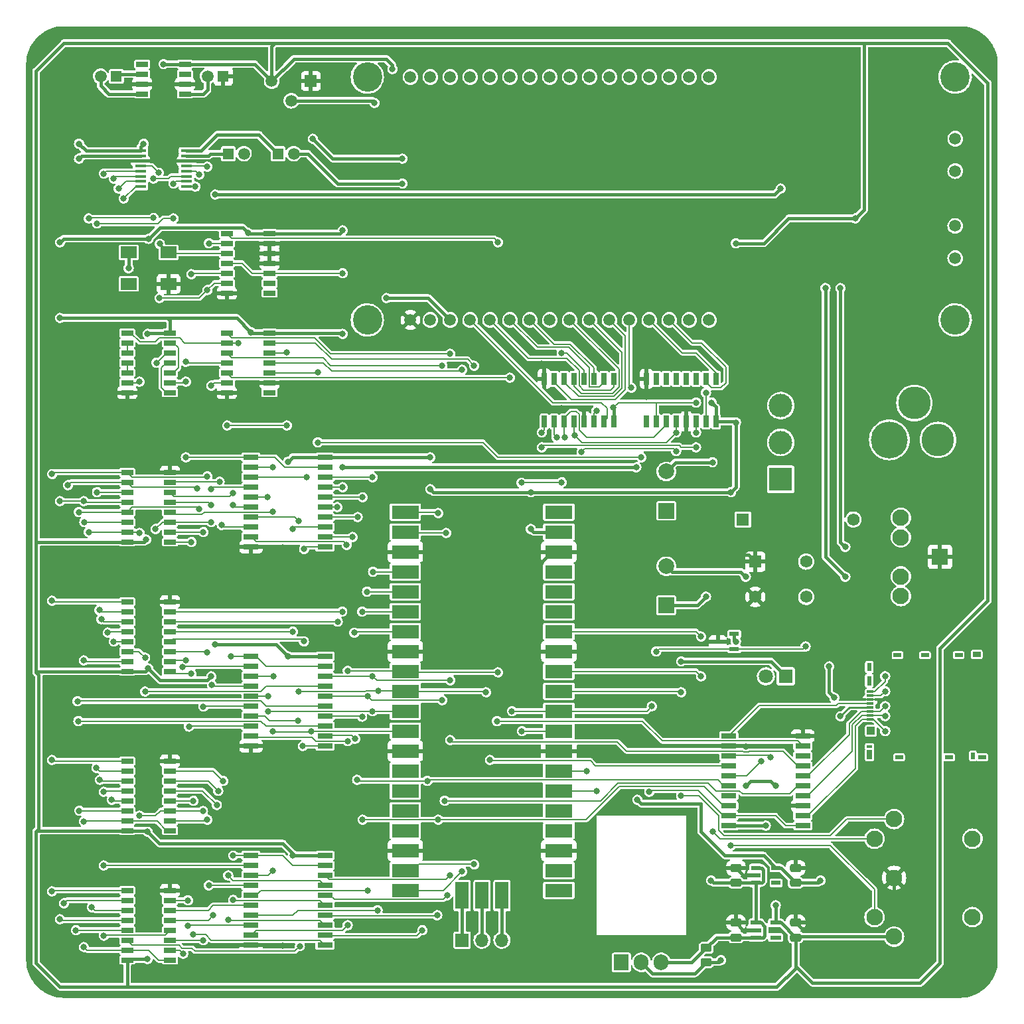
<source format=gbr>
%TF.GenerationSoftware,KiCad,Pcbnew,(6.0.5)*%
%TF.CreationDate,2023-06-11T10:02:41+02:00*%
%TF.ProjectId,Pico Sound,5069636f-2053-46f7-956e-642e6b696361,rev?*%
%TF.SameCoordinates,Original*%
%TF.FileFunction,Copper,L1,Top*%
%TF.FilePolarity,Positive*%
%FSLAX46Y46*%
G04 Gerber Fmt 4.6, Leading zero omitted, Abs format (unit mm)*
G04 Created by KiCad (PCBNEW (6.0.5)) date 2023-06-11 10:02:41*
%MOMM*%
%LPD*%
G01*
G04 APERTURE LIST*
G04 Aperture macros list*
%AMRoundRect*
0 Rectangle with rounded corners*
0 $1 Rounding radius*
0 $2 $3 $4 $5 $6 $7 $8 $9 X,Y pos of 4 corners*
0 Add a 4 corners polygon primitive as box body*
4,1,4,$2,$3,$4,$5,$6,$7,$8,$9,$2,$3,0*
0 Add four circle primitives for the rounded corners*
1,1,$1+$1,$2,$3*
1,1,$1+$1,$4,$5*
1,1,$1+$1,$6,$7*
1,1,$1+$1,$8,$9*
0 Add four rect primitives between the rounded corners*
20,1,$1+$1,$2,$3,$4,$5,0*
20,1,$1+$1,$4,$5,$6,$7,0*
20,1,$1+$1,$6,$7,$8,$9,0*
20,1,$1+$1,$8,$9,$2,$3,0*%
G04 Aperture macros list end*
%TA.AperFunction,SMDPad,CuDef*%
%ADD10R,1.950000X0.650000*%
%TD*%
%TA.AperFunction,SMDPad,CuDef*%
%ADD11R,1.550000X0.650000*%
%TD*%
%TA.AperFunction,SMDPad,CuDef*%
%ADD12R,1.150000X0.600000*%
%TD*%
%TA.AperFunction,SMDPad,CuDef*%
%ADD13RoundRect,0.250000X0.475000X-0.250000X0.475000X0.250000X-0.475000X0.250000X-0.475000X-0.250000X0*%
%TD*%
%TA.AperFunction,ComponentPad*%
%ADD14R,1.905000X2.000000*%
%TD*%
%TA.AperFunction,ComponentPad*%
%ADD15O,1.905000X2.000000*%
%TD*%
%TA.AperFunction,ComponentPad*%
%ADD16R,1.575000X1.575000*%
%TD*%
%TA.AperFunction,ComponentPad*%
%ADD17C,1.575000*%
%TD*%
%TA.AperFunction,SMDPad,CuDef*%
%ADD18R,2.000000X1.500000*%
%TD*%
%TA.AperFunction,SMDPad,CuDef*%
%ADD19R,0.850000X0.300000*%
%TD*%
%TA.AperFunction,SMDPad,CuDef*%
%ADD20R,1.000000X1.000000*%
%TD*%
%TA.AperFunction,SMDPad,CuDef*%
%ADD21R,0.650000X0.450000*%
%TD*%
%TA.AperFunction,SMDPad,CuDef*%
%ADD22R,0.650000X1.150000*%
%TD*%
%TA.AperFunction,SMDPad,CuDef*%
%ADD23R,1.000000X0.500000*%
%TD*%
%TA.AperFunction,SMDPad,CuDef*%
%ADD24R,0.500000X0.850000*%
%TD*%
%TA.AperFunction,SMDPad,CuDef*%
%ADD25R,1.000000X0.700000*%
%TD*%
%TA.AperFunction,SMDPad,CuDef*%
%ADD26R,0.600000X1.000000*%
%TD*%
%TA.AperFunction,SMDPad,CuDef*%
%ADD27R,0.600000X1.200000*%
%TD*%
%TA.AperFunction,SMDPad,CuDef*%
%ADD28R,1.450000X0.450000*%
%TD*%
%TA.AperFunction,SMDPad,CuDef*%
%ADD29R,0.650000X1.550000*%
%TD*%
%TA.AperFunction,ComponentPad*%
%ADD30R,1.500000X1.500000*%
%TD*%
%TA.AperFunction,ComponentPad*%
%ADD31C,1.500000*%
%TD*%
%TA.AperFunction,SMDPad,CuDef*%
%ADD32R,1.400000X0.600000*%
%TD*%
%TA.AperFunction,ComponentPad*%
%ADD33R,1.400000X1.400000*%
%TD*%
%TA.AperFunction,ComponentPad*%
%ADD34R,3.000000X3.000000*%
%TD*%
%TA.AperFunction,ComponentPad*%
%ADD35C,3.000000*%
%TD*%
%TA.AperFunction,ComponentPad*%
%ADD36R,1.700000X1.700000*%
%TD*%
%TA.AperFunction,ComponentPad*%
%ADD37O,1.700000X1.700000*%
%TD*%
%TA.AperFunction,SMDPad,CuDef*%
%ADD38R,3.500000X1.700000*%
%TD*%
%TA.AperFunction,SMDPad,CuDef*%
%ADD39R,1.700000X3.500000*%
%TD*%
%TA.AperFunction,SMDPad,CuDef*%
%ADD40R,1.250000X0.600000*%
%TD*%
%TA.AperFunction,ComponentPad*%
%ADD41C,2.100000*%
%TD*%
%TA.AperFunction,ComponentPad*%
%ADD42R,1.800000X1.800000*%
%TD*%
%TA.AperFunction,ComponentPad*%
%ADD43C,1.800000*%
%TD*%
%TA.AperFunction,SMDPad,CuDef*%
%ADD44RoundRect,0.250000X-0.450000X0.262500X-0.450000X-0.262500X0.450000X-0.262500X0.450000X0.262500X0*%
%TD*%
%TA.AperFunction,ComponentPad*%
%ADD45R,2.000000X2.000000*%
%TD*%
%TA.AperFunction,ComponentPad*%
%ADD46C,2.000000*%
%TD*%
%TA.AperFunction,ComponentPad*%
%ADD47R,2.100000X2.100000*%
%TD*%
%TA.AperFunction,ComponentPad*%
%ADD48C,3.750000*%
%TD*%
%TA.AperFunction,ComponentPad*%
%ADD49C,4.700000*%
%TD*%
%TA.AperFunction,ComponentPad*%
%ADD50C,4.150000*%
%TD*%
%TA.AperFunction,ViaPad*%
%ADD51C,0.800000*%
%TD*%
%TA.AperFunction,Conductor*%
%ADD52C,0.450000*%
%TD*%
%TA.AperFunction,Conductor*%
%ADD53C,0.200000*%
%TD*%
%TA.AperFunction,Conductor*%
%ADD54C,0.250000*%
%TD*%
G04 APERTURE END LIST*
D10*
%TO.P,IC15,1,1~{OE}*%
%TO.N,/SD Card EN*%
X216180000Y-143510000D03*
%TO.P,IC15,2,1A1*%
%TO.N,/SD Dat2*%
X216180000Y-142240000D03*
%TO.P,IC15,3,2B4*%
%TO.N,/GND*%
X216180000Y-140970000D03*
%TO.P,IC15,4,1A2*%
%TO.N,/SD Dat3*%
X216180000Y-139700000D03*
%TO.P,IC15,5,2B3*%
%TO.N,/GPIO3*%
X216180000Y-138430000D03*
%TO.P,IC15,6,1A3*%
%TO.N,/SD Cmd*%
X216180000Y-137160000D03*
%TO.P,IC15,7,2B2*%
%TO.N,/GPIO2*%
X216180000Y-135890000D03*
%TO.P,IC15,8,1A4*%
%TO.N,unconnected-(IC15-Pad8)*%
X216180000Y-134620000D03*
%TO.P,IC15,9,2B1*%
%TO.N,/GPIO6*%
X216180000Y-133350000D03*
%TO.P,IC15,10,GND*%
%TO.N,/GND*%
X216180000Y-132080000D03*
%TO.P,IC15,11,2A1*%
%TO.N,/SD Clk*%
X206730000Y-132080000D03*
%TO.P,IC15,12,1B4*%
%TO.N,/GND*%
X206730000Y-133350000D03*
%TO.P,IC15,13,2A2*%
%TO.N,/SD Dat0*%
X206730000Y-134620000D03*
%TO.P,IC15,14,1B3*%
%TO.N,/GPIO7*%
X206730000Y-135890000D03*
%TO.P,IC15,15,2A3*%
%TO.N,/SD Dat1*%
X206730000Y-137160000D03*
%TO.P,IC15,16,1B2*%
%TO.N,/GPIO5*%
X206730000Y-138430000D03*
%TO.P,IC15,17,2A4*%
%TO.N,unconnected-(IC15-Pad17)*%
X206730000Y-139700000D03*
%TO.P,IC15,18,1B1*%
%TO.N,/GPIO4*%
X206730000Y-140970000D03*
%TO.P,IC15,19,2~{OE}*%
%TO.N,/SD Card EN*%
X206730000Y-142240000D03*
%TO.P,IC15,20,5V*%
%TO.N,/5V*%
X206730000Y-143510000D03*
%TD*%
D11*
%TO.P,IC18,1,NC*%
%TO.N,unconnected-(IC18-Pad1)*%
X131895000Y-46355000D03*
%TO.P,IC18,2,CAP+*%
%TO.N,Net-(C19-Pad1)*%
X131895000Y-47625000D03*
%TO.P,IC18,3,GND*%
%TO.N,/GND*%
X131895000Y-48895000D03*
%TO.P,IC18,4,CAP-*%
%TO.N,Net-(C19-Pad2)*%
X131895000Y-50165000D03*
%TO.P,IC18,5,VOUT*%
%TO.N,/-5V*%
X137345000Y-50165000D03*
%TO.P,IC18,6,LV*%
%TO.N,/GND*%
X137345000Y-48895000D03*
%TO.P,IC18,7,OSC*%
%TO.N,unconnected-(IC18-Pad7)*%
X137345000Y-47625000D03*
%TO.P,IC18,8,V+*%
%TO.N,/5V*%
X137345000Y-46355000D03*
%TD*%
D12*
%TO.P,IC2,1,VIN*%
%TO.N,/6V*%
X210155000Y-148910000D03*
%TO.P,IC2,2,GND*%
%TO.N,/GND*%
X210155000Y-149860000D03*
%TO.P,IC2,3,EN*%
%TO.N,/6V*%
X210155000Y-150810000D03*
%TO.P,IC2,4,ADJ*%
%TO.N,unconnected-(IC2-Pad4)*%
X212755000Y-150810000D03*
%TO.P,IC2,5,VOUT*%
%TO.N,/3.3V*%
X212755000Y-148910000D03*
%TD*%
D13*
%TO.P,C4,1*%
%TO.N,/6V*%
X207645000Y-157779000D03*
%TO.P,C4,2*%
%TO.N,/GND*%
X207645000Y-155879000D03*
%TD*%
D14*
%TO.P,U1,1,IN*%
%TO.N,/VCC*%
X193040000Y-160965000D03*
D15*
%TO.P,U1,2,GND*%
%TO.N,/Socket GND*%
X195580000Y-160965000D03*
%TO.P,U1,3,OUT*%
%TO.N,/6V*%
X198120000Y-160965000D03*
%TD*%
D16*
%TO.P,S2,1,C1*%
%TO.N,/GND*%
X210110000Y-109827500D03*
D17*
%TO.P,S2,2,C2*%
%TO.N,/~{RST}*%
X216610000Y-109827500D03*
%TO.P,S2,3,N1*%
%TO.N,/GND*%
X210110000Y-114327500D03*
%TO.P,S2,4,N2*%
%TO.N,/~{RST}*%
X216610000Y-114327500D03*
%TD*%
D18*
%TO.P,Y1,1,N.C.*%
%TO.N,unconnected-(Y1-Pad1)*%
X130175000Y-74390000D03*
%TO.P,Y1,2,GND*%
%TO.N,/GND*%
X135255000Y-74390000D03*
%TO.P,Y1,3,OUTPUT*%
%TO.N,/32KHz CLK*%
X135255000Y-70390000D03*
%TO.P,Y1,4,3V*%
%TO.N,/3.3V*%
X130175000Y-70390000D03*
%TD*%
D19*
%TO.P,J4,1,DAT2*%
%TO.N,/SD Dat2*%
X224785000Y-129920000D03*
%TO.P,J4,2,CD/DAT3*%
%TO.N,/SD Dat3*%
X224785000Y-129420000D03*
%TO.P,J4,3,CMD*%
%TO.N,/SD Cmd*%
X224785000Y-128920000D03*
%TO.P,J4,4,VDD*%
%TO.N,/3.3V*%
X224785000Y-128420000D03*
%TO.P,J4,5,CLK*%
%TO.N,/SD Clk*%
X224785000Y-127920000D03*
%TO.P,J4,6,VSS*%
%TO.N,/GND*%
X224785000Y-127420000D03*
%TO.P,J4,7,DAT0*%
%TO.N,/SD Dat0*%
X224785000Y-126920000D03*
%TO.P,J4,8,DAT1*%
%TO.N,/SD Dat1*%
X224785000Y-126420000D03*
D20*
%TO.P,J4,9,N.C.*%
%TO.N,unconnected-(J4-Pad9)*%
X224860000Y-131420000D03*
D21*
%TO.P,J4,10,N.C.*%
%TO.N,unconnected-(J4-Pad10)*%
X224685000Y-133445000D03*
D22*
%TO.P,J4,11,N.C.*%
%TO.N,unconnected-(J4-Pad11)*%
X224685000Y-134445000D03*
D23*
%TO.P,J4,12,N.C.*%
%TO.N,unconnected-(J4-Pad12)*%
X228460000Y-134770000D03*
%TO.P,J4,13,N.C.*%
%TO.N,unconnected-(J4-Pad13)*%
X234860000Y-134770000D03*
D24*
%TO.P,J4,14,N.C.*%
%TO.N,unconnected-(J4-Pad14)*%
X237910000Y-134595000D03*
D23*
%TO.P,J4,15,N.C.*%
%TO.N,unconnected-(J4-Pad15)*%
X239060000Y-134770000D03*
D25*
%TO.P,J4,16,N.C.*%
%TO.N,unconnected-(J4-Pad16)*%
X238360000Y-121670000D03*
D23*
%TO.P,J4,17,N.C.*%
%TO.N,unconnected-(J4-Pad17)*%
X236060000Y-121770000D03*
%TO.P,J4,18,N.C.*%
%TO.N,unconnected-(J4-Pad18)*%
X231760000Y-121770000D03*
%TO.P,J4,19,N.C.*%
%TO.N,unconnected-(J4-Pad19)*%
X228260000Y-121770000D03*
D26*
%TO.P,J4,20,N.C.*%
%TO.N,unconnected-(J4-Pad20)*%
X224660000Y-123270000D03*
D27*
%TO.P,J4,21,N.C.*%
%TO.N,unconnected-(J4-Pad21)*%
X224660000Y-125020000D03*
%TD*%
D28*
%TO.P,IC16,1,VDD*%
%TO.N,/5V*%
X131695000Y-57415000D03*
%TO.P,IC16,2,REF*%
%TO.N,Net-(C12-Pad2)*%
X131695000Y-58065000D03*
%TO.P,IC16,3,SHDN*%
%TO.N,/GND*%
X131695000Y-58715000D03*
%TO.P,IC16,4,~{WR}*%
%TO.N,/32KHz CLK*%
X131695000Y-59365000D03*
%TO.P,IC16,5,D7*%
%TO.N,Net-(IC12-Pad10)*%
X131695000Y-60015000D03*
%TO.P,IC16,6,D6*%
%TO.N,Net-(IC12-Pad11)*%
X131695000Y-60665000D03*
%TO.P,IC16,7,D5*%
%TO.N,Net-(IC12-Pad12)*%
X131695000Y-61315000D03*
%TO.P,IC16,8,D4*%
%TO.N,Net-(IC12-Pad13)*%
X131695000Y-61965000D03*
%TO.P,IC16,9,D3*%
%TO.N,Net-(IC11-Pad10)*%
X137545000Y-61965000D03*
%TO.P,IC16,10,D2*%
%TO.N,Net-(IC11-Pad11)*%
X137545000Y-61315000D03*
%TO.P,IC16,11,D1*%
%TO.N,Net-(IC11-Pad12)*%
X137545000Y-60665000D03*
%TO.P,IC16,12,D0*%
%TO.N,Net-(IC11-Pad13)*%
X137545000Y-60015000D03*
%TO.P,IC16,13,A0*%
%TO.N,/~{16KHz CLK}*%
X137545000Y-59365000D03*
%TO.P,IC16,14,GND*%
%TO.N,/GND*%
X137545000Y-58715000D03*
%TO.P,IC16,15,OUTB*%
%TO.N,Net-(C14-Pad1)*%
X137545000Y-58065000D03*
%TO.P,IC16,16,OUTA*%
%TO.N,Net-(C13-Pad1)*%
X137545000Y-57415000D03*
%TD*%
D29*
%TO.P,IC10,1,Q1*%
%TO.N,/LCD R~{W}*%
X192087500Y-86492500D03*
%TO.P,IC10,2,Q2*%
%TO.N,/LCD E*%
X190817500Y-86492500D03*
%TO.P,IC10,3,Q3*%
%TO.N,/LCD DB0*%
X189547500Y-86492500D03*
%TO.P,IC10,4,Q4*%
%TO.N,/LCD DB1*%
X188277500Y-86492500D03*
%TO.P,IC10,5,Q5*%
%TO.N,/LCD DB2*%
X187007500Y-86492500D03*
%TO.P,IC10,6,Q6*%
%TO.N,/LCD DB3*%
X185737500Y-86492500D03*
%TO.P,IC10,7,Q7*%
%TO.N,/LCD DB4*%
X184467500Y-86492500D03*
%TO.P,IC10,8,GND*%
%TO.N,/GND*%
X183197500Y-86492500D03*
%TO.P,IC10,9,Q7S*%
%TO.N,/Q7S*%
X183197500Y-91942500D03*
%TO.P,IC10,10,~{MR}*%
%TO.N,/5V*%
X184467500Y-91942500D03*
%TO.P,IC10,11,SHCP*%
%TO.N,/LCD Shift Clock*%
X185737500Y-91942500D03*
%TO.P,IC10,12,STCP*%
%TO.N,/LCD Store Clock*%
X187007500Y-91942500D03*
%TO.P,IC10,13,~{OE}*%
%TO.N,/GND*%
X188277500Y-91942500D03*
%TO.P,IC10,14,DS*%
%TO.N,/LCD Bit Out*%
X189547500Y-91942500D03*
%TO.P,IC10,15,Q0*%
%TO.N,/LCD RS*%
X190817500Y-91942500D03*
%TO.P,IC10,16,VCC*%
%TO.N,/5V*%
X192087500Y-91942500D03*
%TD*%
D13*
%TO.P,C7,1*%
%TO.N,/3.3V*%
X215265000Y-150794000D03*
%TO.P,C7,2*%
%TO.N,/GND*%
X215265000Y-148894000D03*
%TD*%
D30*
%TO.P,VR1,1,GND*%
%TO.N,/GND*%
X153420000Y-48520000D03*
D31*
%TO.P,VR1,2,VOUT*%
%TO.N,/V_{0}*%
X150920000Y-51020000D03*
%TO.P,VR1,3,VIN*%
%TO.N,/5V*%
X148420000Y-48520000D03*
%TD*%
D32*
%TO.P,IC1,1,VIN*%
%TO.N,/6V*%
X210205000Y-155895000D03*
%TO.P,IC1,2,VSS*%
%TO.N,/GND*%
X210205000Y-156845000D03*
%TO.P,IC1,3,~{SHDN}*%
%TO.N,/6V*%
X210205000Y-157795000D03*
%TO.P,IC1,4,NC*%
%TO.N,unconnected-(IC1-Pad4)*%
X212705000Y-157795000D03*
%TO.P,IC1,5,VOUT*%
%TO.N,/5V*%
X212705000Y-155895000D03*
%TD*%
D11*
%TO.P,IC12,1,~{EN(TSC)}*%
%TO.N,/~{16KHz CLK}*%
X135440000Y-144145000D03*
%TO.P,IC12,2,DIR*%
%TO.N,/DIR2*%
X135440000Y-142875000D03*
%TO.P,IC12,3,SI*%
%TO.N,Net-(IC11-Pad3)*%
X135440000Y-141605000D03*
%TO.P,IC12,4,D0*%
%TO.N,Net-(IC12-Pad4)*%
X135440000Y-140335000D03*
%TO.P,IC12,5,D1*%
%TO.N,Net-(IC12-Pad5)*%
X135440000Y-139065000D03*
%TO.P,IC12,6,D2*%
%TO.N,Net-(IC12-Pad6)*%
X135440000Y-137795000D03*
%TO.P,IC12,7,D3*%
%TO.N,Net-(IC12-Pad7)*%
X135440000Y-136525000D03*
%TO.P,IC12,8,GND*%
%TO.N,/GND*%
X135440000Y-135255000D03*
%TO.P,IC12,9,MR*%
%TO.N,/RST*%
X129990000Y-135255000D03*
%TO.P,IC12,10,Q3*%
%TO.N,Net-(IC12-Pad10)*%
X129990000Y-136525000D03*
%TO.P,IC12,11,Q2*%
%TO.N,Net-(IC12-Pad11)*%
X129990000Y-137795000D03*
%TO.P,IC12,12,Q1*%
%TO.N,Net-(IC12-Pad12)*%
X129990000Y-139065000D03*
%TO.P,IC12,13,Q0*%
%TO.N,Net-(IC12-Pad13)*%
X129990000Y-140335000D03*
%TO.P,IC12,14,DOR*%
%TO.N,/DOR2*%
X129990000Y-141605000D03*
%TO.P,IC12,15,~{SO}*%
%TO.N,/~{16KHz CLK}*%
X129990000Y-142875000D03*
%TO.P,IC12,16,5V*%
%TO.N,/5V*%
X129990000Y-144145000D03*
%TD*%
D33*
%TO.P,C14,1*%
%TO.N,Net-(C14-Pad1)*%
X142875000Y-57785000D03*
D31*
%TO.P,C14,2*%
%TO.N,Net-(C14-Pad2)*%
X144875000Y-57785000D03*
%TD*%
D33*
%TO.P,C13,1*%
%TO.N,Net-(C13-Pad1)*%
X149225000Y-57785000D03*
D31*
%TO.P,C13,2*%
%TO.N,Net-(C13-Pad2)*%
X151225000Y-57785000D03*
%TD*%
D11*
%TO.P,IC14,1,~{EN(TSC)}*%
%TO.N,/16KHz CLK*%
X135440000Y-123825000D03*
%TO.P,IC14,2,DIR*%
%TO.N,/DIR4*%
X135440000Y-122555000D03*
%TO.P,IC14,3,SI*%
%TO.N,Net-(IC13-Pad3)*%
X135440000Y-121285000D03*
%TO.P,IC14,4,D0*%
%TO.N,Net-(IC14-Pad4)*%
X135440000Y-120015000D03*
%TO.P,IC14,5,D1*%
%TO.N,Net-(IC14-Pad5)*%
X135440000Y-118745000D03*
%TO.P,IC14,6,D2*%
%TO.N,Net-(IC14-Pad6)*%
X135440000Y-117475000D03*
%TO.P,IC14,7,D3*%
%TO.N,Net-(IC14-Pad7)*%
X135440000Y-116205000D03*
%TO.P,IC14,8,GND*%
%TO.N,/GND*%
X135440000Y-114935000D03*
%TO.P,IC14,9,MR*%
%TO.N,/RST*%
X129990000Y-114935000D03*
%TO.P,IC14,10,Q3*%
%TO.N,Net-(IC12-Pad10)*%
X129990000Y-116205000D03*
%TO.P,IC14,11,Q2*%
%TO.N,Net-(IC12-Pad11)*%
X129990000Y-117475000D03*
%TO.P,IC14,12,Q1*%
%TO.N,Net-(IC12-Pad12)*%
X129990000Y-118745000D03*
%TO.P,IC14,13,Q0*%
%TO.N,Net-(IC12-Pad13)*%
X129990000Y-120015000D03*
%TO.P,IC14,14,DOR*%
%TO.N,/DOR4*%
X129990000Y-121285000D03*
%TO.P,IC14,15,~{SO}*%
%TO.N,/~{16KHz CLK}*%
X129990000Y-122555000D03*
%TO.P,IC14,16,5V*%
%TO.N,/5V*%
X129990000Y-123825000D03*
%TD*%
D34*
%TO.P,S1,1,P1*%
%TO.N,Net-(D1-Pad1)*%
X213360000Y-99314000D03*
D35*
%TO.P,S1,2,CM*%
%TO.N,/VCC*%
X213360000Y-94615000D03*
%TO.P,S1,3,P2*%
%TO.N,unconnected-(S1-Pad3)*%
X213360000Y-89916000D03*
%TD*%
D36*
%TO.P,J2,1,Pin_1*%
%TO.N,Net-(J2-Pad1)*%
X172720000Y-158115000D03*
D37*
%TO.P,J2,2,Pin_2*%
%TO.N,Net-(J2-Pad2)*%
X175260000Y-158115000D03*
%TO.P,J2,3,Pin_3*%
%TO.N,Net-(J2-Pad3)*%
X177800000Y-158115000D03*
%TD*%
D10*
%TO.P,IC7,1,1~{OE}*%
%TO.N,/Channel B Load*%
X145770000Y-96520000D03*
%TO.P,IC7,2,1A1*%
%TO.N,Net-(IC13-Pad4)*%
X145770000Y-97790000D03*
%TO.P,IC7,3,2B4*%
%TO.N,/GPIO9*%
X145770000Y-99060000D03*
%TO.P,IC7,4,1A2*%
%TO.N,Net-(IC13-Pad5)*%
X145770000Y-100330000D03*
%TO.P,IC7,5,2B3*%
%TO.N,/GPIO8*%
X145770000Y-101600000D03*
%TO.P,IC7,6,1A3*%
%TO.N,Net-(IC13-Pad6)*%
X145770000Y-102870000D03*
%TO.P,IC7,7,2B2*%
%TO.N,/GPIO7*%
X145770000Y-104140000D03*
%TO.P,IC7,8,1A4*%
%TO.N,Net-(IC13-Pad7)*%
X145770000Y-105410000D03*
%TO.P,IC7,9,2B1*%
%TO.N,/GPIO6*%
X145770000Y-106680000D03*
%TO.P,IC7,10,GND*%
%TO.N,/GND*%
X145770000Y-107950000D03*
%TO.P,IC7,11,2A1*%
%TO.N,Net-(IC14-Pad4)*%
X155220000Y-107950000D03*
%TO.P,IC7,12,1B4*%
%TO.N,/GPIO5*%
X155220000Y-106680000D03*
%TO.P,IC7,13,2A2*%
%TO.N,Net-(IC14-Pad5)*%
X155220000Y-105410000D03*
%TO.P,IC7,14,1B3*%
%TO.N,/GPIO4*%
X155220000Y-104140000D03*
%TO.P,IC7,15,2A3*%
%TO.N,Net-(IC14-Pad6)*%
X155220000Y-102870000D03*
%TO.P,IC7,16,1B2*%
%TO.N,/GPIO3*%
X155220000Y-101600000D03*
%TO.P,IC7,17,2A4*%
%TO.N,Net-(IC14-Pad7)*%
X155220000Y-100330000D03*
%TO.P,IC7,18,1B1*%
%TO.N,/GPIO2*%
X155220000Y-99060000D03*
%TO.P,IC7,19,2~{OE}*%
%TO.N,/Channel B Load*%
X155220000Y-97790000D03*
%TO.P,IC7,20,5V*%
%TO.N,/5V*%
X155220000Y-96520000D03*
%TD*%
D38*
%TO.P,U2,1,GPIO0*%
%TO.N,Net-(IC4-Pad3)*%
X165470000Y-103505000D03*
%TO.P,U2,2,GPIO1*%
%TO.N,Net-(IC4-Pad1)*%
X165470000Y-106045000D03*
%TO.P,U2,3,GND*%
%TO.N,/GND*%
X165470000Y-108585000D03*
%TO.P,U2,4,GPIO2*%
%TO.N,/GPIO2*%
X165470000Y-111125000D03*
%TO.P,U2,5,GPIO3*%
%TO.N,/GPIO3*%
X165470000Y-113665000D03*
%TO.P,U2,6,GPIO4*%
%TO.N,/GPIO4*%
X165470000Y-116205000D03*
%TO.P,U2,7,GPIO5*%
%TO.N,/GPIO5*%
X165470000Y-118745000D03*
%TO.P,U2,8,GND*%
%TO.N,/GND*%
X165470000Y-121285000D03*
%TO.P,U2,9,GPIO6*%
%TO.N,/GPIO6*%
X165470000Y-123825000D03*
%TO.P,U2,10,GPIO7*%
%TO.N,/GPIO7*%
X165470000Y-126365000D03*
%TO.P,U2,11,GPIO8*%
%TO.N,/GPIO8*%
X165470000Y-128905000D03*
%TO.P,U2,12,GPIO9*%
%TO.N,/GPIO9*%
X165470000Y-131445000D03*
%TO.P,U2,13,GND*%
%TO.N,/GND*%
X165470000Y-133985000D03*
%TO.P,U2,14,GPIO10*%
%TO.N,unconnected-(U2-Pad14)*%
X165470000Y-136525000D03*
%TO.P,U2,15,GPIO11*%
%TO.N,unconnected-(U2-Pad15)*%
X165470000Y-139065000D03*
%TO.P,U2,16,GPIO12*%
%TO.N,unconnected-(U2-Pad16)*%
X165470000Y-141605000D03*
%TO.P,U2,17,GPIO13*%
%TO.N,unconnected-(U2-Pad17)*%
X165470000Y-144145000D03*
%TO.P,U2,18,GND*%
%TO.N,/GND*%
X165470000Y-146685000D03*
%TO.P,U2,19,GPIO14*%
%TO.N,Net-(IC4-Pad13)*%
X165470000Y-149225000D03*
%TO.P,U2,20,GPIO15*%
%TO.N,Net-(IC4-Pad11)*%
X165470000Y-151765000D03*
%TO.P,U2,21,GPIO16*%
%TO.N,unconnected-(U2-Pad21)*%
X185050000Y-151765000D03*
%TO.P,U2,22,GPIO17*%
%TO.N,unconnected-(U2-Pad22)*%
X185050000Y-149225000D03*
%TO.P,U2,23,GND*%
%TO.N,/GND*%
X185050000Y-146685000D03*
%TO.P,U2,24,GPIO18*%
%TO.N,unconnected-(U2-Pad24)*%
X185050000Y-144145000D03*
%TO.P,U2,25,GPIO19*%
%TO.N,unconnected-(U2-Pad25)*%
X185050000Y-141605000D03*
%TO.P,U2,26,GPIO20*%
%TO.N,/LCD Bit Out*%
X185050000Y-139065000D03*
%TO.P,U2,27,GPIO21*%
%TO.N,/LCD Store Clock*%
X185050000Y-136525000D03*
%TO.P,U2,28,GND*%
%TO.N,/GND*%
X185050000Y-133985000D03*
%TO.P,U2,29,GPIO22*%
%TO.N,/LCD Shift Clock*%
X185050000Y-131445000D03*
%TO.P,U2,30,RUN*%
%TO.N,/~{RST}*%
X185050000Y-128905000D03*
%TO.P,U2,31,GPIO26_ADC0*%
%TO.N,/Keypad PL*%
X185050000Y-126365000D03*
%TO.P,U2,32,GPIO27_ADC1*%
%TO.N,/Keypad CP*%
X185050000Y-123825000D03*
%TO.P,U2,33,AGND*%
%TO.N,/GND*%
X185050000Y-121285000D03*
%TO.P,U2,34,GPIO28_ADC2*%
%TO.N,/Keypad Q_{IN}*%
X185050000Y-118745000D03*
%TO.P,U2,35,ADC_VREF*%
%TO.N,unconnected-(U2-Pad35)*%
X185050000Y-116205000D03*
%TO.P,U2,36,3V3*%
%TO.N,unconnected-(U2-Pad36)*%
X185050000Y-113665000D03*
%TO.P,U2,37,3V3_EN*%
%TO.N,unconnected-(U2-Pad37)*%
X185050000Y-111125000D03*
%TO.P,U2,38,GND*%
%TO.N,/GND*%
X185050000Y-108585000D03*
%TO.P,U2,39,VSYS*%
%TO.N,/5V*%
X185050000Y-106045000D03*
%TO.P,U2,40,VBUS*%
%TO.N,unconnected-(U2-Pad40)*%
X185050000Y-103505000D03*
D39*
%TO.P,U2,41,SWCLK*%
%TO.N,Net-(J2-Pad1)*%
X172720000Y-152435000D03*
%TO.P,U2,42,GND*%
%TO.N,Net-(J2-Pad2)*%
X175260000Y-152435000D03*
%TO.P,U2,43,SWDIO*%
%TO.N,Net-(J2-Pad3)*%
X177800000Y-152435000D03*
%TD*%
D11*
%TO.P,IC5,1,1A*%
%TO.N,/Channel A Load*%
X129990000Y-80645000D03*
%TO.P,IC5,2,1Y*%
%TO.N,Net-(IC5-Pad2)*%
X129990000Y-81915000D03*
%TO.P,IC5,3,2A*%
X129990000Y-83185000D03*
%TO.P,IC5,4,2Y*%
%TO.N,Net-(IC5-Pad4)*%
X129990000Y-84455000D03*
%TO.P,IC5,5,3A*%
X129990000Y-85725000D03*
%TO.P,IC5,6,3Y*%
%TO.N,Net-(IC11-Pad3)*%
X129990000Y-86995000D03*
%TO.P,IC5,7,GND*%
%TO.N,/GND*%
X129990000Y-88265000D03*
%TO.P,IC5,8,4Y*%
%TO.N,Net-(IC5-Pad11)*%
X135440000Y-88265000D03*
%TO.P,IC5,9,4A*%
%TO.N,/Channel B Load*%
X135440000Y-86995000D03*
%TO.P,IC5,10,5Y*%
%TO.N,Net-(IC5-Pad10)*%
X135440000Y-85725000D03*
%TO.P,IC5,11,5A*%
%TO.N,Net-(IC5-Pad11)*%
X135440000Y-84455000D03*
%TO.P,IC5,12,6Y*%
%TO.N,Net-(IC13-Pad3)*%
X135440000Y-83185000D03*
%TO.P,IC5,13,6A*%
%TO.N,Net-(IC5-Pad10)*%
X135440000Y-81915000D03*
%TO.P,IC5,14,3V*%
%TO.N,/3.3V*%
X135440000Y-80645000D03*
%TD*%
D40*
%TO.P,IC3,1,~{RST}*%
%TO.N,/~{RST}*%
X207425000Y-120965000D03*
%TO.P,IC3,2,5V*%
%TO.N,/5V*%
X207425000Y-119065000D03*
%TO.P,IC3,3,GND*%
%TO.N,/GND*%
X205325000Y-120015000D03*
%TD*%
D41*
%TO.P,J3,1*%
%TO.N,/Keypad PL*%
X227822500Y-142677500D03*
%TO.P,J3,2*%
%TO.N,/GND*%
X227822500Y-150177500D03*
%TO.P,J3,3*%
%TO.N,/5V*%
X227822500Y-157677500D03*
%TO.P,J3,4*%
%TO.N,/Keypad CP*%
X225322500Y-145177500D03*
%TO.P,J3,5*%
%TO.N,/Keypad Q_{IN}*%
X225322500Y-155177500D03*
%TO.P,J3,6*%
%TO.N,unconnected-(J3-Pad6)*%
X237822500Y-145177500D03*
%TO.P,J3,7*%
%TO.N,unconnected-(J3-Pad7)*%
X237822500Y-155177500D03*
%TD*%
D13*
%TO.P,C5,1*%
%TO.N,/6V*%
X207645000Y-150794000D03*
%TO.P,C5,2*%
%TO.N,/GND*%
X207645000Y-148894000D03*
%TD*%
%TO.P,C6,1*%
%TO.N,/5V*%
X215265000Y-157779000D03*
%TO.P,C6,2*%
%TO.N,/GND*%
X215265000Y-155879000D03*
%TD*%
D42*
%TO.P,LED1,1,K*%
%TO.N,/6V*%
X214000000Y-124460000D03*
D43*
%TO.P,LED1,2,A*%
%TO.N,Net-(LED1-Pad2)*%
X211460000Y-124460000D03*
%TD*%
D11*
%TO.P,IC4,1,1A*%
%TO.N,Net-(IC4-Pad1)*%
X142690000Y-80645000D03*
%TO.P,IC4,2,1Y*%
%TO.N,/Channel A Load*%
X142690000Y-81915000D03*
%TO.P,IC4,3,2A*%
%TO.N,Net-(IC4-Pad3)*%
X142690000Y-83185000D03*
%TO.P,IC4,4,2Y*%
%TO.N,/Channel B Load*%
X142690000Y-84455000D03*
%TO.P,IC4,5,3A*%
%TO.N,/~{RST}*%
X142690000Y-85725000D03*
%TO.P,IC4,6,3Y*%
%TO.N,/RST*%
X142690000Y-86995000D03*
%TO.P,IC4,7,GND*%
%TO.N,/GND*%
X142690000Y-88265000D03*
%TO.P,IC4,8,4Y*%
%TO.N,unconnected-(IC4-Pad8)*%
X148140000Y-88265000D03*
%TO.P,IC4,9,4A*%
%TO.N,/GND*%
X148140000Y-86995000D03*
%TO.P,IC4,10,5Y*%
%TO.N,/SD Card EN*%
X148140000Y-85725000D03*
%TO.P,IC4,11,5A*%
%TO.N,Net-(IC4-Pad11)*%
X148140000Y-84455000D03*
%TO.P,IC4,12,6Y*%
%TO.N,/DIOR EN*%
X148140000Y-83185000D03*
%TO.P,IC4,13,6A*%
%TO.N,Net-(IC4-Pad13)*%
X148140000Y-81915000D03*
%TO.P,IC4,14,3V*%
%TO.N,/3.3V*%
X148140000Y-80645000D03*
%TD*%
D10*
%TO.P,IC6,1,1~{OE}*%
%TO.N,/Channel A Load*%
X145770000Y-147320000D03*
%TO.P,IC6,2,1A1*%
%TO.N,Net-(IC11-Pad4)*%
X145770000Y-148590000D03*
%TO.P,IC6,3,2B4*%
%TO.N,/GPIO9*%
X145770000Y-149860000D03*
%TO.P,IC6,4,1A2*%
%TO.N,Net-(IC11-Pad5)*%
X145770000Y-151130000D03*
%TO.P,IC6,5,2B3*%
%TO.N,/GPIO8*%
X145770000Y-152400000D03*
%TO.P,IC6,6,1A3*%
%TO.N,Net-(IC11-Pad6)*%
X145770000Y-153670000D03*
%TO.P,IC6,7,2B2*%
%TO.N,/GPIO7*%
X145770000Y-154940000D03*
%TO.P,IC6,8,1A4*%
%TO.N,Net-(IC11-Pad7)*%
X145770000Y-156210000D03*
%TO.P,IC6,9,2B1*%
%TO.N,/GPIO6*%
X145770000Y-157480000D03*
%TO.P,IC6,10,GND*%
%TO.N,/GND*%
X145770000Y-158750000D03*
%TO.P,IC6,11,2A1*%
%TO.N,Net-(IC12-Pad4)*%
X155220000Y-158750000D03*
%TO.P,IC6,12,1B4*%
%TO.N,/GPIO5*%
X155220000Y-157480000D03*
%TO.P,IC6,13,2A2*%
%TO.N,Net-(IC12-Pad5)*%
X155220000Y-156210000D03*
%TO.P,IC6,14,1B3*%
%TO.N,/GPIO4*%
X155220000Y-154940000D03*
%TO.P,IC6,15,2A3*%
%TO.N,Net-(IC12-Pad6)*%
X155220000Y-153670000D03*
%TO.P,IC6,16,1B2*%
%TO.N,/GPIO3*%
X155220000Y-152400000D03*
%TO.P,IC6,17,2A4*%
%TO.N,Net-(IC12-Pad7)*%
X155220000Y-151130000D03*
%TO.P,IC6,18,1B1*%
%TO.N,/GPIO2*%
X155220000Y-149860000D03*
%TO.P,IC6,19,2~{OE}*%
%TO.N,/Channel A Load*%
X155220000Y-148590000D03*
%TO.P,IC6,20,5V*%
%TO.N,/5V*%
X155220000Y-147320000D03*
%TD*%
D11*
%TO.P,IC11,1,~{EN(TSC)}*%
%TO.N,/~{16KHz CLK}*%
X135440000Y-160655000D03*
%TO.P,IC11,2,DIR*%
%TO.N,/DIR1*%
X135440000Y-159385000D03*
%TO.P,IC11,3,SI*%
%TO.N,Net-(IC11-Pad3)*%
X135440000Y-158115000D03*
%TO.P,IC11,4,D0*%
%TO.N,Net-(IC11-Pad4)*%
X135440000Y-156845000D03*
%TO.P,IC11,5,D1*%
%TO.N,Net-(IC11-Pad5)*%
X135440000Y-155575000D03*
%TO.P,IC11,6,D2*%
%TO.N,Net-(IC11-Pad6)*%
X135440000Y-154305000D03*
%TO.P,IC11,7,D3*%
%TO.N,Net-(IC11-Pad7)*%
X135440000Y-153035000D03*
%TO.P,IC11,8,GND*%
%TO.N,/GND*%
X135440000Y-151765000D03*
%TO.P,IC11,9,MR*%
%TO.N,/RST*%
X129990000Y-151765000D03*
%TO.P,IC11,10,Q3*%
%TO.N,Net-(IC11-Pad10)*%
X129990000Y-153035000D03*
%TO.P,IC11,11,Q2*%
%TO.N,Net-(IC11-Pad11)*%
X129990000Y-154305000D03*
%TO.P,IC11,12,Q1*%
%TO.N,Net-(IC11-Pad12)*%
X129990000Y-155575000D03*
%TO.P,IC11,13,Q0*%
%TO.N,Net-(IC11-Pad13)*%
X129990000Y-156845000D03*
%TO.P,IC11,14,DOR*%
%TO.N,/DOR1*%
X129990000Y-158115000D03*
%TO.P,IC11,15,~{SO}*%
%TO.N,/~{16KHz CLK}*%
X129990000Y-159385000D03*
%TO.P,IC11,16,5V*%
%TO.N,/5V*%
X129990000Y-160655000D03*
%TD*%
D33*
%TO.P,C19,1*%
%TO.N,Net-(C19-Pad1)*%
X128607600Y-47922401D03*
D31*
%TO.P,C19,2*%
%TO.N,Net-(C19-Pad2)*%
X126607600Y-47922401D03*
%TD*%
D44*
%TO.P,R2,1*%
%TO.N,/6V*%
X203845000Y-159107500D03*
%TO.P,R2,2*%
%TO.N,/Socket GND*%
X203845000Y-160932500D03*
%TD*%
D45*
%TO.P,C1,1*%
%TO.N,/VCC*%
X198755000Y-115397677D03*
D46*
%TO.P,C1,2*%
%TO.N,/Socket GND*%
X198755000Y-110397677D03*
%TD*%
D11*
%TO.P,IC17,1,~{CLR1}*%
%TO.N,/~{RST}*%
X142690000Y-67945000D03*
%TO.P,IC17,2,D1*%
%TO.N,/~{16KHz CLK}*%
X142690000Y-69215000D03*
%TO.P,IC17,3,CK1*%
%TO.N,/32KHz CLK*%
X142690000Y-70485000D03*
%TO.P,IC17,4,~{PR1}*%
%TO.N,/3.3V*%
X142690000Y-71755000D03*
%TO.P,IC17,5,Q1*%
%TO.N,/16KHz CLK*%
X142690000Y-73025000D03*
%TO.P,IC17,6,~{Q1}*%
%TO.N,/~{16KHz CLK}*%
X142690000Y-74295000D03*
%TO.P,IC17,7,GND*%
%TO.N,/GND*%
X142690000Y-75565000D03*
%TO.P,IC17,8,~{Q2}*%
%TO.N,unconnected-(IC17-Pad8)*%
X148140000Y-75565000D03*
%TO.P,IC17,9,Q2*%
%TO.N,unconnected-(IC17-Pad9)*%
X148140000Y-74295000D03*
%TO.P,IC17,10,~{PR2}*%
%TO.N,/3.3V*%
X148140000Y-73025000D03*
%TO.P,IC17,11,CK2*%
%TO.N,/GND*%
X148140000Y-71755000D03*
%TO.P,IC17,12,D2*%
X148140000Y-70485000D03*
%TO.P,IC17,13,~{CLR2}*%
X148140000Y-69215000D03*
%TO.P,IC17,14,5V*%
%TO.N,/3.3V*%
X148140000Y-67945000D03*
%TD*%
D29*
%TO.P,IC9,1,Q1*%
%TO.N,/LCD DB6*%
X205105000Y-86492500D03*
%TO.P,IC9,2,Q2*%
%TO.N,/LCD DB7*%
X203835000Y-86492500D03*
%TO.P,IC9,3,Q3*%
%TO.N,unconnected-(IC9-Pad3)*%
X202565000Y-86492500D03*
%TO.P,IC9,4,Q4*%
%TO.N,unconnected-(IC9-Pad4)*%
X201295000Y-86492500D03*
%TO.P,IC9,5,Q5*%
%TO.N,unconnected-(IC9-Pad5)*%
X200025000Y-86492500D03*
%TO.P,IC9,6,Q6*%
%TO.N,unconnected-(IC9-Pad6)*%
X198755000Y-86492500D03*
%TO.P,IC9,7,Q7*%
%TO.N,unconnected-(IC9-Pad7)*%
X197485000Y-86492500D03*
%TO.P,IC9,8,GND*%
%TO.N,/GND*%
X196215000Y-86492500D03*
%TO.P,IC9,9,Q7S*%
%TO.N,unconnected-(IC9-Pad9)*%
X196215000Y-91942500D03*
%TO.P,IC9,10,~{MR}*%
%TO.N,/5V*%
X197485000Y-91942500D03*
%TO.P,IC9,11,SHCP*%
%TO.N,/LCD Shift Clock*%
X198755000Y-91942500D03*
%TO.P,IC9,12,STCP*%
%TO.N,/LCD Store Clock*%
X200025000Y-91942500D03*
%TO.P,IC9,13,~{OE}*%
%TO.N,/GND*%
X201295000Y-91942500D03*
%TO.P,IC9,14,DS*%
%TO.N,/Q7S*%
X202565000Y-91942500D03*
%TO.P,IC9,15,Q0*%
%TO.N,/LCD DB5*%
X203835000Y-91942500D03*
%TO.P,IC9,16,VCC*%
%TO.N,/5V*%
X205105000Y-91942500D03*
%TD*%
D47*
%TO.P,J5,1,SLEEVE_(GND)*%
%TO.N,/GND*%
X233680000Y-109220000D03*
D41*
%TO.P,J5,2,TIP_(RIGHT)*%
%TO.N,/Line Out Right*%
X228680000Y-104220000D03*
%TO.P,J5,3,RING_(LEFT)*%
%TO.N,/Line Out Left*%
X228680000Y-114220000D03*
%TO.P,J5,4,TIP_SWITCH*%
%TO.N,unconnected-(J5-Pad4)*%
X228680000Y-106720000D03*
%TO.P,J5,5,RING_SWITCH*%
%TO.N,unconnected-(J5-Pad5)*%
X228680000Y-111720000D03*
%TD*%
D11*
%TO.P,IC13,1,~{EN(TSC)}*%
%TO.N,/16KHz CLK*%
X135440000Y-107315000D03*
%TO.P,IC13,2,DIR*%
%TO.N,/DIR3*%
X135440000Y-106045000D03*
%TO.P,IC13,3,SI*%
%TO.N,Net-(IC13-Pad3)*%
X135440000Y-104775000D03*
%TO.P,IC13,4,D0*%
%TO.N,Net-(IC13-Pad4)*%
X135440000Y-103505000D03*
%TO.P,IC13,5,D1*%
%TO.N,Net-(IC13-Pad5)*%
X135440000Y-102235000D03*
%TO.P,IC13,6,D2*%
%TO.N,Net-(IC13-Pad6)*%
X135440000Y-100965000D03*
%TO.P,IC13,7,D3*%
%TO.N,Net-(IC13-Pad7)*%
X135440000Y-99695000D03*
%TO.P,IC13,8,GND*%
%TO.N,/GND*%
X135440000Y-98425000D03*
%TO.P,IC13,9,MR*%
%TO.N,/RST*%
X129990000Y-98425000D03*
%TO.P,IC13,10,Q3*%
%TO.N,Net-(IC11-Pad10)*%
X129990000Y-99695000D03*
%TO.P,IC13,11,Q2*%
%TO.N,Net-(IC11-Pad11)*%
X129990000Y-100965000D03*
%TO.P,IC13,12,Q1*%
%TO.N,Net-(IC11-Pad12)*%
X129990000Y-102235000D03*
%TO.P,IC13,13,Q0*%
%TO.N,Net-(IC11-Pad13)*%
X129990000Y-103505000D03*
%TO.P,IC13,14,DOR*%
%TO.N,/DOR3*%
X129990000Y-104775000D03*
%TO.P,IC13,15,~{SO}*%
%TO.N,/~{16KHz CLK}*%
X129990000Y-106045000D03*
%TO.P,IC13,16,5V*%
%TO.N,/5V*%
X129990000Y-107315000D03*
%TD*%
D10*
%TO.P,IC8,1,1~{OE}*%
%TO.N,/DIOR EN*%
X145770000Y-121920000D03*
%TO.P,IC8,2,1A1*%
%TO.N,/DIR1*%
X145770000Y-123190000D03*
%TO.P,IC8,3,2B4*%
%TO.N,/GPIO9*%
X145770000Y-124460000D03*
%TO.P,IC8,4,1A2*%
%TO.N,/DIR2*%
X145770000Y-125730000D03*
%TO.P,IC8,5,2B3*%
%TO.N,/GPIO8*%
X145770000Y-127000000D03*
%TO.P,IC8,6,1A3*%
%TO.N,/DIR3*%
X145770000Y-128270000D03*
%TO.P,IC8,7,2B2*%
%TO.N,/GPIO7*%
X145770000Y-129540000D03*
%TO.P,IC8,8,1A4*%
%TO.N,/DIR4*%
X145770000Y-130810000D03*
%TO.P,IC8,9,2B1*%
%TO.N,/GPIO6*%
X145770000Y-132080000D03*
%TO.P,IC8,10,GND*%
%TO.N,/GND*%
X145770000Y-133350000D03*
%TO.P,IC8,11,2A1*%
%TO.N,/DOR1*%
X155220000Y-133350000D03*
%TO.P,IC8,12,1B4*%
%TO.N,/GPIO5*%
X155220000Y-132080000D03*
%TO.P,IC8,13,2A2*%
%TO.N,/DOR2*%
X155220000Y-130810000D03*
%TO.P,IC8,14,1B3*%
%TO.N,/GPIO4*%
X155220000Y-129540000D03*
%TO.P,IC8,15,2A3*%
%TO.N,/DOR3*%
X155220000Y-128270000D03*
%TO.P,IC8,16,1B2*%
%TO.N,/GPIO3*%
X155220000Y-127000000D03*
%TO.P,IC8,17,2A4*%
%TO.N,/DOR4*%
X155220000Y-125730000D03*
%TO.P,IC8,18,1B1*%
%TO.N,/GPIO2*%
X155220000Y-124460000D03*
%TO.P,IC8,19,2~{OE}*%
%TO.N,/DIOR EN*%
X155220000Y-123190000D03*
%TO.P,IC8,20,5V*%
%TO.N,/5V*%
X155220000Y-121920000D03*
%TD*%
D31*
%TO.P,DS1,1,GND*%
%TO.N,/GND*%
X166120000Y-79000000D03*
%TO.P,DS1,2,5V*%
%TO.N,/5V*%
X168660000Y-79000000D03*
%TO.P,DS1,3,V_{O}*%
%TO.N,/V_{0}*%
X171200000Y-79000000D03*
%TO.P,DS1,4,RS*%
%TO.N,/LCD RS*%
X173740000Y-79000000D03*
%TO.P,DS1,5,R/~{W}*%
%TO.N,/LCD R~{W}*%
X176280000Y-79000000D03*
%TO.P,DS1,6,E*%
%TO.N,/LCD E*%
X178820000Y-79000000D03*
%TO.P,DS1,7,DB0*%
%TO.N,/LCD DB0*%
X181360000Y-79000000D03*
%TO.P,DS1,8,DB1*%
%TO.N,/LCD DB1*%
X183900000Y-79000000D03*
%TO.P,DS1,9,DB2*%
%TO.N,/LCD DB2*%
X186440000Y-79000000D03*
%TO.P,DS1,10,DB3*%
%TO.N,/LCD DB3*%
X188980000Y-79000000D03*
%TO.P,DS1,11,DB4*%
%TO.N,/LCD DB4*%
X191520000Y-79000000D03*
%TO.P,DS1,12,DB5*%
%TO.N,/LCD DB5*%
X194060000Y-79000000D03*
%TO.P,DS1,13,DB6*%
%TO.N,/LCD DB6*%
X196600000Y-79000000D03*
%TO.P,DS1,14,DB7*%
%TO.N,/LCD DB7*%
X199140000Y-79000000D03*
%TO.P,DS1,15,LEDA*%
%TO.N,unconnected-(DS1-Pad15)*%
X201680000Y-79000000D03*
%TO.P,DS1,16,LEDK*%
%TO.N,unconnected-(DS1-Pad16)*%
X204220000Y-79000000D03*
%TO.P,DS1,17,GND*%
%TO.N,unconnected-(DS1-Pad17)*%
X166120000Y-48000000D03*
%TO.P,DS1,18,5V*%
%TO.N,unconnected-(DS1-Pad18)*%
X168660000Y-48000000D03*
%TO.P,DS1,19,V_{O}*%
%TO.N,unconnected-(DS1-Pad19)*%
X171200000Y-48000000D03*
%TO.P,DS1,20,RS*%
%TO.N,unconnected-(DS1-Pad20)*%
X173740000Y-48000000D03*
%TO.P,DS1,21,R/~{W}*%
%TO.N,unconnected-(DS1-Pad21)*%
X176280000Y-48000000D03*
%TO.P,DS1,22,E*%
%TO.N,unconnected-(DS1-Pad22)*%
X178820000Y-48000000D03*
%TO.P,DS1,23,DB0*%
%TO.N,unconnected-(DS1-Pad23)*%
X181360000Y-48000000D03*
%TO.P,DS1,24,DB1*%
%TO.N,unconnected-(DS1-Pad24)*%
X183900000Y-48000000D03*
%TO.P,DS1,25,DB2*%
%TO.N,unconnected-(DS1-Pad25)*%
X186440000Y-48000000D03*
%TO.P,DS1,26,DB3*%
%TO.N,unconnected-(DS1-Pad26)*%
X188980000Y-48000000D03*
%TO.P,DS1,27,DB4*%
%TO.N,unconnected-(DS1-Pad27)*%
X191520000Y-48000000D03*
%TO.P,DS1,28,DB5*%
%TO.N,unconnected-(DS1-Pad28)*%
X194060000Y-48000000D03*
%TO.P,DS1,29,DB6*%
%TO.N,unconnected-(DS1-Pad29)*%
X196600000Y-48000000D03*
%TO.P,DS1,30,DB7*%
%TO.N,unconnected-(DS1-Pad30)*%
X199140000Y-48000000D03*
%TO.P,DS1,31,LEDA*%
%TO.N,unconnected-(DS1-Pad31)*%
X201680000Y-48000000D03*
%TO.P,DS1,32,LEDK*%
%TO.N,unconnected-(DS1-Pad32)*%
X204220000Y-48000000D03*
%TO.P,DS1,A1,A1*%
%TO.N,unconnected-(DS1-PadA1)*%
X235620000Y-55880000D03*
%TO.P,DS1,A2,A2*%
%TO.N,unconnected-(DS1-PadA2)*%
X235620000Y-60000000D03*
%TO.P,DS1,K1,K1*%
%TO.N,unconnected-(DS1-PadK1)*%
X235620000Y-67000000D03*
%TO.P,DS1,K2,K2*%
%TO.N,unconnected-(DS1-PadK2)*%
X235620000Y-71120000D03*
D48*
%TO.P,DS1,MH1*%
%TO.N,unconnected-(DS1-PadMH1)*%
X160620000Y-79000000D03*
%TO.P,DS1,MH2*%
%TO.N,unconnected-(DS1-PadMH2)*%
X160620000Y-48000000D03*
%TO.P,DS1,MH3*%
%TO.N,unconnected-(DS1-PadMH3)*%
X235620000Y-48000000D03*
%TO.P,DS1,MH4*%
%TO.N,unconnected-(DS1-PadMH4)*%
X235620000Y-79000000D03*
%TD*%
D49*
%TO.P,J1,A1,VCC*%
%TO.N,/Socket VCC*%
X227215700Y-94297500D03*
D50*
%TO.P,J1,B1,GND*%
%TO.N,/Socket GND*%
X230415700Y-89597500D03*
%TO.P,J1,C1,GND*%
X233415700Y-94297500D03*
%TD*%
D16*
%TO.P,D1,1*%
%TO.N,Net-(D1-Pad1)*%
X208533000Y-104458000D03*
D17*
%TO.P,D1,2*%
%TO.N,/Socket VCC*%
X222633000Y-104458000D03*
%TD*%
D45*
%TO.P,C2,1*%
%TO.N,/6V*%
X198755000Y-103332677D03*
D46*
%TO.P,C2,2*%
%TO.N,/Socket GND*%
X198755000Y-98332677D03*
%TD*%
D33*
%TO.P,C22,1*%
%TO.N,/GND*%
X142240000Y-47922401D03*
D31*
%TO.P,C22,2*%
%TO.N,/-5V*%
X140240000Y-47922401D03*
%TD*%
D51*
%TO.N,/GND*%
X181356000Y-111760000D03*
X218759989Y-156652011D03*
X119888000Y-133096000D03*
X216042119Y-130952119D03*
X219456000Y-164592000D03*
X132588000Y-87884000D03*
X154940000Y-42672000D03*
X149860000Y-158814500D03*
X192532000Y-109220000D03*
X145288000Y-75184000D03*
X142748000Y-124968000D03*
X117856000Y-133096000D03*
X145288000Y-87376000D03*
X133096000Y-115316000D03*
X208941884Y-133404011D03*
X133096000Y-135636000D03*
X149852259Y-108004011D03*
X134112000Y-133096000D03*
X182865916Y-84584001D03*
X142748000Y-133096000D03*
X185420000Y-90264066D03*
X196215000Y-88835500D03*
X213549500Y-140970000D03*
X133096000Y-151892000D03*
X135255000Y-72390000D03*
X139192000Y-133096000D03*
X191516000Y-134112000D03*
X150495000Y-133350000D03*
X142240000Y-108204000D03*
%TO.N,/3.3V*%
X218440000Y-150495000D03*
X121412000Y-78740000D03*
X132588000Y-80772000D03*
X157480000Y-67564000D03*
X145796000Y-80570011D03*
X130175000Y-72390000D03*
X220199898Y-127174544D03*
X145415000Y-67890989D03*
X194945000Y-97790000D03*
X121412000Y-69088000D03*
X132715000Y-68644500D03*
X195072000Y-140208000D03*
X219545020Y-123190000D03*
X157480000Y-80772000D03*
X157480000Y-97790000D03*
X220979650Y-129559362D03*
X157480000Y-73025000D03*
%TO.N,/6V*%
X204470000Y-150495000D03*
X200660000Y-122555000D03*
%TO.N,/5V*%
X163830000Y-46990000D03*
X207645000Y-92075000D03*
X168656000Y-100584000D03*
X141224000Y-120396000D03*
X207645000Y-120015000D03*
X132413011Y-107013026D03*
X132588000Y-160528000D03*
X208915000Y-138430000D03*
X151130000Y-147320000D03*
X207645000Y-69215000D03*
X132671011Y-123444000D03*
X222885000Y-66040000D03*
X192024000Y-90170000D03*
X204534500Y-89535000D03*
X134620000Y-46355000D03*
X212725000Y-153670000D03*
X202565000Y-89535000D03*
X140716000Y-124460000D03*
X184785000Y-93980000D03*
X168656000Y-96520000D03*
X150484817Y-97090500D03*
X211455000Y-143510000D03*
X150495000Y-121920000D03*
X132080000Y-56515000D03*
X181483000Y-105664000D03*
X207010000Y-100965000D03*
X212725000Y-138430000D03*
X132588000Y-144272000D03*
X181483000Y-100965000D03*
X123835000Y-56515000D03*
%TO.N,Net-(C12-Pad2)*%
X123835000Y-58420000D03*
%TO.N,/V_{0}*%
X161544000Y-51308000D03*
X163068000Y-76200000D03*
%TO.N,/LCD DB1*%
X185420000Y-83185000D03*
%TO.N,/LCD DB5*%
X203835000Y-88265000D03*
X194310000Y-87630000D03*
%TO.N,/~{RST}*%
X177292000Y-69088000D03*
X178816000Y-86360000D03*
X216535000Y-120650000D03*
X197485000Y-121285000D03*
X179070000Y-128905000D03*
X196914500Y-128270000D03*
%TO.N,Net-(IC4-Pad1)*%
X171196000Y-83312000D03*
X170688000Y-106172000D03*
%TO.N,/Channel A Load*%
X143510000Y-147320000D03*
X144144999Y-81979500D03*
%TO.N,Net-(IC4-Pad3)*%
X170180000Y-84836000D03*
X169672000Y-103632000D03*
%TO.N,/Channel B Load*%
X137476500Y-84328000D03*
X137476500Y-86868000D03*
X137476500Y-96520000D03*
%TO.N,/RST*%
X120396000Y-135128000D03*
X120396000Y-151892000D03*
X140208000Y-98931000D03*
X120396000Y-114808000D03*
X140716000Y-87376000D03*
X120396000Y-98657213D03*
%TO.N,/SD Card EN*%
X154305000Y-94615000D03*
X195580000Y-96520000D03*
X154305000Y-85660500D03*
X196596000Y-139192000D03*
%TO.N,Net-(IC4-Pad11)*%
X172720000Y-85344000D03*
X172720000Y-149352000D03*
%TO.N,/DIOR EN*%
X150368000Y-83130989D03*
X150368000Y-92456000D03*
X142748000Y-92456000D03*
X143256000Y-121920000D03*
%TO.N,Net-(IC4-Pad13)*%
X174244000Y-148458017D03*
X174244000Y-84836000D03*
%TO.N,Net-(IC11-Pad3)*%
X131572002Y-86868000D03*
X131572000Y-142240000D03*
X139648400Y-141643700D03*
X139699999Y-158114999D03*
%TO.N,Net-(IC13-Pad3)*%
X140716000Y-104775000D03*
X140208000Y-121412000D03*
X133696758Y-84452797D03*
X133604000Y-105664000D03*
%TO.N,Net-(IC11-Pad4)*%
X127000000Y-157544500D03*
X127000000Y-148590000D03*
%TO.N,/GPIO9*%
X152908000Y-99060000D03*
X153421804Y-131509501D03*
X148654500Y-124460000D03*
X148590000Y-149225000D03*
X148590000Y-131509500D03*
%TO.N,Net-(IC11-Pad5)*%
X140399500Y-151130000D03*
X140970000Y-154940000D03*
%TO.N,/GPIO8*%
X147955000Y-128969500D03*
X147955000Y-127000000D03*
X160655000Y-151765000D03*
X161290000Y-128905000D03*
X147890500Y-101600000D03*
%TO.N,/GPIO7*%
X151892000Y-104648000D03*
X151765000Y-130110500D03*
X175768000Y-126492000D03*
X161989501Y-126300499D03*
X151819500Y-126429500D03*
X176276000Y-135128000D03*
X161925000Y-154305000D03*
%TO.N,Net-(IC11-Pad7)*%
X137730500Y-153035000D03*
X137730500Y-156274500D03*
%TO.N,/GPIO6*%
X158115000Y-123760500D03*
X177292000Y-123952000D03*
X158115000Y-156210000D03*
X157988000Y-107696000D03*
X158115000Y-132715000D03*
X177165000Y-130175000D03*
%TO.N,Net-(IC12-Pad4)*%
X138430000Y-140335000D03*
X138430000Y-157415499D03*
%TO.N,/GPIO5*%
X167640000Y-156845000D03*
X159320500Y-137668000D03*
X158750000Y-106680000D03*
X168275000Y-137795000D03*
X159071858Y-132426161D03*
X158962266Y-118886978D03*
%TO.N,Net-(IC12-Pad5)*%
X141415500Y-140879068D03*
X142875000Y-155510500D03*
%TO.N,/GPIO4*%
X159955500Y-129604500D03*
X169545000Y-154940000D03*
X159385000Y-104140000D03*
X159955500Y-116205000D03*
X169672000Y-142748000D03*
X160020000Y-142748000D03*
%TO.N,Net-(IC12-Pad6)*%
X143510000Y-152970500D03*
X141605000Y-139065000D03*
%TO.N,/GPIO3*%
X160655000Y-127000000D03*
X170180000Y-127508000D03*
X170496500Y-140335000D03*
X160020000Y-101600000D03*
X160590500Y-113665000D03*
X170815000Y-152400000D03*
%TO.N,Net-(IC12-Pad7)*%
X142240000Y-137795000D03*
X142875000Y-149860000D03*
%TO.N,/GPIO2*%
X171196000Y-124968000D03*
X161354500Y-111125000D03*
X161290000Y-124460000D03*
X171196000Y-132588000D03*
X161290000Y-99060000D03*
X171196000Y-149860000D03*
%TO.N,Net-(IC13-Pad4)*%
X148584212Y-103440500D03*
X148590000Y-97790000D03*
%TO.N,Net-(IC13-Pad5)*%
X140716000Y-102616000D03*
X140716000Y-100584000D03*
%TO.N,Net-(IC13-Pad6)*%
X143447500Y-101092000D03*
X143447500Y-102616000D03*
%TO.N,Net-(IC13-Pad7)*%
X141771579Y-99630500D03*
X142048500Y-105156000D03*
%TO.N,Net-(IC14-Pad4)*%
X152519000Y-119995235D03*
X152560401Y-108204000D03*
%TO.N,Net-(IC14-Pad5)*%
X151108518Y-105664000D03*
X151120000Y-118745000D03*
%TO.N,Net-(IC14-Pad6)*%
X156845000Y-117475000D03*
X156780500Y-102870000D03*
%TO.N,Net-(IC14-Pad7)*%
X157415500Y-116205000D03*
X157480000Y-100330000D03*
%TO.N,/DIR1*%
X137123544Y-159849011D03*
X137032336Y-123308676D03*
%TO.N,/DIR2*%
X140791010Y-125551010D03*
X140208000Y-142748000D03*
%TO.N,/DIR3*%
X139700000Y-106045000D03*
X139700000Y-128324011D03*
%TO.N,/DIR4*%
X137859500Y-130874500D03*
X137478316Y-122414189D03*
%TO.N,/DOR1*%
X152005628Y-158894872D03*
X152400000Y-133350000D03*
%TO.N,/DOR2*%
X123868989Y-141605000D03*
X123760500Y-130174017D03*
%TO.N,/DOR3*%
X123635500Y-127635000D03*
X124524500Y-104775000D03*
%TO.N,/DOR4*%
X132271500Y-126403700D03*
X132271500Y-122091546D03*
%TO.N,/LCD Shift Clock*%
X180340000Y-131445000D03*
X185784503Y-93980000D03*
X185420000Y-99695000D03*
X180267980Y-99767020D03*
%TO.N,/LCD Store Clock*%
X200025000Y-95714010D03*
X187960000Y-95820500D03*
X187107629Y-93716511D03*
X188595000Y-136525000D03*
X200025000Y-93345000D03*
%TO.N,/Q7S*%
X202565000Y-95250000D03*
X182880000Y-95250000D03*
X182880000Y-93345000D03*
X202565000Y-93345000D03*
%TO.N,/LCD Bit Out*%
X189865000Y-139065000D03*
X189865000Y-90567998D03*
%TO.N,/~{16KHz CLK}*%
X124460000Y-122428000D03*
X140208000Y-75184000D03*
X124460000Y-142969201D03*
X131572000Y-106172000D03*
X124460000Y-159004000D03*
X134112000Y-76200000D03*
X125095000Y-106045000D03*
X140208000Y-59436000D03*
X140399500Y-69215000D03*
%TO.N,Net-(IC11-Pad10)*%
X138875500Y-100476423D03*
X122428000Y-100076000D03*
X138684000Y-61976000D03*
X121920000Y-153416000D03*
%TO.N,Net-(IC11-Pad11)*%
X125476000Y-153924000D03*
X126136478Y-66675000D03*
X126136478Y-100965000D03*
X135890000Y-66040000D03*
X135890000Y-61595000D03*
%TO.N,Net-(IC11-Pad12)*%
X121412000Y-102108000D03*
X121412000Y-155448000D03*
X124460000Y-102108000D03*
X125095000Y-66040000D03*
X133350000Y-60960000D03*
X133350000Y-65975500D03*
%TO.N,Net-(IC11-Pad13)*%
X123825000Y-103505000D03*
X139192000Y-103124000D03*
X139192000Y-60452000D03*
X123444000Y-156845000D03*
%TO.N,Net-(IC12-Pad10)*%
X126067011Y-136144000D03*
X126420373Y-116015500D03*
X127000000Y-60325000D03*
%TO.N,Net-(IC12-Pad11)*%
X126492000Y-137668000D03*
X128270000Y-60960000D03*
X126683500Y-117168236D03*
%TO.N,Net-(IC12-Pad12)*%
X128905000Y-62230000D03*
X127000000Y-139192000D03*
X127508000Y-118872000D03*
%TO.N,Net-(IC12-Pad13)*%
X128270000Y-120015000D03*
X128016000Y-140208000D03*
X129540000Y-63500000D03*
%TO.N,/16KHz CLK*%
X138176000Y-124143500D03*
X138176000Y-73152000D03*
X138176000Y-107315000D03*
%TO.N,/SD Dat2*%
X226695000Y-131445000D03*
%TO.N,/SD Dat3*%
X226695000Y-129540000D03*
%TO.N,/SD Cmd*%
X226695000Y-128270000D03*
%TO.N,/SD Dat0*%
X212090000Y-134749001D03*
X226695000Y-126365000D03*
%TO.N,/SD Dat1*%
X210877372Y-135262128D03*
X226695000Y-124460000D03*
%TO.N,/32KHz CLK*%
X134147493Y-69294011D03*
X134021811Y-60219949D03*
%TO.N,/-5V*%
X141224000Y-62992000D03*
X213360000Y-62230000D03*
%TO.N,/Keypad PL*%
X200660000Y-126492000D03*
X200660000Y-139700000D03*
%TO.N,/Keypad CP*%
X203200000Y-124460000D03*
X204724000Y-144272000D03*
%TO.N,/Keypad Q_{IN}*%
X207010000Y-146050000D03*
X203200000Y-119380000D03*
%TO.N,/Line Out Right*%
X220980000Y-74930000D03*
X221615000Y-107950000D03*
%TO.N,/Line Out Left*%
X221615000Y-111760000D03*
X219075000Y-74930000D03*
%TO.N,Net-(C13-Pad2)*%
X165100000Y-61595000D03*
%TO.N,Net-(C14-Pad2)*%
X165100000Y-58420000D03*
X153670000Y-55880000D03*
%TO.N,/VCC*%
X203835000Y-114300000D03*
%TO.N,/Socket GND*%
X208915000Y-111760000D03*
X204659500Y-97155000D03*
X205740000Y-160655000D03*
%TD*%
D52*
%TO.N,/GND*%
X143002000Y-133350000D02*
X142748000Y-133096000D01*
X191389000Y-133985000D02*
X191516000Y-134112000D01*
X134112000Y-133096000D02*
X119888000Y-133096000D01*
X142240000Y-108204000D02*
X142494000Y-107950000D01*
X149798248Y-107950000D02*
X149852259Y-108004011D01*
X208611000Y-156845000D02*
X210205000Y-156845000D01*
X225933264Y-156652011D02*
X218759989Y-156652011D01*
X208611000Y-149860000D02*
X210155000Y-149860000D01*
D53*
X188277500Y-91942500D02*
X188277500Y-90948485D01*
D52*
X166370000Y-133985000D02*
X184150000Y-133985000D01*
X192778834Y-108973166D02*
X192532000Y-109220000D01*
X135440000Y-135255000D02*
X133477000Y-135255000D01*
X145770000Y-107950000D02*
X149798248Y-107950000D01*
D53*
X187593081Y-90264066D02*
X185420000Y-90264066D01*
D52*
X133223000Y-151765000D02*
X133096000Y-151892000D01*
X135440000Y-151765000D02*
X133223000Y-151765000D01*
X150495000Y-133350000D02*
X145770000Y-133350000D01*
X144907000Y-75565000D02*
X145288000Y-75184000D01*
X135255000Y-72390000D02*
X135255000Y-74390000D01*
X142748000Y-133096000D02*
X139192000Y-133096000D01*
D53*
X208887873Y-133350000D02*
X208941884Y-133404011D01*
D52*
X133477000Y-114935000D02*
X135440000Y-114935000D01*
X144399000Y-88265000D02*
X145288000Y-87376000D01*
X184150000Y-108585000D02*
X181356000Y-111379000D01*
X210110000Y-109827500D02*
X209255666Y-108973166D01*
D53*
X206730000Y-133350000D02*
X208887873Y-133350000D01*
D52*
X132207000Y-88265000D02*
X129990000Y-88265000D01*
X209255666Y-108973166D02*
X192778834Y-108973166D01*
X142690000Y-88265000D02*
X144399000Y-88265000D01*
X207645000Y-148894000D02*
X208611000Y-149860000D01*
X183197500Y-84915585D02*
X182865916Y-84584001D01*
X145770000Y-158750000D02*
X149795500Y-158750000D01*
X142494000Y-107950000D02*
X145770000Y-107950000D01*
D53*
X145669000Y-86995000D02*
X145288000Y-87376000D01*
D52*
X207645000Y-155879000D02*
X208611000Y-156845000D01*
X139192000Y-133096000D02*
X134112000Y-133096000D01*
D53*
X188277500Y-90948485D02*
X187593081Y-90264066D01*
D52*
X132588000Y-87884000D02*
X132207000Y-88265000D01*
X196215000Y-86492500D02*
X196215000Y-88835500D01*
X181356000Y-111379000D02*
X181356000Y-111760000D01*
X227822500Y-150177500D02*
X227822500Y-154762775D01*
D53*
X148140000Y-86995000D02*
X145669000Y-86995000D01*
D52*
X216180000Y-131090000D02*
X216042119Y-130952119D01*
X227822500Y-154762775D02*
X225933264Y-156652011D01*
X216180000Y-132080000D02*
X216180000Y-131090000D01*
X184150000Y-133985000D02*
X191389000Y-133985000D01*
X218759989Y-156652011D02*
X216038011Y-156652011D01*
X216038011Y-156652011D02*
X215265000Y-155879000D01*
X183197500Y-86492500D02*
X183197500Y-84915585D01*
X149795500Y-158750000D02*
X149860000Y-158814500D01*
X133096000Y-115316000D02*
X133477000Y-114935000D01*
X166370000Y-121285000D02*
X184150000Y-121285000D01*
X145770000Y-133350000D02*
X143002000Y-133350000D01*
X184150000Y-146685000D02*
X166370000Y-146685000D01*
X133477000Y-135255000D02*
X133096000Y-135636000D01*
X142690000Y-75565000D02*
X144907000Y-75565000D01*
D53*
X216180000Y-140970000D02*
X213549500Y-140970000D01*
D52*
%TO.N,/3.3V*%
X218141000Y-150794000D02*
X215265000Y-150794000D01*
X203200000Y-140716000D02*
X195580000Y-140716000D01*
D53*
X145917500Y-73025000D02*
X144647500Y-71755000D01*
D52*
X135440000Y-79052000D02*
X135128000Y-78740000D01*
X195580000Y-140716000D02*
X195072000Y-140208000D01*
X145870989Y-80645000D02*
X145796000Y-80570011D01*
X194945000Y-97790000D02*
X157480000Y-97790000D01*
X211165000Y-147320000D02*
X206248000Y-147320000D01*
X132715000Y-68644500D02*
X134164011Y-67195489D01*
X135440000Y-80645000D02*
X135440000Y-79052000D01*
D53*
X148140000Y-73025000D02*
X145917500Y-73025000D01*
D52*
X206248000Y-147320000D02*
X203200000Y-144272000D01*
X135440000Y-80645000D02*
X132715000Y-80645000D01*
D53*
X144647500Y-71755000D02*
X142690000Y-71755000D01*
D52*
X134164011Y-67195489D02*
X144719500Y-67195489D01*
X121412000Y-78740000D02*
X135128000Y-78740000D01*
X132715000Y-68644500D02*
X121855500Y-68644500D01*
X157353000Y-80645000D02*
X157480000Y-80772000D01*
X219545020Y-123190000D02*
X219545020Y-126519666D01*
X212755000Y-148910000D02*
X213381000Y-148910000D01*
X218440000Y-150495000D02*
X218141000Y-150794000D01*
D54*
X224785000Y-128420000D02*
X222119012Y-128420000D01*
D52*
X130175000Y-72390000D02*
X130175000Y-70390000D01*
X148140000Y-80645000D02*
X157353000Y-80645000D01*
X145796000Y-80570011D02*
X143965989Y-78740000D01*
X148140000Y-80645000D02*
X145870989Y-80645000D01*
X203200000Y-144272000D02*
X203200000Y-140716000D01*
D53*
X148140000Y-73025000D02*
X157480000Y-73025000D01*
D52*
X121855500Y-68644500D02*
X121412000Y-69088000D01*
X143965989Y-78740000D02*
X135128000Y-78740000D01*
X213381000Y-148910000D02*
X215265000Y-150794000D01*
X219545020Y-126519666D02*
X220199898Y-127174544D01*
X145469011Y-67945000D02*
X145415000Y-67890989D01*
X144719500Y-67195489D02*
X145415000Y-67890989D01*
X148140000Y-67945000D02*
X157099000Y-67945000D01*
X212755000Y-148910000D02*
X211165000Y-147320000D01*
X148140000Y-67945000D02*
X145469011Y-67945000D01*
D54*
X222119012Y-128420000D02*
X220979650Y-129559362D01*
D52*
X132715000Y-80645000D02*
X132588000Y-80772000D01*
X157099000Y-67945000D02*
X157480000Y-67564000D01*
%TO.N,/6V*%
X211104022Y-157795000D02*
X210205000Y-157795000D01*
X210929022Y-148910000D02*
X211154511Y-149135489D01*
X207645000Y-150794000D02*
X204769000Y-150794000D01*
X205173500Y-157779000D02*
X203845000Y-159107500D01*
X210929022Y-150810000D02*
X210155000Y-150810000D01*
X210855978Y-155895000D02*
X211329511Y-156368533D01*
X211329511Y-156368533D02*
X211329511Y-157569511D01*
X210205000Y-155895000D02*
X210205000Y-150860000D01*
X207645000Y-157779000D02*
X210189000Y-157779000D01*
X212095000Y-122555000D02*
X200660000Y-122555000D01*
X214000000Y-124460000D02*
X212095000Y-122555000D01*
X211154511Y-150584511D02*
X210929022Y-150810000D01*
X210155000Y-150810000D02*
X207661000Y-150810000D01*
X211154511Y-149135489D02*
X211154511Y-150584511D01*
X210205000Y-155895000D02*
X210855978Y-155895000D01*
X198120000Y-160965000D02*
X201987500Y-160965000D01*
X201987500Y-160965000D02*
X203845000Y-159107500D01*
X204769000Y-150794000D02*
X204470000Y-150495000D01*
X210155000Y-148910000D02*
X210929022Y-148910000D01*
X207645000Y-157779000D02*
X205173500Y-157779000D01*
X211329511Y-157569511D02*
X211104022Y-157795000D01*
%TO.N,/5V*%
X163048489Y-45700489D02*
X163830000Y-46482000D01*
D53*
X184467500Y-91942500D02*
X184467500Y-93662500D01*
D52*
X214376000Y-66040000D02*
X222885000Y-66040000D01*
X192087500Y-90233500D02*
X192024000Y-90170000D01*
D53*
X184467500Y-93662500D02*
X184785000Y-93980000D01*
D52*
X129990000Y-160655000D02*
X129990000Y-164026000D01*
X212090000Y-137795000D02*
X212725000Y-138430000D01*
X118491000Y-107315000D02*
X118364000Y-107188000D01*
X129990000Y-123825000D02*
X118491000Y-123825000D01*
X124735000Y-57415000D02*
X123835000Y-56515000D01*
X215265000Y-161417000D02*
X217424000Y-163576000D01*
X224028000Y-64897000D02*
X224028000Y-43688000D01*
X132461000Y-144145000D02*
X132588000Y-144272000D01*
X118364000Y-107188000D02*
X118364000Y-123952000D01*
X148420000Y-48520000D02*
X148420000Y-44112000D01*
X150495000Y-121920000D02*
X148971000Y-120396000D01*
X212705000Y-155895000D02*
X213381000Y-155895000D01*
X132111037Y-107315000D02*
X132413011Y-107013026D01*
X155220000Y-96520000D02*
X151055317Y-96520000D01*
X163830000Y-46482000D02*
X163830000Y-46990000D01*
X208915000Y-138430000D02*
X209550000Y-137795000D01*
X207425000Y-119795000D02*
X207645000Y-120015000D01*
X129990000Y-123825000D02*
X132290011Y-123825000D01*
X181864000Y-106045000D02*
X181483000Y-105664000D01*
X140208000Y-124968000D02*
X140716000Y-124460000D01*
X239776000Y-114808000D02*
X239776000Y-48768000D01*
X148420000Y-48520000D02*
X151239511Y-45700489D01*
X181483000Y-100965000D02*
X169037000Y-100965000D01*
X205105000Y-90105500D02*
X204534500Y-89535000D01*
X137345000Y-46355000D02*
X134620000Y-46355000D01*
X118364000Y-123952000D02*
X118680501Y-124268501D01*
X192087500Y-91942500D02*
X192087500Y-90233500D01*
X233680000Y-161036000D02*
X233680000Y-120904000D01*
X151130000Y-147320000D02*
X151130000Y-147066000D01*
X129990000Y-107315000D02*
X132111037Y-107315000D01*
X148420000Y-48520000D02*
X146255000Y-46355000D01*
X215265000Y-161671000D02*
X215265000Y-161417000D01*
X129990000Y-164026000D02*
X130048000Y-164084000D01*
X234696000Y-43688000D02*
X224028000Y-43688000D01*
X121920000Y-43688000D02*
X118364000Y-47244000D01*
X148420000Y-44112000D02*
X148844000Y-43688000D01*
X207010000Y-100965000D02*
X207645000Y-100330000D01*
X224028000Y-43688000D02*
X148844000Y-43688000D01*
X118680501Y-143955499D02*
X118364000Y-144272000D01*
X131695000Y-56900000D02*
X132080000Y-56515000D01*
D53*
X197485000Y-89535000D02*
X192659000Y-89535000D01*
D52*
X239776000Y-48768000D02*
X234696000Y-43688000D01*
X207512500Y-91942500D02*
X207645000Y-92075000D01*
X209550000Y-137795000D02*
X212090000Y-137795000D01*
X217424000Y-163576000D02*
X231140000Y-163576000D01*
X207645000Y-100330000D02*
X207645000Y-92075000D01*
X146255000Y-46355000D02*
X137345000Y-46355000D01*
X213381000Y-155895000D02*
X215265000Y-157779000D01*
X205105000Y-91942500D02*
X207512500Y-91942500D01*
X212852000Y-164084000D02*
X215265000Y-161671000D01*
D53*
X197485000Y-91942500D02*
X197485000Y-89535000D01*
D52*
X184150000Y-106045000D02*
X181864000Y-106045000D01*
X118364000Y-161036000D02*
X121412000Y-164084000D01*
X118364000Y-47244000D02*
X118364000Y-107188000D01*
X134112000Y-145796000D02*
X132588000Y-144272000D01*
X151130000Y-147066000D02*
X149860000Y-145796000D01*
X131695000Y-57415000D02*
X131695000Y-56900000D01*
X227822500Y-157677500D02*
X215366500Y-157677500D01*
D53*
X197485000Y-89535000D02*
X202565000Y-89535000D01*
D52*
X129990000Y-144145000D02*
X118491000Y-144145000D01*
X118680501Y-124268501D02*
X118680501Y-143955499D01*
X118491000Y-144145000D02*
X118364000Y-144272000D01*
X131695000Y-57415000D02*
X124735000Y-57415000D01*
X118364000Y-144272000D02*
X118364000Y-161036000D01*
X207425000Y-119065000D02*
X207425000Y-119795000D01*
X151239511Y-45700489D02*
X163048489Y-45700489D01*
D53*
X192659000Y-89535000D02*
X192024000Y-90170000D01*
D52*
X151130000Y-147320000D02*
X155220000Y-147320000D01*
X132671011Y-123444000D02*
X134195011Y-124968000D01*
X134195011Y-124968000D02*
X140208000Y-124968000D01*
X212725000Y-153670000D02*
X212725000Y-155875000D01*
X207645000Y-69215000D02*
X211201000Y-69215000D01*
X215265000Y-157779000D02*
X215265000Y-161417000D01*
X129990000Y-144145000D02*
X132461000Y-144145000D01*
X132290011Y-123825000D02*
X132671011Y-123444000D01*
X207010000Y-100965000D02*
X181483000Y-100965000D01*
X118491000Y-123825000D02*
X118364000Y-123952000D01*
X231140000Y-163576000D02*
X233680000Y-161036000D01*
X155220000Y-96520000D02*
X168656000Y-96520000D01*
X206730000Y-143510000D02*
X211455000Y-143510000D01*
X169037000Y-100965000D02*
X168656000Y-100584000D01*
X149860000Y-145796000D02*
X134112000Y-145796000D01*
X132588000Y-160528000D02*
X130117000Y-160528000D01*
X148971000Y-120396000D02*
X141224000Y-120396000D01*
X205105000Y-91942500D02*
X205105000Y-90105500D01*
X129990000Y-107315000D02*
X118491000Y-107315000D01*
X233680000Y-120904000D02*
X239776000Y-114808000D01*
X222885000Y-66040000D02*
X224028000Y-64897000D01*
X130117000Y-160528000D02*
X129990000Y-160655000D01*
X148844000Y-43688000D02*
X121920000Y-43688000D01*
X211201000Y-69215000D02*
X214376000Y-66040000D01*
X151055317Y-96520000D02*
X150484817Y-97090500D01*
X130048000Y-164084000D02*
X212852000Y-164084000D01*
X155220000Y-121920000D02*
X150495000Y-121920000D01*
X121412000Y-164084000D02*
X130048000Y-164084000D01*
%TO.N,Net-(C12-Pad2)*%
X124190000Y-58065000D02*
X123835000Y-58420000D01*
X131695000Y-58065000D02*
X124190000Y-58065000D01*
%TO.N,/V_{0}*%
X150920000Y-51020000D02*
X161256000Y-51020000D01*
X168400000Y-76200000D02*
X163068000Y-76200000D01*
X171200000Y-79000000D02*
X168400000Y-76200000D01*
X161256000Y-51020000D02*
X161544000Y-51308000D01*
D53*
%TO.N,/LCD RS*%
X191199501Y-91560499D02*
X191199501Y-90278254D01*
X191199501Y-90278254D02*
X190485813Y-89564566D01*
X184304566Y-89564566D02*
X190485813Y-89564566D01*
X190817500Y-91942500D02*
X191199501Y-91560499D01*
X184304566Y-89564566D02*
X173740000Y-79000000D01*
%TO.N,/LCD R~{W}*%
X191687478Y-87966522D02*
X188209514Y-87966522D01*
X192087500Y-86942500D02*
X192087500Y-87566500D01*
X192087500Y-87566500D02*
X191687478Y-87966522D01*
X187652989Y-85438968D02*
X186098522Y-83884501D01*
X181164501Y-83884501D02*
X176280000Y-79000000D01*
X186098522Y-83884501D02*
X181164501Y-83884501D01*
X187652989Y-87409997D02*
X187652989Y-85438968D01*
X188209514Y-87966522D02*
X187652989Y-87409997D01*
%TO.N,/LCD E*%
X186344744Y-82485499D02*
X182305499Y-82485499D01*
X190817500Y-86921522D02*
X190172011Y-87567011D01*
X188922989Y-87567011D02*
X188922989Y-85063744D01*
X182305499Y-82485499D02*
X178820000Y-79000000D01*
X190172011Y-87567011D02*
X188922989Y-87567011D01*
X188922989Y-85063744D02*
X186344744Y-82485499D01*
%TO.N,/LCD DB0*%
X189547500Y-86492500D02*
X189547500Y-85123262D01*
X189547500Y-85123262D02*
X186510226Y-82085988D01*
X186510226Y-82085988D02*
X184445988Y-82085988D01*
X184445988Y-82085988D02*
X181360000Y-79000000D01*
%TO.N,/LCD DB1*%
X186055000Y-83185000D02*
X185420000Y-83185000D01*
X188277500Y-86492500D02*
X188277500Y-85407500D01*
X188277500Y-85407500D02*
X186055000Y-83185000D01*
%TO.N,/LCD DB2*%
X192712011Y-87567008D02*
X192712011Y-85272011D01*
X187906033Y-88366033D02*
X191912986Y-88366033D01*
X187007500Y-87467500D02*
X187906033Y-88366033D01*
X192712011Y-85272011D02*
X186440000Y-79000000D01*
X187007500Y-86492500D02*
X187007500Y-87467500D01*
X191912986Y-88366033D02*
X192712011Y-87567008D01*
%TO.N,/LCD DB3*%
X193111522Y-83131522D02*
X188980000Y-79000000D01*
X193111522Y-87732490D02*
X193111522Y-83131522D01*
X192078470Y-88765543D02*
X193111522Y-87732490D01*
X185737500Y-86942500D02*
X187560543Y-88765543D01*
X187560543Y-88765543D02*
X192078470Y-88765543D01*
%TO.N,/LCD DB4*%
X193511033Y-80991033D02*
X191520000Y-79000000D01*
X184467500Y-86942500D02*
X186690053Y-89165053D01*
X186690053Y-89165053D02*
X192243954Y-89165054D01*
X193511033Y-87897972D02*
X193511033Y-80991033D01*
X192243954Y-89165054D02*
X193511033Y-87897972D01*
%TO.N,/LCD DB5*%
X203835000Y-91942500D02*
X203835000Y-88265000D01*
X194060000Y-87380000D02*
X194060000Y-79000000D01*
X194310000Y-87630000D02*
X194060000Y-87380000D01*
%TO.N,/LCD DB6*%
X205105000Y-85725000D02*
X202565000Y-83185000D01*
X200785000Y-83185000D02*
X196600000Y-79000000D01*
X202565000Y-83185000D02*
X200785000Y-83185000D01*
X205105000Y-86492500D02*
X205105000Y-85725000D01*
%TO.N,/LCD DB7*%
X202055000Y-81915000D02*
X199140000Y-79000000D01*
X204522500Y-87630000D02*
X205740000Y-87630000D01*
X203835000Y-86942500D02*
X204522500Y-87630000D01*
X206375000Y-86995000D02*
X206375000Y-85027500D01*
X206375000Y-85027500D02*
X203262500Y-81915000D01*
X203262500Y-81915000D02*
X202055000Y-81915000D01*
X205740000Y-87630000D02*
X206375000Y-86995000D01*
%TO.N,/~{RST}*%
X184150000Y-128905000D02*
X179070000Y-128905000D01*
X196279500Y-128905000D02*
X196914500Y-128270000D01*
X142690000Y-67945000D02*
X143335489Y-68590489D01*
X184150000Y-128905000D02*
X196279500Y-128905000D01*
X143325000Y-86360000D02*
X178816000Y-86360000D01*
X197805000Y-120965000D02*
X207425000Y-120965000D01*
X143335489Y-68590489D02*
X176794489Y-68590489D01*
X207425000Y-120965000D02*
X216220000Y-120965000D01*
X216220000Y-120965000D02*
X216535000Y-120650000D01*
X197485000Y-121285000D02*
X197805000Y-120965000D01*
X176794489Y-68590489D02*
X177292000Y-69088000D01*
X142690000Y-85725000D02*
X143325000Y-86360000D01*
%TO.N,Net-(IC4-Pad1)*%
X166497000Y-106172000D02*
X170688000Y-106172000D01*
X153913511Y-81269511D02*
X155956000Y-83312000D01*
X155956000Y-83312000D02*
X171196000Y-83312000D01*
X143314511Y-81269511D02*
X153913511Y-81269511D01*
X142690000Y-80645000D02*
X143314511Y-81269511D01*
%TO.N,/Channel A Load*%
X145770000Y-147320000D02*
X143510000Y-147320000D01*
X134101511Y-81290489D02*
X133604000Y-81788000D01*
X151130000Y-148590000D02*
X149860000Y-147320000D01*
X131583000Y-81788000D02*
X130440000Y-80645000D01*
X136662489Y-81290489D02*
X137287000Y-81915000D01*
X144080499Y-81915000D02*
X144144999Y-81979500D01*
X133604000Y-81788000D02*
X131583000Y-81788000D01*
X149860000Y-147320000D02*
X145770000Y-147320000D01*
X155220000Y-148590000D02*
X151130000Y-148590000D01*
X142690000Y-81915000D02*
X144080499Y-81915000D01*
X136662489Y-81290489D02*
X134101511Y-81290489D01*
X137287000Y-81915000D02*
X142690000Y-81915000D01*
%TO.N,Net-(IC4-Pad3)*%
X143335489Y-83830489D02*
X154950489Y-83830489D01*
X154950489Y-83830489D02*
X155956000Y-84836000D01*
X169672000Y-103632000D02*
X169545000Y-103505000D01*
X142690000Y-83185000D02*
X143335489Y-83830489D01*
X155956000Y-84836000D02*
X170180000Y-84836000D01*
X169545000Y-103505000D02*
X166370000Y-103505000D01*
%TO.N,/Channel B Load*%
X137603500Y-84455000D02*
X137476500Y-84328000D01*
X137349500Y-86995000D02*
X137476500Y-86868000D01*
X150114000Y-97790000D02*
X148844000Y-96520000D01*
X142690000Y-84455000D02*
X137603500Y-84455000D01*
X148844000Y-96520000D02*
X145770000Y-96520000D01*
X155220000Y-97790000D02*
X150114000Y-97790000D01*
X145770000Y-96520000D02*
X137476500Y-96520000D01*
X135440000Y-86995000D02*
X137349500Y-86995000D01*
%TO.N,/RST*%
X129990000Y-98425000D02*
X130625000Y-99060000D01*
X141097000Y-86995000D02*
X140716000Y-87376000D01*
X130625000Y-99060000D02*
X140079000Y-99060000D01*
X129990000Y-98425000D02*
X120628213Y-98425000D01*
X129990000Y-135255000D02*
X120523000Y-135255000D01*
X120523000Y-135255000D02*
X120396000Y-135128000D01*
X120523000Y-114935000D02*
X120396000Y-114808000D01*
X129990000Y-151765000D02*
X120523000Y-151765000D01*
X120628213Y-98425000D02*
X120396000Y-98657213D01*
X142690000Y-86995000D02*
X141097000Y-86995000D01*
X140079000Y-99060000D02*
X140208000Y-98931000D01*
X120523000Y-151765000D02*
X120396000Y-151892000D01*
X129990000Y-114935000D02*
X120523000Y-114935000D01*
%TO.N,/SD Card EN*%
X177292000Y-96520000D02*
X195580000Y-96520000D01*
X216180000Y-143510000D02*
X213995000Y-143510000D01*
X202840499Y-139000499D02*
X196787501Y-139000499D01*
X212725000Y-142240000D02*
X206730000Y-142240000D01*
X175387000Y-94615000D02*
X177292000Y-96520000D01*
X196787501Y-139000499D02*
X196596000Y-139192000D01*
X154305000Y-94615000D02*
X175387000Y-94615000D01*
X154240500Y-85725000D02*
X154305000Y-85660500D01*
X206080000Y-142240000D02*
X202840499Y-139000499D01*
X213995000Y-143510000D02*
X212725000Y-142240000D01*
X148140000Y-85725000D02*
X154240500Y-85725000D01*
%TO.N,Net-(IC4-Pad11)*%
X156090507Y-85535501D02*
X172528499Y-85535501D01*
X170307000Y-151765000D02*
X172720000Y-149352000D01*
X166370000Y-151765000D02*
X170307000Y-151765000D01*
X148140000Y-84455000D02*
X155010006Y-84455000D01*
X172528499Y-85535501D02*
X172720000Y-85344000D01*
X155010006Y-84455000D02*
X156090507Y-85535501D01*
%TO.N,/DIOR EN*%
X148140000Y-83185000D02*
X150313989Y-83185000D01*
X145770000Y-121920000D02*
X143256000Y-121920000D01*
X142748000Y-92456000D02*
X150368000Y-92456000D01*
X147690000Y-123190000D02*
X146420000Y-121920000D01*
X155220000Y-123190000D02*
X147690000Y-123190000D01*
X150313989Y-83185000D02*
X150368000Y-83130989D01*
%TO.N,Net-(IC4-Pad13)*%
X156090508Y-84011502D02*
X173419502Y-84011502D01*
X148140000Y-81915000D02*
X153994006Y-81915000D01*
X167220000Y-148375000D02*
X174160983Y-148375000D01*
X174160983Y-148375000D02*
X174244000Y-148458017D01*
X166370000Y-149225000D02*
X167220000Y-148375000D01*
X173419502Y-84011502D02*
X174244000Y-84836000D01*
X153994006Y-81915000D02*
X156090508Y-84011502D01*
%TO.N,Net-(IC5-Pad2)*%
X129990000Y-81915000D02*
X129990000Y-83185000D01*
%TO.N,Net-(IC5-Pad4)*%
X129990000Y-85725000D02*
X129990000Y-84455000D01*
%TO.N,Net-(IC11-Pad3)*%
X139609700Y-141605000D02*
X139648400Y-141643700D01*
X135440000Y-141605000D02*
X139609700Y-141605000D01*
X134239000Y-141605000D02*
X135440000Y-141605000D01*
X129990000Y-86995000D02*
X131445002Y-86995000D01*
X135440000Y-158115000D02*
X139699999Y-158114999D01*
X133604000Y-142240000D02*
X134239000Y-141605000D01*
X131445002Y-86995000D02*
X131572002Y-86868000D01*
X131572000Y-142240000D02*
X133604000Y-142240000D01*
%TO.N,Net-(IC5-Pad11)*%
X134990000Y-88265000D02*
X134365489Y-87640489D01*
X134365489Y-85079511D02*
X134990000Y-84455000D01*
X134365489Y-87640489D02*
X134365489Y-85079511D01*
%TO.N,Net-(IC5-Pad10)*%
X135890000Y-81915000D02*
X136514511Y-82539511D01*
X136514511Y-85100489D02*
X135890000Y-85725000D01*
X136514511Y-82539511D02*
X136514511Y-85100489D01*
%TO.N,Net-(IC13-Pad3)*%
X135440000Y-104775000D02*
X140716000Y-104775000D01*
X135440000Y-121285000D02*
X140081000Y-121285000D01*
X140081000Y-121285000D02*
X140208000Y-121412000D01*
X135440000Y-104775000D02*
X134493000Y-104775000D01*
X134964555Y-83185000D02*
X133696758Y-84452797D01*
X134493000Y-104775000D02*
X133604000Y-105664000D01*
%TO.N,Net-(IC11-Pad4)*%
X134805000Y-157480000D02*
X127064500Y-157480000D01*
X127064500Y-157480000D02*
X127000000Y-157544500D01*
X135440000Y-156845000D02*
X134805000Y-157480000D01*
X145770000Y-148590000D02*
X127000000Y-148590000D01*
%TO.N,/GPIO9*%
X166370000Y-131445000D02*
X153486305Y-131445000D01*
X153359305Y-131572000D02*
X153421804Y-131509501D01*
X145770000Y-99060000D02*
X152908000Y-99060000D01*
X145770000Y-124460000D02*
X148654500Y-124460000D01*
X147955000Y-149860000D02*
X148590000Y-149225000D01*
X148652500Y-131572000D02*
X153359305Y-131572000D01*
X145770000Y-149860000D02*
X147955000Y-149860000D01*
X153486305Y-131445000D02*
X153421804Y-131509501D01*
X148590000Y-131509500D02*
X148652500Y-131572000D01*
%TO.N,Net-(IC11-Pad5)*%
X145770000Y-151130000D02*
X140399500Y-151130000D01*
X140335000Y-155575000D02*
X140970000Y-154940000D01*
X135440000Y-155575000D02*
X140335000Y-155575000D01*
%TO.N,/GPIO8*%
X147955000Y-127000000D02*
X145770000Y-127000000D01*
X148019500Y-128905000D02*
X147955000Y-128969500D01*
X146420000Y-152400000D02*
X147055000Y-151765000D01*
X166370000Y-128905000D02*
X161290000Y-128905000D01*
X147055000Y-151765000D02*
X160655000Y-151765000D01*
X161290000Y-128905000D02*
X148019500Y-128905000D01*
X145770000Y-101600000D02*
X147890500Y-101600000D01*
%TO.N,Net-(IC11-Pad6)*%
X135440000Y-154305000D02*
X140335000Y-154305000D01*
X140970000Y-153670000D02*
X145770000Y-153670000D01*
X140335000Y-154305000D02*
X140970000Y-153670000D01*
%TO.N,/GPIO7*%
X161989501Y-126300499D02*
X160365256Y-126300499D01*
X151765000Y-154305000D02*
X161925000Y-154305000D01*
X166370000Y-126365000D02*
X175641000Y-126365000D01*
X175641000Y-126365000D02*
X175768000Y-126492000D01*
X176392511Y-135244511D02*
X189092511Y-135244511D01*
X145770000Y-154940000D02*
X151130000Y-154940000D01*
X147536255Y-129540000D02*
X148106755Y-130110500D01*
X166305499Y-126300499D02*
X161989501Y-126300499D01*
X145770000Y-104140000D02*
X151384000Y-104140000D01*
X189738000Y-135890000D02*
X206730000Y-135890000D01*
X151130000Y-154940000D02*
X151765000Y-154305000D01*
X145770000Y-129540000D02*
X147536255Y-129540000D01*
X148106755Y-130110500D02*
X151765000Y-130110500D01*
X189092511Y-135244511D02*
X189738000Y-135890000D01*
X160365256Y-126300499D02*
X160300755Y-126365000D01*
X151384000Y-104140000D02*
X151892000Y-104648000D01*
X176276000Y-135128000D02*
X176392511Y-135244511D01*
X160300755Y-126365000D02*
X151884000Y-126365000D01*
X151884000Y-126365000D02*
X151819500Y-126429500D01*
%TO.N,Net-(IC11-Pad7)*%
X145770000Y-156210000D02*
X137795000Y-156210000D01*
X135440000Y-153035000D02*
X137730500Y-153035000D01*
X137795000Y-156210000D02*
X137730500Y-156274500D01*
%TO.N,/GPIO6*%
X157988000Y-107696000D02*
X157596511Y-107304511D01*
X153545001Y-132209001D02*
X145899001Y-132209001D01*
X198236511Y-132704511D02*
X215534511Y-132704511D01*
X145770000Y-157480000D02*
X146394511Y-156855489D01*
X177165000Y-130175000D02*
X195707000Y-130175000D01*
X157596511Y-107304511D02*
X146394511Y-107304511D01*
X195707000Y-130175000D02*
X198236511Y-132704511D01*
X146394511Y-107304511D02*
X145770000Y-106680000D01*
X154051000Y-132715000D02*
X153545001Y-132209001D01*
X158115000Y-132715000D02*
X154051000Y-132715000D01*
X166497000Y-123952000D02*
X177292000Y-123952000D01*
X146394511Y-156855489D02*
X157469511Y-156855489D01*
X157469511Y-156855489D02*
X158115000Y-156210000D01*
X215534511Y-132704511D02*
X216180000Y-133350000D01*
X166305500Y-123760500D02*
X158115000Y-123760500D01*
%TO.N,Net-(IC12-Pad4)*%
X155220000Y-158750000D02*
X154585000Y-158115000D01*
X140689245Y-158115000D02*
X139989743Y-157415498D01*
X135440000Y-140335000D02*
X138430000Y-140335000D01*
X154585000Y-158115000D02*
X140689245Y-158115000D01*
X139989743Y-157415498D02*
X138430000Y-157415499D01*
%TO.N,/GPIO5*%
X158750000Y-106680000D02*
X155220000Y-106680000D01*
X205343479Y-137693479D02*
X168376521Y-137693479D01*
X155284501Y-132015499D02*
X158661196Y-132015499D01*
X159447500Y-137795000D02*
X159320500Y-137668000D01*
X159104244Y-118745000D02*
X158962266Y-118886978D01*
X166370000Y-118745000D02*
X159104244Y-118745000D01*
X168275000Y-137795000D02*
X159447500Y-137795000D01*
X166940499Y-157544501D02*
X167640000Y-156845000D01*
X168376521Y-137693479D02*
X168275000Y-137795000D01*
X158661196Y-132015499D02*
X159071858Y-132426161D01*
X155284501Y-157544501D02*
X166940499Y-157544501D01*
X206080000Y-138430000D02*
X205343479Y-137693479D01*
%TO.N,Net-(IC12-Pad5)*%
X142939500Y-155575000D02*
X142875000Y-155510500D01*
X154585000Y-155575000D02*
X142939500Y-155575000D01*
X135440000Y-139065000D02*
X139601432Y-139065000D01*
X155220000Y-156210000D02*
X154585000Y-155575000D01*
X139601432Y-139065000D02*
X141415500Y-140879068D01*
%TO.N,/GPIO4*%
X159891000Y-129540000D02*
X159955500Y-129604500D01*
X192767117Y-138492499D02*
X188505105Y-142754511D01*
X155284501Y-155004501D02*
X169480499Y-155004501D01*
X169665489Y-142754511D02*
X160026511Y-142754511D01*
X169480499Y-155004501D02*
X169545000Y-154940000D01*
X169672000Y-142748000D02*
X169665489Y-142754511D01*
X206080000Y-140970000D02*
X203602499Y-138492499D01*
X160026511Y-142754511D02*
X160020000Y-142748000D01*
X188505105Y-142754511D02*
X169678511Y-142754511D01*
X155220000Y-129540000D02*
X159891000Y-129540000D01*
X203602499Y-138492499D02*
X192767117Y-138492499D01*
X169678511Y-142754511D02*
X169672000Y-142748000D01*
X166370000Y-116205000D02*
X159955500Y-116205000D01*
X159385000Y-104140000D02*
X155220000Y-104140000D01*
%TO.N,Net-(IC12-Pad6)*%
X135440000Y-137795000D02*
X140335000Y-137795000D01*
X143584989Y-153045489D02*
X143510000Y-152970500D01*
X154595489Y-153045489D02*
X143584989Y-153045489D01*
X155220000Y-153670000D02*
X154595489Y-153045489D01*
X140335000Y-137795000D02*
X141605000Y-139065000D01*
%TO.N,/GPIO3*%
X190359622Y-140335000D02*
X170496500Y-140335000D01*
X160655000Y-127000000D02*
X161169511Y-127514511D01*
X208466378Y-139428501D02*
X208113366Y-139075489D01*
X205115489Y-139075489D02*
X204132989Y-138092989D01*
X215530000Y-138430000D02*
X214531499Y-139428501D01*
X161169511Y-127514511D02*
X170173489Y-127514511D01*
X166370000Y-113665000D02*
X160590500Y-113665000D01*
X214531499Y-139428501D02*
X208466378Y-139428501D01*
X170300489Y-152914511D02*
X170815000Y-152400000D01*
X155870000Y-152400000D02*
X156384511Y-152914511D01*
X204132989Y-138092989D02*
X192601633Y-138092989D01*
X208113366Y-139075489D02*
X205115489Y-139075489D01*
X170173489Y-127514511D02*
X170180000Y-127508000D01*
X156384511Y-152914511D02*
X170300489Y-152914511D01*
X160020000Y-101600000D02*
X155220000Y-101600000D01*
X155220000Y-127000000D02*
X160655000Y-127000000D01*
X192601633Y-138092989D02*
X190359622Y-140335000D01*
%TO.N,Net-(IC12-Pad7)*%
X140970000Y-136525000D02*
X142240000Y-137795000D01*
X155220000Y-151130000D02*
X154585000Y-150495000D01*
X135440000Y-136525000D02*
X140970000Y-136525000D01*
X154585000Y-150495000D02*
X143510000Y-150495000D01*
X143510000Y-150495000D02*
X142875000Y-149860000D01*
%TO.N,/GPIO2*%
X213689138Y-134049138D02*
X209286002Y-134049138D01*
X155220000Y-124460000D02*
X161290000Y-124460000D01*
X209286002Y-134049138D02*
X209231628Y-134103512D01*
X161804511Y-124974511D02*
X171189489Y-124974511D01*
X208533628Y-133985000D02*
X193675000Y-133985000D01*
X171189489Y-124974511D02*
X171196000Y-124968000D01*
X155734511Y-150374511D02*
X170681489Y-150374511D01*
X170681489Y-150374511D02*
X171196000Y-149860000D01*
X193675000Y-133985000D02*
X192525489Y-132835489D01*
X209231628Y-134103512D02*
X208652140Y-134103512D01*
X166370000Y-111125000D02*
X161354500Y-111125000D01*
X161290000Y-124460000D02*
X161804511Y-124974511D01*
X155220000Y-149860000D02*
X155734511Y-150374511D01*
X215530000Y-135890000D02*
X213689138Y-134049138D01*
X171443489Y-132835489D02*
X171196000Y-132588000D01*
X208652140Y-134103512D02*
X208533628Y-133985000D01*
X161290000Y-99060000D02*
X155220000Y-99060000D01*
X192525489Y-132835489D02*
X171443489Y-132835489D01*
%TO.N,Net-(IC13-Pad4)*%
X145770000Y-97790000D02*
X148590000Y-97790000D01*
X135758501Y-103823501D02*
X139481744Y-103823501D01*
X139798244Y-103507001D02*
X148517711Y-103507001D01*
X139481744Y-103823501D02*
X139798244Y-103507001D01*
X135440000Y-103505000D02*
X135758501Y-103823501D01*
X148517711Y-103507001D02*
X148584212Y-103440500D01*
%TO.N,Net-(IC13-Pad5)*%
X140970000Y-100330000D02*
X140716000Y-100584000D01*
X140335000Y-102235000D02*
X135440000Y-102235000D01*
X140716000Y-102616000D02*
X140335000Y-102235000D01*
X145770000Y-100330000D02*
X140970000Y-100330000D01*
%TO.N,Net-(IC13-Pad6)*%
X135966510Y-101491510D02*
X143047990Y-101491510D01*
X143047990Y-101491510D02*
X143447500Y-101092000D01*
X143701500Y-102870000D02*
X143447500Y-102616000D01*
X135440000Y-100965000D02*
X135966510Y-101491510D01*
X145770000Y-102870000D02*
X143701500Y-102870000D01*
%TO.N,Net-(IC13-Pad7)*%
X142302500Y-105410000D02*
X142048500Y-105156000D01*
X135504500Y-99630500D02*
X141771579Y-99630500D01*
X145770000Y-105410000D02*
X142302500Y-105410000D01*
%TO.N,Net-(IC14-Pad4)*%
X135758501Y-119696499D02*
X152220264Y-119696499D01*
X155220000Y-107950000D02*
X152814401Y-107950000D01*
X152220264Y-119696499D02*
X152519000Y-119995235D01*
X152814401Y-107950000D02*
X152560401Y-108204000D01*
X135440000Y-120015000D02*
X135758501Y-119696499D01*
%TO.N,Net-(IC14-Pad5)*%
X155220000Y-105410000D02*
X151362518Y-105410000D01*
X151362518Y-105410000D02*
X151108518Y-105664000D01*
X135440000Y-118745000D02*
X151120000Y-118745000D01*
%TO.N,Net-(IC14-Pad6)*%
X155220000Y-102870000D02*
X156780500Y-102870000D01*
X135440000Y-117475000D02*
X156845000Y-117475000D01*
%TO.N,Net-(IC14-Pad7)*%
X157480000Y-100330000D02*
X155220000Y-100330000D01*
X135440000Y-116205000D02*
X157415500Y-116205000D01*
%TO.N,/DIR1*%
X145770000Y-123190000D02*
X137151012Y-123190000D01*
X136659533Y-159385000D02*
X137123544Y-159849011D01*
X135440000Y-159385000D02*
X136659533Y-159385000D01*
X137151012Y-123190000D02*
X137032336Y-123308676D01*
%TO.N,/DIR2*%
X145770000Y-125730000D02*
X140970000Y-125730000D01*
X140970000Y-125730000D02*
X140791010Y-125551010D01*
X135440000Y-142875000D02*
X140081000Y-142875000D01*
X140081000Y-142875000D02*
X140208000Y-142748000D01*
%TO.N,/DIR3*%
X139700000Y-106045000D02*
X135440000Y-106045000D01*
X139754011Y-128270000D02*
X139700000Y-128324011D01*
X145770000Y-128270000D02*
X139754011Y-128270000D01*
%TO.N,/DIR4*%
X135545051Y-122449949D02*
X137442556Y-122449949D01*
X137924000Y-130810000D02*
X137859500Y-130874500D01*
X145770000Y-130810000D02*
X137924000Y-130810000D01*
X137442556Y-122449949D02*
X137478316Y-122414189D01*
%TO.N,/DOR1*%
X138629007Y-159514001D02*
X151386499Y-159514001D01*
X129990000Y-158115000D02*
X130614511Y-158739511D01*
X136989050Y-159149511D02*
X138264517Y-159149511D01*
X130614511Y-158739511D02*
X136579049Y-158739511D01*
X138264517Y-159149511D02*
X138629007Y-159514001D01*
X136579049Y-158739511D02*
X136989050Y-159149511D01*
X151386499Y-159514001D02*
X152005628Y-158894872D01*
X155220000Y-133350000D02*
X152400000Y-133350000D01*
%TO.N,/DOR2*%
X155220000Y-130810000D02*
X147669022Y-130810000D01*
X147033039Y-130174017D02*
X123760500Y-130174017D01*
X147669022Y-130810000D02*
X147033039Y-130174017D01*
X129990000Y-141605000D02*
X123868989Y-141605000D01*
%TO.N,/DOR3*%
X155220000Y-128270000D02*
X147669022Y-128270000D01*
X147669022Y-128270000D02*
X147023533Y-127624511D01*
X147023533Y-127624511D02*
X123645989Y-127624511D01*
X129990000Y-104775000D02*
X124524500Y-104775000D01*
X123645989Y-127624511D02*
X123635500Y-127635000D01*
%TO.N,/DOR4*%
X131464954Y-121285000D02*
X132271500Y-122091546D01*
X129990000Y-121285000D02*
X131464954Y-121285000D01*
X147034022Y-126365000D02*
X132310200Y-126365000D01*
X132310200Y-126365000D02*
X132271500Y-126403700D01*
X155220000Y-125730000D02*
X147669022Y-125730000D01*
X147669022Y-125730000D02*
X147034022Y-126365000D01*
%TO.N,/LCD Shift Clock*%
X187253583Y-90663577D02*
X187632011Y-91042005D01*
X188595000Y-93980000D02*
X197167500Y-93980000D01*
X185737500Y-91492500D02*
X186566423Y-90663577D01*
X185737500Y-93932997D02*
X185784503Y-93980000D01*
X187632011Y-93017011D02*
X188595000Y-93980000D01*
X183515000Y-131445000D02*
X180340000Y-131445000D01*
X197167500Y-93980000D02*
X198755000Y-92392500D01*
X186566423Y-90663577D02*
X187253583Y-90663577D01*
X180340000Y-99695000D02*
X180267980Y-99767020D01*
X187632011Y-91042005D02*
X187632011Y-93017011D01*
X185737500Y-91942500D02*
X185737500Y-93932997D01*
X185420000Y-99695000D02*
X180340000Y-99695000D01*
%TO.N,/LCD Store Clock*%
X187007500Y-93616382D02*
X187107629Y-93716511D01*
X200025000Y-93345000D02*
X200025000Y-91942500D01*
X187007500Y-91942500D02*
X187007500Y-93616382D01*
X184150000Y-136525000D02*
X188595000Y-136525000D01*
X188366479Y-95414021D02*
X187960000Y-95820500D01*
X188006118Y-94615000D02*
X187107629Y-93716511D01*
X200025000Y-95714010D02*
X199725011Y-95414021D01*
X198755000Y-94615000D02*
X188006118Y-94615000D01*
X199725011Y-95414021D02*
X188366479Y-95414021D01*
X200025000Y-93345000D02*
X198755000Y-94615000D01*
%TO.N,/Q7S*%
X202565000Y-91942500D02*
X202565000Y-93345000D01*
X202565000Y-95250000D02*
X200660000Y-95250000D01*
X200660000Y-95250000D02*
X200424510Y-95014510D01*
X183197500Y-91942500D02*
X183197500Y-93027500D01*
X183115490Y-95014510D02*
X182880000Y-95250000D01*
X183197500Y-93027500D02*
X182880000Y-93345000D01*
X200424510Y-95014510D02*
X183115490Y-95014510D01*
%TO.N,/LCD Bit Out*%
X189865000Y-139065000D02*
X184150000Y-139065000D01*
X189547500Y-90885498D02*
X189865000Y-90567998D01*
X189547500Y-91520498D02*
X189547500Y-90885498D01*
%TO.N,/~{16KHz CLK}*%
X140137000Y-59365000D02*
X140208000Y-59436000D01*
X142690000Y-74295000D02*
X141097000Y-74295000D01*
X131445000Y-106045000D02*
X131572000Y-106172000D01*
X124554201Y-142875000D02*
X124460000Y-142969201D01*
X129990000Y-159385000D02*
X132715000Y-159385000D01*
X129990000Y-142875000D02*
X124554201Y-142875000D01*
X141097000Y-74295000D02*
X140208000Y-75184000D01*
X133784501Y-142939501D02*
X134990000Y-144145000D01*
X132715000Y-159385000D02*
X133985000Y-160655000D01*
X124587000Y-122555000D02*
X124460000Y-122428000D01*
X139192000Y-76200000D02*
X140208000Y-75184000D01*
X133985000Y-160655000D02*
X135440000Y-160655000D01*
X129990000Y-106045000D02*
X131445000Y-106045000D01*
X130054501Y-142939501D02*
X133784501Y-142939501D01*
X129990000Y-106045000D02*
X125095000Y-106045000D01*
X137545000Y-59365000D02*
X140137000Y-59365000D01*
X134112000Y-76200000D02*
X139192000Y-76200000D01*
X129990000Y-122555000D02*
X124587000Y-122555000D01*
X124841000Y-159385000D02*
X124460000Y-159004000D01*
X129990000Y-159385000D02*
X124841000Y-159385000D01*
X142690000Y-69215000D02*
X140399500Y-69215000D01*
%TO.N,Net-(IC11-Pad10)*%
X129990000Y-99695000D02*
X130625000Y-100330000D01*
X122301000Y-153035000D02*
X121920000Y-153416000D01*
X122809000Y-99695000D02*
X122428000Y-100076000D01*
X137545000Y-61965000D02*
X138673000Y-61965000D01*
X130625000Y-100330000D02*
X138729077Y-100330000D01*
X138673000Y-61965000D02*
X138684000Y-61976000D01*
X129990000Y-153035000D02*
X122301000Y-153035000D01*
X129990000Y-99695000D02*
X122809000Y-99695000D01*
X138729077Y-100330000D02*
X138875500Y-100476423D01*
%TO.N,Net-(IC11-Pad11)*%
X135890000Y-66040000D02*
X134577730Y-66040000D01*
X135890000Y-61595000D02*
X136170000Y-61315000D01*
X136170000Y-61315000D02*
X137545000Y-61315000D01*
X125857000Y-154305000D02*
X129990000Y-154305000D01*
X125476000Y-153924000D02*
X125857000Y-154305000D01*
X134577730Y-66040000D02*
X133942730Y-66675000D01*
X129990000Y-100965000D02*
X126136478Y-100965000D01*
X133942730Y-66675000D02*
X126136478Y-66675000D01*
%TO.N,Net-(IC11-Pad12)*%
X125095000Y-66040000D02*
X125159501Y-65975499D01*
X129990000Y-102235000D02*
X124587000Y-102235000D01*
X137545000Y-60665000D02*
X135550000Y-60665000D01*
X129990000Y-155575000D02*
X121539000Y-155575000D01*
X125159501Y-65975499D02*
X133350000Y-65975500D01*
X124460000Y-102108000D02*
X121412000Y-102108000D01*
X135550000Y-60665000D02*
X135255000Y-60960000D01*
X121539000Y-155575000D02*
X121412000Y-155448000D01*
X124587000Y-102235000D02*
X124460000Y-102108000D01*
X135255000Y-60960000D02*
X133350000Y-60960000D01*
%TO.N,Net-(IC11-Pad13)*%
X130614511Y-102880489D02*
X138948489Y-102880489D01*
X137545000Y-60015000D02*
X138755000Y-60015000D01*
X123825000Y-103505000D02*
X129990000Y-103505000D01*
X129990000Y-156845000D02*
X123444000Y-156845000D01*
X138755000Y-60015000D02*
X139192000Y-60452000D01*
X129990000Y-103505000D02*
X130614511Y-102880489D01*
X138948489Y-102880489D02*
X139192000Y-103124000D01*
%TO.N,Net-(IC12-Pad10)*%
X127310000Y-60015000D02*
X127000000Y-60325000D01*
X129990000Y-116205000D02*
X126609873Y-116205000D01*
X131695000Y-60015000D02*
X127310000Y-60015000D01*
X129990000Y-136525000D02*
X126448011Y-136525000D01*
X126448011Y-136525000D02*
X126067011Y-136144000D01*
X126609873Y-116205000D02*
X126420373Y-116015500D01*
%TO.N,Net-(IC12-Pad11)*%
X126619000Y-137795000D02*
X126492000Y-137668000D01*
X129990000Y-137795000D02*
X126619000Y-137795000D01*
X126990264Y-117475000D02*
X126683500Y-117168236D01*
X129990000Y-117475000D02*
X126990264Y-117475000D01*
X131695000Y-60665000D02*
X128565000Y-60665000D01*
X128565000Y-60665000D02*
X128270000Y-60960000D01*
%TO.N,Net-(IC12-Pad12)*%
X127635000Y-118745000D02*
X127508000Y-118872000D01*
X129990000Y-118745000D02*
X127635000Y-118745000D01*
X131695000Y-61315000D02*
X129820000Y-61315000D01*
X129820000Y-61315000D02*
X128905000Y-62230000D01*
X129990000Y-139065000D02*
X127127000Y-139065000D01*
X127127000Y-139065000D02*
X127000000Y-139192000D01*
%TO.N,Net-(IC12-Pad13)*%
X129990000Y-140335000D02*
X128143000Y-140335000D01*
X129990000Y-120015000D02*
X128270000Y-120015000D01*
X131075000Y-61965000D02*
X129540000Y-63500000D01*
X128143000Y-140335000D02*
X128016000Y-140208000D01*
%TO.N,/16KHz CLK*%
X135758500Y-124143500D02*
X138176000Y-124143500D01*
X135440000Y-123825000D02*
X135758500Y-124143500D01*
X138303000Y-73025000D02*
X138176000Y-73152000D01*
X142690000Y-73025000D02*
X138303000Y-73025000D01*
X135440000Y-107315000D02*
X138176000Y-107315000D01*
%TO.N,/SD Dat2*%
X223775000Y-129920000D02*
X224785000Y-129920000D01*
X216830000Y-142240000D02*
X222885000Y-136185000D01*
X225170000Y-129920000D02*
X224785000Y-129920000D01*
X222885000Y-130810000D02*
X223775000Y-129920000D01*
X222885000Y-136185000D02*
X222885000Y-130810000D01*
X226695000Y-131445000D02*
X225170000Y-129920000D01*
%TO.N,/SD Dat3*%
X226575000Y-129420000D02*
X226695000Y-129540000D01*
X216830000Y-139700000D02*
X222485489Y-134044511D01*
X224785000Y-129420000D02*
X226575000Y-129420000D01*
X223710006Y-129420000D02*
X224785000Y-129420000D01*
X222485489Y-134044511D02*
X222485490Y-130644516D01*
X222485490Y-130644516D02*
X223710006Y-129420000D01*
%TO.N,/SD Cmd*%
X216830000Y-137160000D02*
X222085979Y-131904021D01*
X226695000Y-128270000D02*
X226045000Y-128920000D01*
X222085979Y-131904021D02*
X222085979Y-130479032D01*
X222085979Y-130479032D02*
X223645011Y-128920000D01*
X226045000Y-128920000D02*
X224785000Y-128920000D01*
X223645011Y-128920000D02*
X224785000Y-128920000D01*
%TO.N,/SD Clk*%
X220461379Y-128163467D02*
X220704846Y-127920000D01*
X220704846Y-127920000D02*
X224785000Y-127920000D01*
X210646533Y-128163467D02*
X220461379Y-128163467D01*
X206730000Y-132080000D02*
X210646533Y-128163467D01*
%TO.N,/SD Dat0*%
X206787373Y-134562627D02*
X211903626Y-134562627D01*
X226695000Y-126365000D02*
X226140000Y-126920000D01*
X211903626Y-134562627D02*
X212090000Y-134749001D01*
X226140000Y-126920000D02*
X224785000Y-126920000D01*
%TO.N,/SD Dat1*%
X226695000Y-124460000D02*
X226695000Y-125095000D01*
X225370000Y-126420000D02*
X224785000Y-126420000D01*
X226695000Y-125095000D02*
X225370000Y-126420000D01*
X206730000Y-137160000D02*
X208979500Y-137160000D01*
X208979500Y-137160000D02*
X210877372Y-135262128D01*
%TO.N,/32KHz CLK*%
X133166862Y-59365000D02*
X134021811Y-60219949D01*
X135255000Y-70390000D02*
X134159011Y-69294011D01*
X134159011Y-69294011D02*
X134147493Y-69294011D01*
X142690000Y-70485000D02*
X135350000Y-70485000D01*
X131695000Y-59365000D02*
X133166862Y-59365000D01*
D52*
%TO.N,Net-(C14-Pad1)*%
X140589000Y-57785000D02*
X140309000Y-58065000D01*
X142875000Y-57785000D02*
X140589000Y-57785000D01*
X140309000Y-58065000D02*
X137545000Y-58065000D01*
%TO.N,Net-(C13-Pad1)*%
X137545000Y-57415000D02*
X139435000Y-57415000D01*
X139435000Y-57415000D02*
X141478000Y-55372000D01*
X146812000Y-55372000D02*
X149225000Y-57785000D01*
X141478000Y-55372000D02*
X146812000Y-55372000D01*
%TO.N,Net-(C19-Pad1)*%
X131895000Y-47625000D02*
X128905001Y-47625000D01*
%TO.N,Net-(C19-Pad2)*%
X127635000Y-50165000D02*
X126607600Y-49137600D01*
X126607600Y-49137600D02*
X126607600Y-47922401D01*
X131895000Y-50165000D02*
X127635000Y-50165000D01*
%TO.N,/-5V*%
X140240000Y-47922401D02*
X140240000Y-49625000D01*
X140240000Y-49625000D02*
X139700000Y-50165000D01*
X139700000Y-50165000D02*
X137345000Y-50165000D01*
X212598000Y-62992000D02*
X141224000Y-62992000D01*
X213360000Y-62230000D02*
X212598000Y-62992000D01*
%TO.N,Net-(J2-Pad1)*%
X172720000Y-158115000D02*
X172720000Y-151535000D01*
%TO.N,Net-(J2-Pad2)*%
X175260000Y-151535000D02*
X175260000Y-158115000D01*
%TO.N,Net-(J2-Pad3)*%
X177800000Y-158115000D02*
X177800000Y-151535000D01*
D53*
%TO.N,/Keypad PL*%
X184150000Y-126365000D02*
X200533000Y-126365000D01*
X205423501Y-142197731D02*
X202925770Y-139700000D01*
X219710000Y-144780000D02*
X206100770Y-144780000D01*
X206100770Y-144780000D02*
X205423501Y-144102731D01*
X200533000Y-126365000D02*
X200660000Y-126492000D01*
X202925770Y-139700000D02*
X200660000Y-139700000D01*
X221812500Y-142677500D02*
X219710000Y-144780000D01*
X227822500Y-142677500D02*
X221812500Y-142677500D01*
X205423501Y-144102731D02*
X205423501Y-142197731D01*
%TO.N,/Keypad CP*%
X202565000Y-123825000D02*
X203200000Y-124460000D01*
X184150000Y-123825000D02*
X202565000Y-123825000D01*
X225318260Y-145181740D02*
X205633740Y-145181740D01*
X205633740Y-145181740D02*
X204724000Y-144272000D01*
%TO.N,/Keypad Q_{IN}*%
X225322500Y-151662500D02*
X219710000Y-146050000D01*
X202565000Y-118745000D02*
X203200000Y-119380000D01*
X184150000Y-118745000D02*
X202565000Y-118745000D01*
X219710000Y-146050000D02*
X207010000Y-146050000D01*
X225322500Y-155177500D02*
X225322500Y-151662500D01*
D52*
%TO.N,/Line Out Right*%
X221615000Y-107950000D02*
X220980000Y-107315000D01*
X220980000Y-107315000D02*
X220980000Y-74930000D01*
%TO.N,/Line Out Left*%
X221615000Y-111760000D02*
X219075000Y-109220000D01*
X219075000Y-109220000D02*
X219075000Y-74930000D01*
%TO.N,Net-(C13-Pad2)*%
X153035000Y-57785000D02*
X156845000Y-61595000D01*
X151225000Y-57785000D02*
X153035000Y-57785000D01*
X156845000Y-61595000D02*
X165100000Y-61595000D01*
%TO.N,Net-(C14-Pad2)*%
X156210000Y-58420000D02*
X153670000Y-55880000D01*
X165100000Y-58420000D02*
X156210000Y-58420000D01*
%TO.N,/VCC*%
X202737323Y-115397677D02*
X203835000Y-114300000D01*
X198755000Y-115397677D02*
X202737323Y-115397677D01*
%TO.N,/Socket GND*%
X202387980Y-162389520D02*
X197004520Y-162389520D01*
X208280000Y-111125000D02*
X208915000Y-111760000D01*
X197004520Y-162389520D02*
X195580000Y-160965000D01*
X205462500Y-160932500D02*
X205740000Y-160655000D01*
X198755000Y-98332677D02*
X199932677Y-97155000D01*
X199482323Y-111125000D02*
X208280000Y-111125000D01*
X203845000Y-160932500D02*
X202387980Y-162389520D01*
X203845000Y-160932500D02*
X205462500Y-160932500D01*
X199932677Y-97155000D02*
X204659500Y-97155000D01*
X198755000Y-110397677D02*
X199482323Y-111125000D01*
%TD*%
%TA.AperFunction,Conductor*%
%TO.N,/GND*%
G36*
X236204888Y-41527402D02*
G01*
X236210437Y-41528506D01*
X236210438Y-41528506D01*
X236220000Y-41530408D01*
X236229566Y-41528505D01*
X236231228Y-41528505D01*
X236252156Y-41526904D01*
X236636603Y-41543690D01*
X236645207Y-41544443D01*
X236868132Y-41573791D01*
X237054362Y-41598309D01*
X237062845Y-41599804D01*
X237465749Y-41689126D01*
X237474082Y-41691359D01*
X237867671Y-41815457D01*
X237875772Y-41818405D01*
X238156862Y-41934837D01*
X238257044Y-41976334D01*
X238264871Y-41979984D01*
X238630921Y-42170537D01*
X238638381Y-42174843D01*
X238986459Y-42396594D01*
X238993511Y-42401532D01*
X239197698Y-42558210D01*
X239320911Y-42652755D01*
X239327527Y-42658307D01*
X239631785Y-42937108D01*
X239637892Y-42943215D01*
X239916693Y-43247473D01*
X239922245Y-43254089D01*
X239975372Y-43323325D01*
X240173468Y-43581489D01*
X240178406Y-43588541D01*
X240400157Y-43936619D01*
X240404463Y-43944079D01*
X240539930Y-44204309D01*
X240595016Y-44310129D01*
X240598666Y-44317956D01*
X240756592Y-44699220D01*
X240759546Y-44707336D01*
X240883641Y-45100916D01*
X240885874Y-45109251D01*
X240975196Y-45512155D01*
X240976693Y-45520647D01*
X241030557Y-45929793D01*
X241031310Y-45938397D01*
X241048096Y-46322844D01*
X241046495Y-46343772D01*
X241046495Y-46345434D01*
X241044592Y-46355000D01*
X241046494Y-46364562D01*
X241046494Y-46364563D01*
X241047598Y-46370112D01*
X241049500Y-46389426D01*
X241049500Y-160620574D01*
X241047598Y-160639888D01*
X241044592Y-160655000D01*
X241046495Y-160664566D01*
X241046495Y-160666228D01*
X241048096Y-160687156D01*
X241031310Y-161071603D01*
X241030557Y-161080207D01*
X241003964Y-161282204D01*
X240977096Y-161486293D01*
X240976693Y-161489353D01*
X240975196Y-161497845D01*
X240887124Y-161895113D01*
X240885876Y-161900742D01*
X240883641Y-161909082D01*
X240770395Y-162268256D01*
X240759546Y-162302664D01*
X240756592Y-162310780D01*
X240598666Y-162692044D01*
X240595016Y-162699871D01*
X240589786Y-162709918D01*
X240404463Y-163065921D01*
X240400157Y-163073381D01*
X240178406Y-163421459D01*
X240173468Y-163428511D01*
X240039075Y-163603655D01*
X239922245Y-163755911D01*
X239916693Y-163762527D01*
X239637892Y-164066785D01*
X239631785Y-164072892D01*
X239327527Y-164351693D01*
X239320911Y-164357245D01*
X239271252Y-164395350D01*
X238993511Y-164608468D01*
X238986459Y-164613406D01*
X238638381Y-164835157D01*
X238630921Y-164839463D01*
X238326821Y-164997767D01*
X238264871Y-165030016D01*
X238257044Y-165033666D01*
X237875772Y-165191595D01*
X237867671Y-165194543D01*
X237474084Y-165318641D01*
X237465749Y-165320874D01*
X237062845Y-165410196D01*
X237054362Y-165411691D01*
X236868132Y-165436209D01*
X236645207Y-165465557D01*
X236636603Y-165466310D01*
X236252156Y-165483096D01*
X236231228Y-165481495D01*
X236229566Y-165481495D01*
X236220000Y-165479592D01*
X236210438Y-165481494D01*
X236210437Y-165481494D01*
X236204888Y-165482598D01*
X236185574Y-165484500D01*
X121954426Y-165484500D01*
X121935112Y-165482598D01*
X121929563Y-165481494D01*
X121929562Y-165481494D01*
X121920000Y-165479592D01*
X121910434Y-165481495D01*
X121908772Y-165481495D01*
X121887844Y-165483096D01*
X121503397Y-165466310D01*
X121494793Y-165465557D01*
X121271868Y-165436209D01*
X121085638Y-165411691D01*
X121077155Y-165410196D01*
X120674251Y-165320874D01*
X120665916Y-165318641D01*
X120272329Y-165194543D01*
X120264228Y-165191595D01*
X119882956Y-165033666D01*
X119875129Y-165030016D01*
X119813179Y-164997767D01*
X119509079Y-164839463D01*
X119501619Y-164835157D01*
X119153541Y-164613406D01*
X119146489Y-164608468D01*
X118868748Y-164395350D01*
X118819089Y-164357245D01*
X118812473Y-164351693D01*
X118508215Y-164072892D01*
X118502108Y-164066785D01*
X118223307Y-163762527D01*
X118217755Y-163755911D01*
X118100925Y-163603655D01*
X117966532Y-163428511D01*
X117961594Y-163421459D01*
X117739843Y-163073381D01*
X117735537Y-163065921D01*
X117550214Y-162709918D01*
X117544984Y-162699871D01*
X117541334Y-162692044D01*
X117383408Y-162310780D01*
X117380454Y-162302664D01*
X117369606Y-162268256D01*
X117256359Y-161909082D01*
X117254124Y-161900742D01*
X117252876Y-161895113D01*
X117164804Y-161497845D01*
X117163307Y-161489353D01*
X117162905Y-161486293D01*
X117136036Y-161282204D01*
X117109443Y-161080207D01*
X117108690Y-161071603D01*
X117091904Y-160687156D01*
X117093505Y-160666228D01*
X117093505Y-160664566D01*
X117095408Y-160655000D01*
X117092402Y-160639888D01*
X117090500Y-160620574D01*
X117090500Y-144304674D01*
X117884723Y-144304674D01*
X117886195Y-144311568D01*
X117886195Y-144311573D01*
X117886319Y-144312152D01*
X117888500Y-144332818D01*
X117888500Y-160971643D01*
X117887169Y-160983555D01*
X117887280Y-160983564D01*
X117886714Y-160990594D01*
X117885158Y-160997473D01*
X117886437Y-161018089D01*
X117888310Y-161048278D01*
X117888500Y-161054408D01*
X117888500Y-161070145D01*
X117889457Y-161076823D01*
X117889994Y-161080575D01*
X117890804Y-161088477D01*
X117893592Y-161133417D01*
X117895988Y-161140055D01*
X117895989Y-161140059D01*
X117896728Y-161142108D01*
X117901609Y-161161682D01*
X117902919Y-161170829D01*
X117921562Y-161211833D01*
X117924549Y-161219172D01*
X117939841Y-161261530D01*
X117945289Y-161268987D01*
X117955470Y-161286410D01*
X117956375Y-161288401D01*
X117956377Y-161288404D01*
X117959294Y-161294820D01*
X117988698Y-161328945D01*
X117993616Y-161335139D01*
X118001577Y-161346035D01*
X118012333Y-161356791D01*
X118017328Y-161362171D01*
X118043602Y-161392664D01*
X118043605Y-161392667D01*
X118048204Y-161398004D01*
X118054121Y-161401839D01*
X118054123Y-161401841D01*
X118054618Y-161402162D01*
X118070775Y-161415233D01*
X121030264Y-164374722D01*
X121037746Y-164384087D01*
X121037831Y-164384015D01*
X121042401Y-164389385D01*
X121046165Y-164395350D01*
X121056410Y-164404398D01*
X121084323Y-164429050D01*
X121088792Y-164433250D01*
X121099915Y-164444373D01*
X121102731Y-164446483D01*
X121102735Y-164446487D01*
X121108342Y-164450689D01*
X121114500Y-164455703D01*
X121142969Y-164480846D01*
X121142975Y-164480850D01*
X121148255Y-164485513D01*
X121154633Y-164488507D01*
X121154637Y-164488510D01*
X121156614Y-164489438D01*
X121173915Y-164499834D01*
X121175657Y-164501140D01*
X121175663Y-164501143D01*
X121181305Y-164505372D01*
X121187907Y-164507847D01*
X121187909Y-164507848D01*
X121223476Y-164521181D01*
X121230784Y-164524260D01*
X121271548Y-164543399D01*
X121280673Y-164544820D01*
X121300190Y-164549940D01*
X121308843Y-164553184D01*
X121353756Y-164556521D01*
X121361633Y-164557425D01*
X121374956Y-164559500D01*
X121390168Y-164559500D01*
X121397503Y-164559772D01*
X121444674Y-164563277D01*
X121451568Y-164561805D01*
X121451573Y-164561805D01*
X121452152Y-164561681D01*
X121472818Y-164559500D01*
X130026171Y-164559500D01*
X130033508Y-164559772D01*
X130080674Y-164563277D01*
X130087568Y-164561805D01*
X130087573Y-164561805D01*
X130088152Y-164561681D01*
X130108818Y-164559500D01*
X212787643Y-164559500D01*
X212799555Y-164560831D01*
X212799564Y-164560720D01*
X212806594Y-164561286D01*
X212813473Y-164562842D01*
X212864279Y-164559690D01*
X212870408Y-164559500D01*
X212886145Y-164559500D01*
X212896587Y-164558005D01*
X212904477Y-164557196D01*
X212921546Y-164556137D01*
X212942376Y-164554845D01*
X212942377Y-164554845D01*
X212949417Y-164554408D01*
X212956055Y-164552012D01*
X212956059Y-164552011D01*
X212958108Y-164551272D01*
X212977682Y-164546391D01*
X212979849Y-164546081D01*
X212979851Y-164546080D01*
X212986829Y-164545081D01*
X213027833Y-164526438D01*
X213035172Y-164523451D01*
X213077530Y-164508159D01*
X213084987Y-164502711D01*
X213102410Y-164492530D01*
X213104401Y-164491625D01*
X213104404Y-164491623D01*
X213110820Y-164488706D01*
X213144945Y-164459302D01*
X213151139Y-164454384D01*
X213162035Y-164446423D01*
X213172791Y-164435667D01*
X213178171Y-164430672D01*
X213208664Y-164404398D01*
X213208667Y-164404395D01*
X213214004Y-164399796D01*
X213217841Y-164393877D01*
X213218162Y-164393382D01*
X213231233Y-164377225D01*
X215321996Y-162286462D01*
X215376513Y-162258685D01*
X215436945Y-162268256D01*
X215462004Y-162286462D01*
X217042264Y-163866722D01*
X217049746Y-163876087D01*
X217049831Y-163876015D01*
X217054401Y-163881385D01*
X217058165Y-163887350D01*
X217068410Y-163896398D01*
X217096323Y-163921050D01*
X217100792Y-163925250D01*
X217111915Y-163936373D01*
X217114731Y-163938483D01*
X217114735Y-163938487D01*
X217120342Y-163942689D01*
X217126500Y-163947703D01*
X217154969Y-163972846D01*
X217154975Y-163972850D01*
X217160255Y-163977513D01*
X217166633Y-163980507D01*
X217166637Y-163980510D01*
X217168614Y-163981438D01*
X217185915Y-163991834D01*
X217187657Y-163993140D01*
X217187663Y-163993143D01*
X217193305Y-163997372D01*
X217199907Y-163999847D01*
X217199909Y-163999848D01*
X217235476Y-164013181D01*
X217242784Y-164016260D01*
X217283548Y-164035399D01*
X217292673Y-164036820D01*
X217312190Y-164041940D01*
X217320843Y-164045184D01*
X217365756Y-164048521D01*
X217373633Y-164049425D01*
X217386956Y-164051500D01*
X217402168Y-164051500D01*
X217409503Y-164051772D01*
X217456674Y-164055277D01*
X217463568Y-164053805D01*
X217463573Y-164053805D01*
X217464152Y-164053681D01*
X217484818Y-164051500D01*
X231075643Y-164051500D01*
X231087555Y-164052831D01*
X231087564Y-164052720D01*
X231094594Y-164053286D01*
X231101473Y-164054842D01*
X231152279Y-164051690D01*
X231158408Y-164051500D01*
X231174145Y-164051500D01*
X231184587Y-164050005D01*
X231192477Y-164049196D01*
X231209546Y-164048137D01*
X231230376Y-164046845D01*
X231230377Y-164046845D01*
X231237417Y-164046408D01*
X231244055Y-164044012D01*
X231244059Y-164044011D01*
X231246108Y-164043272D01*
X231265682Y-164038391D01*
X231267849Y-164038081D01*
X231267851Y-164038080D01*
X231274829Y-164037081D01*
X231315833Y-164018438D01*
X231323172Y-164015451D01*
X231365530Y-164000159D01*
X231372987Y-163994711D01*
X231390410Y-163984530D01*
X231392401Y-163983625D01*
X231392404Y-163983623D01*
X231398820Y-163980706D01*
X231432945Y-163951302D01*
X231439139Y-163946384D01*
X231450035Y-163938423D01*
X231460791Y-163927667D01*
X231466171Y-163922672D01*
X231496664Y-163896398D01*
X231496667Y-163896395D01*
X231502004Y-163891796D01*
X231505841Y-163885877D01*
X231506162Y-163885382D01*
X231519233Y-163869225D01*
X233970722Y-161417736D01*
X233980087Y-161410254D01*
X233980015Y-161410169D01*
X233985385Y-161405599D01*
X233991350Y-161401835D01*
X234025051Y-161363676D01*
X234029250Y-161359208D01*
X234040373Y-161348085D01*
X234042483Y-161345269D01*
X234042487Y-161345265D01*
X234046689Y-161339658D01*
X234051703Y-161333500D01*
X234076846Y-161305031D01*
X234076850Y-161305025D01*
X234081513Y-161299745D01*
X234084507Y-161293367D01*
X234084510Y-161293363D01*
X234085438Y-161291386D01*
X234095834Y-161274085D01*
X234097142Y-161272340D01*
X234097145Y-161272335D01*
X234101372Y-161266695D01*
X234117181Y-161224523D01*
X234120268Y-161217199D01*
X234136400Y-161182840D01*
X234136400Y-161182839D01*
X234139399Y-161176452D01*
X234140486Y-161169475D01*
X234140822Y-161167319D01*
X234145939Y-161147811D01*
X234146707Y-161145762D01*
X234149183Y-161139157D01*
X234152201Y-161098542D01*
X234152520Y-161094255D01*
X234153426Y-161086363D01*
X234153506Y-161085847D01*
X234155500Y-161073044D01*
X234155500Y-161057829D01*
X234155772Y-161050492D01*
X234155937Y-161048278D01*
X234159277Y-161003326D01*
X234157804Y-160996425D01*
X234157682Y-160995851D01*
X234155500Y-160975182D01*
X234155500Y-155177500D01*
X236517032Y-155177500D01*
X236536865Y-155404192D01*
X236537984Y-155408367D01*
X236537984Y-155408369D01*
X236561801Y-155497254D01*
X236595761Y-155623996D01*
X236691932Y-155830234D01*
X236694413Y-155833777D01*
X236694414Y-155833779D01*
X236814896Y-156005846D01*
X236822453Y-156016639D01*
X236983361Y-156177547D01*
X236986899Y-156180024D01*
X236986901Y-156180026D01*
X237164139Y-156304128D01*
X237169766Y-156308068D01*
X237376004Y-156404239D01*
X237441655Y-156421830D01*
X237591631Y-156462016D01*
X237591633Y-156462016D01*
X237595808Y-156463135D01*
X237822500Y-156482968D01*
X238049192Y-156463135D01*
X238053367Y-156462016D01*
X238053369Y-156462016D01*
X238203345Y-156421830D01*
X238268996Y-156404239D01*
X238475234Y-156308068D01*
X238480861Y-156304128D01*
X238658099Y-156180026D01*
X238658101Y-156180024D01*
X238661639Y-156177547D01*
X238822547Y-156016639D01*
X238830105Y-156005846D01*
X238950586Y-155833779D01*
X238950587Y-155833777D01*
X238953068Y-155830234D01*
X239049239Y-155623996D01*
X239083199Y-155497254D01*
X239107016Y-155408369D01*
X239107016Y-155408367D01*
X239108135Y-155404192D01*
X239127968Y-155177500D01*
X239108135Y-154950808D01*
X239104379Y-154936788D01*
X239050357Y-154735177D01*
X239049239Y-154731004D01*
X238953068Y-154524766D01*
X238948383Y-154518075D01*
X238825026Y-154341901D01*
X238825024Y-154341899D01*
X238822547Y-154338361D01*
X238661639Y-154177453D01*
X238629506Y-154154953D01*
X238478779Y-154049414D01*
X238478777Y-154049413D01*
X238475234Y-154046932D01*
X238268996Y-153950761D01*
X238130648Y-153913691D01*
X238053369Y-153892984D01*
X238053367Y-153892984D01*
X238049192Y-153891865D01*
X237822500Y-153872032D01*
X237595808Y-153891865D01*
X237591633Y-153892984D01*
X237591631Y-153892984D01*
X237514352Y-153913691D01*
X237376004Y-153950761D01*
X237169766Y-154046932D01*
X237166223Y-154049413D01*
X237166221Y-154049414D01*
X237015495Y-154154953D01*
X236983361Y-154177453D01*
X236822453Y-154338361D01*
X236819976Y-154341899D01*
X236819974Y-154341901D01*
X236696617Y-154518075D01*
X236691932Y-154524766D01*
X236595761Y-154731004D01*
X236594643Y-154735177D01*
X236540622Y-154936788D01*
X236536865Y-154950808D01*
X236517032Y-155177500D01*
X234155500Y-155177500D01*
X234155500Y-145177500D01*
X236517032Y-145177500D01*
X236536865Y-145404192D01*
X236537984Y-145408367D01*
X236537984Y-145408369D01*
X236559339Y-145488067D01*
X236595761Y-145623996D01*
X236691932Y-145830234D01*
X236822453Y-146016639D01*
X236983361Y-146177547D01*
X236986899Y-146180024D01*
X236986901Y-146180026D01*
X237117541Y-146271500D01*
X237169766Y-146308068D01*
X237376004Y-146404239D01*
X237460494Y-146426878D01*
X237591631Y-146462016D01*
X237591633Y-146462016D01*
X237595808Y-146463135D01*
X237822500Y-146482968D01*
X238049192Y-146463135D01*
X238053367Y-146462016D01*
X238053369Y-146462016D01*
X238184506Y-146426878D01*
X238268996Y-146404239D01*
X238475234Y-146308068D01*
X238527459Y-146271500D01*
X238658099Y-146180026D01*
X238658101Y-146180024D01*
X238661639Y-146177547D01*
X238822547Y-146016639D01*
X238953068Y-145830234D01*
X239049239Y-145623996D01*
X239085661Y-145488067D01*
X239107016Y-145408369D01*
X239107016Y-145408367D01*
X239108135Y-145404192D01*
X239127968Y-145177500D01*
X239108135Y-144950808D01*
X239106875Y-144946103D01*
X239068294Y-144802118D01*
X239049239Y-144731004D01*
X238953068Y-144524766D01*
X238935333Y-144499437D01*
X238825026Y-144341901D01*
X238825024Y-144341899D01*
X238822547Y-144338361D01*
X238661639Y-144177453D01*
X238635727Y-144159309D01*
X238478779Y-144049414D01*
X238478777Y-144049413D01*
X238475234Y-144046932D01*
X238268996Y-143950761D01*
X238102561Y-143906165D01*
X238053369Y-143892984D01*
X238053367Y-143892984D01*
X238049192Y-143891865D01*
X237822500Y-143872032D01*
X237595808Y-143891865D01*
X237591633Y-143892984D01*
X237591631Y-143892984D01*
X237542439Y-143906165D01*
X237376004Y-143950761D01*
X237169766Y-144046932D01*
X237166223Y-144049413D01*
X237166221Y-144049414D01*
X237009274Y-144159309D01*
X236983361Y-144177453D01*
X236822453Y-144338361D01*
X236819976Y-144341899D01*
X236819974Y-144341901D01*
X236709667Y-144499437D01*
X236691932Y-144524766D01*
X236595761Y-144731004D01*
X236576706Y-144802118D01*
X236538126Y-144946103D01*
X236536865Y-144950808D01*
X236517032Y-145177500D01*
X234155500Y-145177500D01*
X234155500Y-135355362D01*
X234174407Y-135297171D01*
X234223907Y-135261207D01*
X234273813Y-135258264D01*
X234335326Y-135270500D01*
X235384674Y-135270500D01*
X235457740Y-135255966D01*
X235540601Y-135200601D01*
X235549223Y-135187698D01*
X235587093Y-135131019D01*
X235595966Y-135117740D01*
X235610500Y-135044674D01*
X237409500Y-135044674D01*
X237424034Y-135117740D01*
X237432907Y-135131019D01*
X237470778Y-135187698D01*
X237479399Y-135200601D01*
X237562260Y-135255966D01*
X237635326Y-135270500D01*
X238184674Y-135270500D01*
X238257740Y-135255966D01*
X238304999Y-135224389D01*
X238363887Y-135207781D01*
X238415001Y-135224389D01*
X238462260Y-135255966D01*
X238535326Y-135270500D01*
X239584674Y-135270500D01*
X239657740Y-135255966D01*
X239740601Y-135200601D01*
X239749223Y-135187698D01*
X239787093Y-135131019D01*
X239795966Y-135117740D01*
X239810500Y-135044674D01*
X239810500Y-134495326D01*
X239795966Y-134422260D01*
X239740601Y-134339399D01*
X239657740Y-134284034D01*
X239584674Y-134269500D01*
X238535326Y-134269500D01*
X238530560Y-134270448D01*
X238528809Y-134270796D01*
X238527999Y-134270700D01*
X238525714Y-134270925D01*
X238525665Y-134270424D01*
X238468048Y-134263601D01*
X238423121Y-134222066D01*
X238410500Y-134173697D01*
X238410500Y-134145326D01*
X238395966Y-134072260D01*
X238340601Y-133989399D01*
X238257740Y-133934034D01*
X238184674Y-133919500D01*
X237635326Y-133919500D01*
X237562260Y-133934034D01*
X237479399Y-133989399D01*
X237424034Y-134072260D01*
X237409500Y-134145326D01*
X237409500Y-135044674D01*
X235610500Y-135044674D01*
X235610500Y-134495326D01*
X235595966Y-134422260D01*
X235540601Y-134339399D01*
X235457740Y-134284034D01*
X235384674Y-134269500D01*
X234335326Y-134269500D01*
X234273814Y-134281736D01*
X234213053Y-134274544D01*
X234168123Y-134233012D01*
X234155500Y-134184638D01*
X234155500Y-122044674D01*
X235309500Y-122044674D01*
X235316545Y-122080089D01*
X235320396Y-122099449D01*
X235324034Y-122117740D01*
X235379399Y-122200601D01*
X235387509Y-122206020D01*
X235412090Y-122222444D01*
X235462260Y-122255966D01*
X235535326Y-122270500D01*
X236584674Y-122270500D01*
X236657740Y-122255966D01*
X236707910Y-122222444D01*
X236732491Y-122206020D01*
X236740601Y-122200601D01*
X236795966Y-122117740D01*
X236799605Y-122099449D01*
X236803455Y-122080089D01*
X236810500Y-122044674D01*
X237609500Y-122044674D01*
X237616545Y-122080089D01*
X237620396Y-122099449D01*
X237624034Y-122117740D01*
X237679399Y-122200601D01*
X237687509Y-122206020D01*
X237712090Y-122222444D01*
X237762260Y-122255966D01*
X237835326Y-122270500D01*
X238884674Y-122270500D01*
X238957740Y-122255966D01*
X239007910Y-122222444D01*
X239032491Y-122206020D01*
X239040601Y-122200601D01*
X239095966Y-122117740D01*
X239099605Y-122099449D01*
X239103455Y-122080089D01*
X239110500Y-122044674D01*
X239110500Y-121295326D01*
X239095966Y-121222260D01*
X239040601Y-121139399D01*
X239014620Y-121122039D01*
X238965847Y-121089451D01*
X238965848Y-121089451D01*
X238957740Y-121084034D01*
X238884674Y-121069500D01*
X237835326Y-121069500D01*
X237762260Y-121084034D01*
X237754152Y-121089451D01*
X237754153Y-121089451D01*
X237705381Y-121122039D01*
X237679399Y-121139399D01*
X237624034Y-121222260D01*
X237609500Y-121295326D01*
X237609500Y-122044674D01*
X236810500Y-122044674D01*
X236810500Y-121495326D01*
X236795966Y-121422260D01*
X236756197Y-121362740D01*
X236746020Y-121347509D01*
X236740601Y-121339399D01*
X236726656Y-121330081D01*
X236684283Y-121301769D01*
X236657740Y-121284034D01*
X236584674Y-121269500D01*
X235535326Y-121269500D01*
X235462260Y-121284034D01*
X235435717Y-121301769D01*
X235393345Y-121330081D01*
X235379399Y-121339399D01*
X235373980Y-121347509D01*
X235363803Y-121362740D01*
X235324034Y-121422260D01*
X235309500Y-121495326D01*
X235309500Y-122044674D01*
X234155500Y-122044674D01*
X234155500Y-121141966D01*
X234174407Y-121083775D01*
X234184496Y-121071962D01*
X237119587Y-118136872D01*
X240066725Y-115189734D01*
X240076087Y-115182254D01*
X240076015Y-115182169D01*
X240081385Y-115177598D01*
X240087350Y-115173835D01*
X240121044Y-115135684D01*
X240125243Y-115131216D01*
X240136374Y-115120085D01*
X240138484Y-115117270D01*
X240138488Y-115117265D01*
X240142697Y-115111649D01*
X240147711Y-115105491D01*
X240172843Y-115077034D01*
X240172846Y-115077029D01*
X240177513Y-115071745D01*
X240181438Y-115063385D01*
X240191829Y-115046091D01*
X240197372Y-115038695D01*
X240213182Y-114996522D01*
X240216260Y-114989216D01*
X240235399Y-114948452D01*
X240236820Y-114939327D01*
X240241940Y-114919810D01*
X240245184Y-114911157D01*
X240248521Y-114866244D01*
X240249425Y-114858367D01*
X240251500Y-114845044D01*
X240251500Y-114829832D01*
X240251772Y-114822496D01*
X240254754Y-114782359D01*
X240255277Y-114775326D01*
X240253805Y-114768432D01*
X240253805Y-114768427D01*
X240253681Y-114767848D01*
X240251500Y-114747182D01*
X240251500Y-48832357D01*
X240252831Y-48820444D01*
X240252720Y-48820435D01*
X240253285Y-48813406D01*
X240254842Y-48806527D01*
X240251690Y-48755715D01*
X240251500Y-48749586D01*
X240251500Y-48733855D01*
X240250668Y-48728040D01*
X240250007Y-48723429D01*
X240249197Y-48715525D01*
X240246846Y-48677620D01*
X240246845Y-48677617D01*
X240246409Y-48670583D01*
X240244015Y-48663953D01*
X240244014Y-48663946D01*
X240243272Y-48661891D01*
X240238390Y-48642313D01*
X240238081Y-48640155D01*
X240237081Y-48633171D01*
X240218448Y-48592188D01*
X240215452Y-48584831D01*
X240202554Y-48549103D01*
X240202553Y-48549101D01*
X240200159Y-48542470D01*
X240194711Y-48535013D01*
X240184530Y-48517590D01*
X240183625Y-48515599D01*
X240183623Y-48515596D01*
X240180706Y-48509180D01*
X240174444Y-48501912D01*
X240151491Y-48475275D01*
X240151302Y-48475055D01*
X240146384Y-48468861D01*
X240138423Y-48457965D01*
X240127667Y-48447209D01*
X240122672Y-48441829D01*
X240096398Y-48411336D01*
X240096395Y-48411333D01*
X240091796Y-48405996D01*
X240085879Y-48402161D01*
X240085877Y-48402159D01*
X240085382Y-48401838D01*
X240069225Y-48388767D01*
X235077736Y-43397278D01*
X235070254Y-43387913D01*
X235070169Y-43387985D01*
X235065599Y-43382615D01*
X235061835Y-43376650D01*
X235023676Y-43342949D01*
X235019208Y-43338750D01*
X235008085Y-43327627D01*
X235005269Y-43325517D01*
X235005265Y-43325513D01*
X234999658Y-43321311D01*
X234993500Y-43316297D01*
X234965031Y-43291154D01*
X234965025Y-43291150D01*
X234959745Y-43286487D01*
X234953367Y-43283493D01*
X234953363Y-43283490D01*
X234951386Y-43282562D01*
X234934085Y-43272166D01*
X234932343Y-43270860D01*
X234932337Y-43270857D01*
X234926695Y-43266628D01*
X234920093Y-43264153D01*
X234920091Y-43264152D01*
X234884524Y-43250819D01*
X234877216Y-43247740D01*
X234836452Y-43228601D01*
X234827327Y-43227180D01*
X234807810Y-43222060D01*
X234799157Y-43218816D01*
X234754244Y-43215479D01*
X234746367Y-43214575D01*
X234733044Y-43212500D01*
X234717832Y-43212500D01*
X234710496Y-43212228D01*
X234708464Y-43212077D01*
X234663326Y-43208723D01*
X234656432Y-43210195D01*
X234656427Y-43210195D01*
X234655848Y-43210319D01*
X234635182Y-43212500D01*
X224035930Y-43212500D01*
X224035325Y-43212498D01*
X224034151Y-43212491D01*
X223962804Y-43212055D01*
X223961583Y-43212404D01*
X223960175Y-43212500D01*
X148908357Y-43212500D01*
X148896445Y-43211169D01*
X148896436Y-43211280D01*
X148889406Y-43210715D01*
X148882527Y-43209158D01*
X148835827Y-43212055D01*
X148831716Y-43212310D01*
X148825586Y-43212500D01*
X121984356Y-43212500D01*
X121972444Y-43211169D01*
X121972435Y-43211280D01*
X121965405Y-43210714D01*
X121958526Y-43209158D01*
X121907721Y-43212310D01*
X121901591Y-43212500D01*
X121885855Y-43212500D01*
X121875413Y-43213995D01*
X121867523Y-43214804D01*
X121856623Y-43215480D01*
X121829622Y-43217155D01*
X121829620Y-43217155D01*
X121822583Y-43217592D01*
X121813899Y-43220727D01*
X121794318Y-43225609D01*
X121785171Y-43226919D01*
X121778748Y-43229840D01*
X121778746Y-43229840D01*
X121744170Y-43245560D01*
X121736812Y-43248556D01*
X121721486Y-43254089D01*
X121694470Y-43263842D01*
X121687011Y-43269291D01*
X121669596Y-43279467D01*
X121661180Y-43283294D01*
X121627065Y-43312690D01*
X121620858Y-43317619D01*
X121609964Y-43325577D01*
X121599202Y-43336339D01*
X121593822Y-43341334D01*
X121557996Y-43372204D01*
X121554159Y-43378124D01*
X121553840Y-43378616D01*
X121540770Y-43394771D01*
X118073278Y-46862264D01*
X118063913Y-46869746D01*
X118063985Y-46869831D01*
X118058615Y-46874401D01*
X118052650Y-46878165D01*
X118022544Y-46912254D01*
X118018950Y-46916323D01*
X118014750Y-46920792D01*
X118003627Y-46931915D01*
X118001517Y-46934731D01*
X118001513Y-46934735D01*
X117997311Y-46940342D01*
X117992297Y-46946500D01*
X117967154Y-46974969D01*
X117967150Y-46974975D01*
X117962487Y-46980255D01*
X117959493Y-46986633D01*
X117959490Y-46986637D01*
X117958562Y-46988614D01*
X117948166Y-47005915D01*
X117946860Y-47007657D01*
X117946857Y-47007663D01*
X117942628Y-47013305D01*
X117940153Y-47019907D01*
X117940152Y-47019909D01*
X117926819Y-47055476D01*
X117923740Y-47062784D01*
X117904601Y-47103548D01*
X117903180Y-47112673D01*
X117898060Y-47132190D01*
X117894816Y-47140843D01*
X117892070Y-47177810D01*
X117891480Y-47185748D01*
X117890575Y-47193633D01*
X117888500Y-47206956D01*
X117888500Y-47222168D01*
X117888228Y-47229503D01*
X117884723Y-47276674D01*
X117886195Y-47283568D01*
X117886195Y-47283573D01*
X117886319Y-47284152D01*
X117888500Y-47304818D01*
X117888500Y-107123643D01*
X117887169Y-107135555D01*
X117887280Y-107135564D01*
X117886714Y-107142594D01*
X117885158Y-107149473D01*
X117887558Y-107188157D01*
X117888310Y-107200278D01*
X117888500Y-107206408D01*
X117888500Y-123887643D01*
X117887169Y-123899556D01*
X117887280Y-123899565D01*
X117886715Y-123906593D01*
X117885158Y-123913473D01*
X117885595Y-123920513D01*
X117886949Y-123942351D01*
X117886867Y-123955813D01*
X117884723Y-123984674D01*
X117890029Y-124009532D01*
X117892018Y-124024057D01*
X117893592Y-124049417D01*
X117895988Y-124056055D01*
X117895989Y-124056059D01*
X117896728Y-124058108D01*
X117901609Y-124077682D01*
X117902919Y-124086829D01*
X117905839Y-124093251D01*
X117907057Y-124097415D01*
X117910179Y-124106886D01*
X117911685Y-124110978D01*
X117913157Y-124117877D01*
X117916506Y-124124084D01*
X117916507Y-124124086D01*
X117925223Y-124140239D01*
X117931213Y-124153629D01*
X117939841Y-124177530D01*
X117945289Y-124184987D01*
X117955470Y-124202410D01*
X117956373Y-124204397D01*
X117956376Y-124204401D01*
X117959294Y-124210820D01*
X117963901Y-124216166D01*
X117966224Y-124219799D01*
X117971919Y-124228071D01*
X117974489Y-124231543D01*
X117977836Y-124237747D01*
X117982790Y-124242762D01*
X118000376Y-124260564D01*
X118000990Y-124261232D01*
X118001577Y-124262035D01*
X118012333Y-124272791D01*
X118017328Y-124278171D01*
X118043602Y-124308664D01*
X118043605Y-124308667D01*
X118048204Y-124314004D01*
X118054119Y-124317838D01*
X118057383Y-124320685D01*
X118065145Y-124327004D01*
X118065581Y-124327335D01*
X118065993Y-124327694D01*
X118069562Y-124330599D01*
X118073557Y-124334644D01*
X118074667Y-124335261D01*
X118075729Y-124336187D01*
X118176005Y-124436463D01*
X118203782Y-124490980D01*
X118205001Y-124506467D01*
X118205001Y-143717533D01*
X118186094Y-143775724D01*
X118176005Y-143787537D01*
X118170209Y-143793333D01*
X118164829Y-143798328D01*
X118134336Y-143824602D01*
X118134333Y-143824605D01*
X118128996Y-143829204D01*
X118125161Y-143835121D01*
X118125159Y-143835123D01*
X118124838Y-143835618D01*
X118111767Y-143851775D01*
X118073278Y-143890264D01*
X118063913Y-143897746D01*
X118063985Y-143897831D01*
X118058615Y-143902401D01*
X118052650Y-143906165D01*
X118039006Y-143921614D01*
X118018950Y-143944323D01*
X118014750Y-143948792D01*
X118003627Y-143959915D01*
X118001517Y-143962731D01*
X118001513Y-143962735D01*
X117997311Y-143968342D01*
X117992297Y-143974500D01*
X117967154Y-144002969D01*
X117967150Y-144002975D01*
X117962487Y-144008255D01*
X117959493Y-144014633D01*
X117959490Y-144014637D01*
X117958562Y-144016614D01*
X117948166Y-144033915D01*
X117946860Y-144035657D01*
X117946857Y-144035663D01*
X117942628Y-144041305D01*
X117940153Y-144047907D01*
X117940152Y-144047909D01*
X117926819Y-144083476D01*
X117923740Y-144090784D01*
X117904601Y-144131548D01*
X117903180Y-144140673D01*
X117898060Y-144160190D01*
X117894816Y-144168843D01*
X117891934Y-144207643D01*
X117891480Y-144213748D01*
X117890575Y-144221633D01*
X117888500Y-144234956D01*
X117888500Y-144250168D01*
X117888228Y-144257503D01*
X117884723Y-144304674D01*
X117090500Y-144304674D01*
X117090500Y-46389426D01*
X117092402Y-46370112D01*
X117093506Y-46364563D01*
X117093506Y-46364562D01*
X117095408Y-46355000D01*
X117093505Y-46345434D01*
X117093505Y-46343772D01*
X117091904Y-46322844D01*
X117108690Y-45938397D01*
X117109443Y-45929793D01*
X117163307Y-45520647D01*
X117164804Y-45512155D01*
X117254126Y-45109251D01*
X117256359Y-45100916D01*
X117380454Y-44707336D01*
X117383408Y-44699220D01*
X117541334Y-44317956D01*
X117544984Y-44310129D01*
X117600070Y-44204309D01*
X117735537Y-43944079D01*
X117739843Y-43936619D01*
X117961594Y-43588541D01*
X117966532Y-43581489D01*
X118164628Y-43323325D01*
X118217755Y-43254089D01*
X118223307Y-43247473D01*
X118502108Y-42943215D01*
X118508215Y-42937108D01*
X118812473Y-42658307D01*
X118819089Y-42652755D01*
X118942302Y-42558210D01*
X119146489Y-42401532D01*
X119153541Y-42396594D01*
X119501619Y-42174843D01*
X119509079Y-42170537D01*
X119875129Y-41979984D01*
X119882956Y-41976334D01*
X119983138Y-41934837D01*
X120264228Y-41818405D01*
X120272329Y-41815457D01*
X120665918Y-41691359D01*
X120674251Y-41689126D01*
X121077155Y-41599804D01*
X121085638Y-41598309D01*
X121271868Y-41573791D01*
X121494793Y-41544443D01*
X121503397Y-41543690D01*
X121887844Y-41526904D01*
X121908772Y-41528505D01*
X121910434Y-41528505D01*
X121920000Y-41530408D01*
X121929562Y-41528506D01*
X121929563Y-41528506D01*
X121935112Y-41527402D01*
X121954426Y-41525500D01*
X236185574Y-41525500D01*
X236204888Y-41527402D01*
G37*
%TD.AperFunction*%
%TA.AperFunction,Conductor*%
G36*
X129024172Y-144639407D02*
G01*
X129030571Y-144644872D01*
X129034399Y-144650601D01*
X129117260Y-144705966D01*
X129190326Y-144720500D01*
X130789674Y-144720500D01*
X130862740Y-144705966D01*
X130945601Y-144650601D01*
X130947539Y-144647700D01*
X130998532Y-144621719D01*
X131014019Y-144620500D01*
X131985670Y-144620500D01*
X132043861Y-144639407D01*
X132067840Y-144664281D01*
X132091958Y-144700172D01*
X132096369Y-144704186D01*
X132096371Y-144704188D01*
X132203995Y-144802118D01*
X132208410Y-144806135D01*
X132277593Y-144843698D01*
X132341530Y-144878414D01*
X132341532Y-144878415D01*
X132346776Y-144881262D01*
X132446333Y-144907380D01*
X132493301Y-144919702D01*
X132493303Y-144919702D01*
X132499069Y-144921215D01*
X132505029Y-144921309D01*
X132505032Y-144921309D01*
X132515805Y-144921478D01*
X132525709Y-144921633D01*
X132583595Y-144941451D01*
X132594159Y-144950617D01*
X133730264Y-146086722D01*
X133737746Y-146096087D01*
X133737831Y-146096015D01*
X133742401Y-146101385D01*
X133746165Y-146107350D01*
X133784323Y-146141050D01*
X133788792Y-146145250D01*
X133799915Y-146156373D01*
X133802731Y-146158483D01*
X133802735Y-146158487D01*
X133808342Y-146162689D01*
X133814500Y-146167703D01*
X133842969Y-146192846D01*
X133842975Y-146192850D01*
X133848255Y-146197513D01*
X133854633Y-146200507D01*
X133854637Y-146200510D01*
X133856614Y-146201438D01*
X133873915Y-146211834D01*
X133875660Y-146213142D01*
X133875665Y-146213145D01*
X133881305Y-146217372D01*
X133887903Y-146219845D01*
X133887904Y-146219846D01*
X133923477Y-146233181D01*
X133930801Y-146236268D01*
X133971548Y-146255399D01*
X133978522Y-146256485D01*
X133978525Y-146256486D01*
X133980681Y-146256822D01*
X134000188Y-146261939D01*
X134008843Y-146265183D01*
X134015876Y-146265706D01*
X134015878Y-146265706D01*
X134053745Y-146268520D01*
X134061635Y-146269426D01*
X134074956Y-146271500D01*
X134090171Y-146271500D01*
X134097508Y-146271772D01*
X134144674Y-146275277D01*
X134151574Y-146273804D01*
X134151575Y-146273804D01*
X134152149Y-146273682D01*
X134172818Y-146271500D01*
X149622034Y-146271500D01*
X149680225Y-146290407D01*
X149692038Y-146300496D01*
X150466985Y-147075443D01*
X150494762Y-147129960D01*
X150495134Y-147158368D01*
X150491581Y-147185353D01*
X150486310Y-147225390D01*
X150459968Y-147280615D01*
X150406197Y-147309809D01*
X150345536Y-147301823D01*
X150318153Y-147282471D01*
X150141745Y-147106063D01*
X150128580Y-147089760D01*
X150127267Y-147087726D01*
X150127264Y-147087722D01*
X150122825Y-147080848D01*
X150097668Y-147061015D01*
X150093263Y-147057101D01*
X150093262Y-147057102D01*
X150090131Y-147054449D01*
X150087254Y-147051572D01*
X150072399Y-147040956D01*
X150068681Y-147038165D01*
X150037614Y-147013673D01*
X150037613Y-147013673D01*
X150031189Y-147008608D01*
X150023882Y-147006042D01*
X150022637Y-147005395D01*
X150016331Y-147000889D01*
X149984542Y-146991382D01*
X149970585Y-146987208D01*
X149966149Y-146985767D01*
X149926967Y-146972007D01*
X149926964Y-146972006D01*
X149921094Y-146969945D01*
X149915956Y-146969500D01*
X149913818Y-146969500D01*
X149912099Y-146969426D01*
X149910738Y-146969311D01*
X149904536Y-146967456D01*
X149896365Y-146967777D01*
X149854446Y-146969424D01*
X149850559Y-146969500D01*
X147074980Y-146969500D01*
X147016789Y-146950593D01*
X146983516Y-146908386D01*
X146982868Y-146906822D01*
X146980966Y-146897260D01*
X146975549Y-146889153D01*
X146931020Y-146822509D01*
X146925601Y-146814399D01*
X146914799Y-146807181D01*
X146859233Y-146770054D01*
X146842740Y-146759034D01*
X146769674Y-146744500D01*
X144770326Y-146744500D01*
X144697260Y-146759034D01*
X144680767Y-146770054D01*
X144625202Y-146807181D01*
X144614399Y-146814399D01*
X144608980Y-146822509D01*
X144564451Y-146889153D01*
X144559034Y-146897260D01*
X144557132Y-146906822D01*
X144556484Y-146908386D01*
X144516747Y-146954912D01*
X144465020Y-146969500D01*
X144110554Y-146969500D01*
X144052363Y-146950593D01*
X144028966Y-146926574D01*
X144004915Y-146891579D01*
X144004910Y-146891573D01*
X144001531Y-146886657D01*
X143997078Y-146882690D01*
X143997075Y-146882686D01*
X143916325Y-146810741D01*
X143883976Y-146781919D01*
X143861567Y-146770054D01*
X143750105Y-146711037D01*
X143750102Y-146711036D01*
X143744831Y-146708245D01*
X143659323Y-146686767D01*
X143597918Y-146671343D01*
X143597915Y-146671343D01*
X143592128Y-146669889D01*
X143512564Y-146669473D01*
X143440650Y-146669096D01*
X143440648Y-146669096D01*
X143434684Y-146669065D01*
X143360950Y-146686767D01*
X143289186Y-146703996D01*
X143281588Y-146705820D01*
X143215696Y-146739829D01*
X143146985Y-146775293D01*
X143146983Y-146775295D01*
X143141679Y-146778032D01*
X143023034Y-146881533D01*
X142932501Y-147010348D01*
X142875309Y-147157039D01*
X142854758Y-147313138D01*
X142872035Y-147469633D01*
X142926143Y-147617490D01*
X142929472Y-147622444D01*
X143010629Y-147743219D01*
X143010632Y-147743223D01*
X143013958Y-147748172D01*
X143018369Y-147752186D01*
X143018371Y-147752188D01*
X143124826Y-147849054D01*
X143130410Y-147854135D01*
X143194616Y-147888996D01*
X143263530Y-147926414D01*
X143263532Y-147926415D01*
X143268776Y-147929262D01*
X143348534Y-147950186D01*
X143415300Y-147967702D01*
X143415304Y-147967702D01*
X143421069Y-147969215D01*
X143427030Y-147969309D01*
X143427033Y-147969309D01*
X143499782Y-147970452D01*
X143578495Y-147971688D01*
X143645460Y-147956351D01*
X143726149Y-147937871D01*
X143726151Y-147937870D01*
X143731968Y-147936538D01*
X143740701Y-147932146D01*
X143867299Y-147868474D01*
X143867301Y-147868473D01*
X143872625Y-147865795D01*
X143992348Y-147763542D01*
X144029580Y-147711728D01*
X144078888Y-147675507D01*
X144109974Y-147670500D01*
X144465020Y-147670500D01*
X144523211Y-147689407D01*
X144556484Y-147731614D01*
X144557132Y-147733178D01*
X144559034Y-147742740D01*
X144564450Y-147750845D01*
X144564450Y-147750846D01*
X144606920Y-147814407D01*
X144614399Y-147825601D01*
X144651092Y-147850118D01*
X144684865Y-147872684D01*
X144722745Y-147920734D01*
X144725147Y-147981872D01*
X144691155Y-148032746D01*
X144684866Y-148037315D01*
X144614399Y-148084399D01*
X144608980Y-148092509D01*
X144564451Y-148159153D01*
X144559034Y-148167260D01*
X144557132Y-148176822D01*
X144556484Y-148178386D01*
X144516747Y-148224912D01*
X144465020Y-148239500D01*
X127600554Y-148239500D01*
X127542363Y-148220593D01*
X127518966Y-148196574D01*
X127494915Y-148161579D01*
X127494910Y-148161573D01*
X127491531Y-148156657D01*
X127487078Y-148152690D01*
X127487075Y-148152686D01*
X127404749Y-148079337D01*
X127373976Y-148051919D01*
X127356925Y-148042891D01*
X127240105Y-147981037D01*
X127240102Y-147981036D01*
X127234831Y-147978245D01*
X127147667Y-147956351D01*
X127087918Y-147941343D01*
X127087915Y-147941343D01*
X127082128Y-147939889D01*
X127002564Y-147939473D01*
X126930650Y-147939096D01*
X126930648Y-147939096D01*
X126924684Y-147939065D01*
X126806872Y-147967349D01*
X126789191Y-147971594D01*
X126771588Y-147975820D01*
X126713904Y-148005593D01*
X126636985Y-148045293D01*
X126636983Y-148045295D01*
X126631679Y-148048032D01*
X126513034Y-148151533D01*
X126422501Y-148280348D01*
X126365309Y-148427039D01*
X126364531Y-148432950D01*
X126364530Y-148432953D01*
X126357526Y-148486153D01*
X126344758Y-148583138D01*
X126345413Y-148589071D01*
X126345413Y-148589075D01*
X126360475Y-148725500D01*
X126362035Y-148739633D01*
X126364087Y-148745240D01*
X126410227Y-148871323D01*
X126416143Y-148887490D01*
X126419472Y-148892444D01*
X126500629Y-149013219D01*
X126500632Y-149013223D01*
X126503958Y-149018172D01*
X126508369Y-149022186D01*
X126508371Y-149022188D01*
X126612651Y-149117075D01*
X126620410Y-149124135D01*
X126679545Y-149156243D01*
X126753530Y-149196414D01*
X126753532Y-149196415D01*
X126758776Y-149199262D01*
X126830728Y-149218138D01*
X126905300Y-149237702D01*
X126905304Y-149237702D01*
X126911069Y-149239215D01*
X126917030Y-149239309D01*
X126917033Y-149239309D01*
X126989782Y-149240452D01*
X127068495Y-149241688D01*
X127074311Y-149240356D01*
X127216149Y-149207871D01*
X127216151Y-149207870D01*
X127221968Y-149206538D01*
X127229512Y-149202744D01*
X127357299Y-149138474D01*
X127357301Y-149138473D01*
X127362625Y-149135795D01*
X127482348Y-149033542D01*
X127519580Y-148981728D01*
X127568888Y-148945507D01*
X127599974Y-148940500D01*
X144465020Y-148940500D01*
X144523211Y-148959407D01*
X144556484Y-149001614D01*
X144557132Y-149003178D01*
X144559034Y-149012740D01*
X144564450Y-149020845D01*
X144564450Y-149020846D01*
X144600378Y-149074616D01*
X144614399Y-149095601D01*
X144646538Y-149117075D01*
X144684865Y-149142684D01*
X144722745Y-149190734D01*
X144725147Y-149251872D01*
X144691155Y-149302746D01*
X144684866Y-149307315D01*
X144614399Y-149354399D01*
X144608980Y-149362509D01*
X144595629Y-149382491D01*
X144559034Y-149437260D01*
X144544500Y-149510326D01*
X144544500Y-150045500D01*
X144525593Y-150103691D01*
X144476093Y-150139655D01*
X144445500Y-150144500D01*
X143696190Y-150144500D01*
X143637999Y-150125593D01*
X143626186Y-150115504D01*
X143546956Y-150036274D01*
X143519179Y-149981757D01*
X143518948Y-149952321D01*
X143529678Y-149876929D01*
X143529678Y-149876925D01*
X143530134Y-149873723D01*
X143530278Y-149860000D01*
X143511363Y-149703694D01*
X143500297Y-149674407D01*
X143457820Y-149561996D01*
X143455710Y-149556412D01*
X143376079Y-149440549D01*
X143369912Y-149431576D01*
X143369911Y-149431575D01*
X143366531Y-149426657D01*
X143362078Y-149422690D01*
X143362075Y-149422686D01*
X143281700Y-149351075D01*
X143248976Y-149321919D01*
X143217400Y-149305200D01*
X143115105Y-149251037D01*
X143115102Y-149251036D01*
X143109831Y-149248245D01*
X143017288Y-149225000D01*
X142962918Y-149211343D01*
X142962915Y-149211343D01*
X142957128Y-149209889D01*
X142877564Y-149209473D01*
X142805650Y-149209096D01*
X142805648Y-149209096D01*
X142799684Y-149209065D01*
X142680402Y-149237702D01*
X142664191Y-149241594D01*
X142646588Y-149245820D01*
X142586317Y-149276928D01*
X142511985Y-149315293D01*
X142511983Y-149315295D01*
X142506679Y-149318032D01*
X142388034Y-149421533D01*
X142297501Y-149550348D01*
X142240309Y-149697039D01*
X142239531Y-149702950D01*
X142239530Y-149702953D01*
X142233980Y-149745109D01*
X142219758Y-149853138D01*
X142220413Y-149859071D01*
X142220413Y-149859075D01*
X142229004Y-149936891D01*
X142237035Y-150009633D01*
X142239087Y-150015240D01*
X142286267Y-150144165D01*
X142291143Y-150157490D01*
X142294472Y-150162444D01*
X142375629Y-150283219D01*
X142375632Y-150283223D01*
X142378958Y-150288172D01*
X142383369Y-150292186D01*
X142383371Y-150292188D01*
X142434481Y-150338694D01*
X142495410Y-150394135D01*
X142546403Y-150421822D01*
X142628530Y-150466414D01*
X142628532Y-150466415D01*
X142633776Y-150469262D01*
X142695009Y-150485326D01*
X142780300Y-150507702D01*
X142780304Y-150507702D01*
X142786069Y-150509215D01*
X142792030Y-150509309D01*
X142792033Y-150509309D01*
X142864782Y-150510452D01*
X142943495Y-150511688D01*
X142961316Y-150507606D01*
X143022255Y-150513043D01*
X143053421Y-150534103D01*
X143129814Y-150610496D01*
X143157591Y-150665013D01*
X143148020Y-150725445D01*
X143104755Y-150768710D01*
X143059810Y-150779500D01*
X141000054Y-150779500D01*
X140941863Y-150760593D01*
X140918466Y-150736574D01*
X140894415Y-150701579D01*
X140894410Y-150701573D01*
X140891031Y-150696657D01*
X140886578Y-150692690D01*
X140886575Y-150692686D01*
X140810979Y-150625333D01*
X140773476Y-150591919D01*
X140760962Y-150585293D01*
X140639605Y-150521037D01*
X140639602Y-150521036D01*
X140634331Y-150518245D01*
X140554651Y-150498231D01*
X140487418Y-150481343D01*
X140487415Y-150481343D01*
X140481628Y-150479889D01*
X140402064Y-150479473D01*
X140330150Y-150479096D01*
X140330148Y-150479096D01*
X140324184Y-150479065D01*
X140205302Y-150507606D01*
X140188691Y-150511594D01*
X140171088Y-150515820D01*
X140114673Y-150544938D01*
X140036485Y-150585293D01*
X140036483Y-150585295D01*
X140031179Y-150588032D01*
X139912534Y-150691533D01*
X139822001Y-150820348D01*
X139764809Y-150967039D01*
X139764031Y-150972950D01*
X139764030Y-150972953D01*
X139757163Y-151025118D01*
X139744258Y-151123138D01*
X139744913Y-151129071D01*
X139744913Y-151129075D01*
X139760251Y-151268006D01*
X139761535Y-151279633D01*
X139772328Y-151309127D01*
X139812125Y-151417876D01*
X139815643Y-151427490D01*
X139818972Y-151432444D01*
X139900129Y-151553219D01*
X139900132Y-151553223D01*
X139903458Y-151558172D01*
X139907869Y-151562186D01*
X139907871Y-151562188D01*
X140015495Y-151660118D01*
X140019910Y-151664135D01*
X140085814Y-151699918D01*
X140153030Y-151736414D01*
X140153032Y-151736415D01*
X140158276Y-151739262D01*
X140238034Y-151760186D01*
X140304800Y-151777702D01*
X140304804Y-151777702D01*
X140310569Y-151779215D01*
X140316530Y-151779309D01*
X140316533Y-151779309D01*
X140389282Y-151780451D01*
X140467995Y-151781688D01*
X140480941Y-151778723D01*
X140615649Y-151747871D01*
X140615651Y-151747870D01*
X140621468Y-151746538D01*
X140626799Y-151743857D01*
X140756799Y-151678474D01*
X140756801Y-151678473D01*
X140762125Y-151675795D01*
X140881848Y-151573542D01*
X140919080Y-151521728D01*
X140968388Y-151485507D01*
X140999474Y-151480500D01*
X144465020Y-151480500D01*
X144523211Y-151499407D01*
X144556484Y-151541614D01*
X144557132Y-151543178D01*
X144559034Y-151552740D01*
X144564450Y-151560845D01*
X144564450Y-151560846D01*
X144600378Y-151614616D01*
X144614399Y-151635601D01*
X144684865Y-151682684D01*
X144722745Y-151730734D01*
X144725147Y-151791872D01*
X144691155Y-151842746D01*
X144684866Y-151847315D01*
X144614399Y-151894399D01*
X144559034Y-151977260D01*
X144544500Y-152050326D01*
X144544500Y-152595989D01*
X144525593Y-152654180D01*
X144476093Y-152690144D01*
X144445500Y-152694989D01*
X144162093Y-152694989D01*
X144103902Y-152676082D01*
X144080505Y-152652064D01*
X144004912Y-152542076D01*
X144004911Y-152542075D01*
X144001531Y-152537157D01*
X143997078Y-152533190D01*
X143997075Y-152533186D01*
X143908364Y-152454148D01*
X143883976Y-152432419D01*
X143867241Y-152423558D01*
X143750105Y-152361537D01*
X143750102Y-152361536D01*
X143744831Y-152358745D01*
X143652455Y-152335542D01*
X143597918Y-152321843D01*
X143597915Y-152321843D01*
X143592128Y-152320389D01*
X143512564Y-152319973D01*
X143440650Y-152319596D01*
X143440648Y-152319596D01*
X143434684Y-152319565D01*
X143281588Y-152356320D01*
X143226236Y-152384889D01*
X143146985Y-152425793D01*
X143146983Y-152425795D01*
X143141679Y-152428532D01*
X143023034Y-152532033D01*
X142932501Y-152660848D01*
X142930334Y-152666406D01*
X142924814Y-152680565D01*
X142875309Y-152807539D01*
X142854758Y-152963638D01*
X142855413Y-152969571D01*
X142855413Y-152969575D01*
X142865237Y-153058558D01*
X142872035Y-153120133D01*
X142896314Y-153186479D01*
X142898556Y-153247622D01*
X142864431Y-153298406D01*
X142803344Y-153319500D01*
X141017953Y-153319500D01*
X140997117Y-153317282D01*
X140995782Y-153316995D01*
X140994739Y-153316770D01*
X140994738Y-153316770D01*
X140986740Y-153315048D01*
X140955097Y-153318793D01*
X140954921Y-153318814D01*
X140949043Y-153319161D01*
X140949043Y-153319163D01*
X140944965Y-153319500D01*
X140940885Y-153319500D01*
X140936862Y-153320170D01*
X140936858Y-153320170D01*
X140930239Y-153321272D01*
X140922904Y-153322493D01*
X140918300Y-153323149D01*
X140870862Y-153328763D01*
X140863877Y-153332118D01*
X140862543Y-153332540D01*
X140854897Y-153333812D01*
X140812859Y-153356495D01*
X140808733Y-153358597D01*
X140765674Y-153379273D01*
X140761726Y-153382592D01*
X140760221Y-153384097D01*
X140758930Y-153385281D01*
X140757902Y-153386148D01*
X140752206Y-153389222D01*
X140746655Y-153395227D01*
X140746650Y-153395231D01*
X140718191Y-153426018D01*
X140715497Y-153428821D01*
X140218814Y-153925504D01*
X140164297Y-153953281D01*
X140148810Y-153954500D01*
X136544980Y-153954500D01*
X136486789Y-153935593D01*
X136453516Y-153893386D01*
X136452868Y-153891822D01*
X136450966Y-153882260D01*
X136444132Y-153872032D01*
X136401020Y-153807509D01*
X136395601Y-153799399D01*
X136325135Y-153752316D01*
X136287255Y-153704266D01*
X136284853Y-153643128D01*
X136318845Y-153592254D01*
X136325135Y-153587684D01*
X136387492Y-153546019D01*
X136395601Y-153540601D01*
X136409623Y-153519616D01*
X136445550Y-153465846D01*
X136445550Y-153465845D01*
X136450966Y-153457740D01*
X136452868Y-153448178D01*
X136453516Y-153446614D01*
X136493253Y-153400088D01*
X136544980Y-153385500D01*
X137129514Y-153385500D01*
X137187705Y-153404407D01*
X137211684Y-153429281D01*
X137234458Y-153463172D01*
X137238869Y-153467186D01*
X137238871Y-153467188D01*
X137340541Y-153559700D01*
X137350910Y-153569135D01*
X137420093Y-153606698D01*
X137484030Y-153641414D01*
X137484032Y-153641415D01*
X137489276Y-153644262D01*
X137561228Y-153663138D01*
X137635800Y-153682702D01*
X137635804Y-153682702D01*
X137641569Y-153684215D01*
X137647530Y-153684309D01*
X137647533Y-153684309D01*
X137720282Y-153685451D01*
X137798995Y-153686688D01*
X137826053Y-153680491D01*
X137946649Y-153652871D01*
X137946651Y-153652870D01*
X137952468Y-153651538D01*
X137957799Y-153648857D01*
X138087799Y-153583474D01*
X138087801Y-153583473D01*
X138093125Y-153580795D01*
X138103443Y-153571983D01*
X138208310Y-153482418D01*
X138208311Y-153482417D01*
X138212848Y-153478542D01*
X138266119Y-153404407D01*
X138301240Y-153355532D01*
X138301241Y-153355530D01*
X138304724Y-153350683D01*
X138311822Y-153333028D01*
X138361226Y-153210131D01*
X138361227Y-153210129D01*
X138363450Y-153204598D01*
X138373789Y-153131956D01*
X138385178Y-153051929D01*
X138385178Y-153051925D01*
X138385634Y-153048723D01*
X138385778Y-153035000D01*
X138366863Y-152878694D01*
X138364067Y-152871293D01*
X138313320Y-152736996D01*
X138311210Y-152731412D01*
X138233004Y-152617623D01*
X138225412Y-152606576D01*
X138225411Y-152606575D01*
X138222031Y-152601657D01*
X138217578Y-152597690D01*
X138217575Y-152597686D01*
X138139486Y-152528112D01*
X138104476Y-152496919D01*
X138061254Y-152474034D01*
X137970605Y-152426037D01*
X137970602Y-152426036D01*
X137965331Y-152423245D01*
X137872788Y-152400000D01*
X137818418Y-152386343D01*
X137818415Y-152386343D01*
X137812628Y-152384889D01*
X137733064Y-152384473D01*
X137661150Y-152384096D01*
X137661148Y-152384096D01*
X137655184Y-152384065D01*
X137502088Y-152420820D01*
X137467231Y-152438811D01*
X137367485Y-152490293D01*
X137367483Y-152490295D01*
X137362179Y-152493032D01*
X137243534Y-152596533D01*
X137240103Y-152601415D01*
X137240102Y-152601416D01*
X137238178Y-152604154D01*
X137216629Y-152634816D01*
X137211281Y-152642425D01*
X137162352Y-152679162D01*
X137130284Y-152684500D01*
X136566058Y-152684500D01*
X136507867Y-152665593D01*
X136471903Y-152616093D01*
X136471903Y-152554907D01*
X136506685Y-152506279D01*
X136572259Y-152457134D01*
X136582137Y-152447256D01*
X136660941Y-152342108D01*
X136667649Y-152329855D01*
X136714072Y-152206022D01*
X136716923Y-152194033D01*
X136722711Y-152140748D01*
X136723000Y-152135414D01*
X136723000Y-152034680D01*
X136718878Y-152021995D01*
X136714757Y-152019000D01*
X134172681Y-152019000D01*
X134159996Y-152023122D01*
X134157001Y-152027243D01*
X134157001Y-152135411D01*
X134157290Y-152140751D01*
X134163078Y-152194035D01*
X134165927Y-152206020D01*
X134212351Y-152329855D01*
X134219059Y-152342108D01*
X134297863Y-152447256D01*
X134307744Y-152457137D01*
X134390263Y-152518981D01*
X134425489Y-152569009D01*
X134427989Y-152617514D01*
X134414500Y-152685326D01*
X134414500Y-153384674D01*
X134429034Y-153457740D01*
X134434451Y-153465847D01*
X134470378Y-153519616D01*
X134484399Y-153540601D01*
X134492508Y-153546019D01*
X134554865Y-153587684D01*
X134592745Y-153635734D01*
X134595147Y-153696872D01*
X134561155Y-153747746D01*
X134554866Y-153752315D01*
X134484399Y-153799399D01*
X134478980Y-153807509D01*
X134470879Y-153819633D01*
X134429034Y-153882260D01*
X134414500Y-153955326D01*
X134414500Y-154654674D01*
X134429034Y-154727740D01*
X134434451Y-154735847D01*
X134475885Y-154797858D01*
X134484399Y-154810601D01*
X134519149Y-154833820D01*
X134554865Y-154857684D01*
X134592745Y-154905734D01*
X134595147Y-154966872D01*
X134561155Y-155017746D01*
X134554866Y-155022315D01*
X134484399Y-155069399D01*
X134478980Y-155077509D01*
X134461486Y-155103691D01*
X134429034Y-155152260D01*
X134414500Y-155225326D01*
X134414500Y-155924674D01*
X134429034Y-155997740D01*
X134441662Y-156016639D01*
X134470378Y-156059616D01*
X134484399Y-156080601D01*
X134492508Y-156086019D01*
X134554865Y-156127684D01*
X134592745Y-156175734D01*
X134595147Y-156236872D01*
X134561155Y-156287746D01*
X134554866Y-156292315D01*
X134484399Y-156339399D01*
X134478980Y-156347509D01*
X134462595Y-156372032D01*
X134429034Y-156422260D01*
X134414500Y-156495326D01*
X134414500Y-157030500D01*
X134395593Y-157088691D01*
X134346093Y-157124655D01*
X134315500Y-157129500D01*
X131114500Y-157129500D01*
X131056309Y-157110593D01*
X131020345Y-157061093D01*
X131015500Y-157030500D01*
X131015500Y-156495326D01*
X131000966Y-156422260D01*
X130967405Y-156372032D01*
X130951020Y-156347509D01*
X130945601Y-156339399D01*
X130875135Y-156292316D01*
X130837255Y-156244266D01*
X130834853Y-156183128D01*
X130868845Y-156132254D01*
X130875135Y-156127684D01*
X130937492Y-156086019D01*
X130945601Y-156080601D01*
X130959623Y-156059616D01*
X130988338Y-156016639D01*
X131000966Y-155997740D01*
X131015500Y-155924674D01*
X131015500Y-155225326D01*
X131000966Y-155152260D01*
X130968514Y-155103691D01*
X130951020Y-155077509D01*
X130945601Y-155069399D01*
X130875135Y-155022316D01*
X130837255Y-154974266D01*
X130834853Y-154913128D01*
X130868845Y-154862254D01*
X130875135Y-154857684D01*
X130910851Y-154833820D01*
X130945601Y-154810601D01*
X130954116Y-154797858D01*
X130995549Y-154735847D01*
X131000966Y-154727740D01*
X131015500Y-154654674D01*
X131015500Y-153955326D01*
X131000966Y-153882260D01*
X130959121Y-153819633D01*
X130951020Y-153807509D01*
X130945601Y-153799399D01*
X130875135Y-153752316D01*
X130837255Y-153704266D01*
X130834853Y-153643128D01*
X130868845Y-153592254D01*
X130875135Y-153587684D01*
X130937492Y-153546019D01*
X130945601Y-153540601D01*
X130959623Y-153519616D01*
X130995549Y-153465847D01*
X131000966Y-153457740D01*
X131015500Y-153384674D01*
X131015500Y-152685326D01*
X131000966Y-152612260D01*
X130956095Y-152545104D01*
X130951020Y-152537509D01*
X130945601Y-152529399D01*
X130875135Y-152482316D01*
X130837255Y-152434266D01*
X130834853Y-152373128D01*
X130868845Y-152322254D01*
X130875135Y-152317684D01*
X130937492Y-152276019D01*
X130945601Y-152270601D01*
X130964075Y-152242953D01*
X130987641Y-152207683D01*
X131000966Y-152187740D01*
X131015500Y-152114674D01*
X131015500Y-151495320D01*
X134157000Y-151495320D01*
X134161122Y-151508005D01*
X134165243Y-151511000D01*
X135170320Y-151511000D01*
X135183005Y-151506878D01*
X135186000Y-151502757D01*
X135186000Y-151495320D01*
X135694000Y-151495320D01*
X135698122Y-151508005D01*
X135702243Y-151511000D01*
X136707319Y-151511000D01*
X136720004Y-151506878D01*
X136722999Y-151502757D01*
X136722999Y-151394589D01*
X136722710Y-151389249D01*
X136716922Y-151335965D01*
X136714073Y-151323980D01*
X136667649Y-151200145D01*
X136660941Y-151187892D01*
X136582137Y-151082744D01*
X136572256Y-151072863D01*
X136467108Y-150994059D01*
X136454855Y-150987351D01*
X136331022Y-150940928D01*
X136319033Y-150938077D01*
X136265748Y-150932289D01*
X136260414Y-150932000D01*
X135709680Y-150932000D01*
X135696995Y-150936122D01*
X135694000Y-150940243D01*
X135694000Y-151495320D01*
X135186000Y-151495320D01*
X135186000Y-150947681D01*
X135181878Y-150934996D01*
X135177757Y-150932001D01*
X134619589Y-150932001D01*
X134614249Y-150932290D01*
X134560965Y-150938078D01*
X134548980Y-150940927D01*
X134425145Y-150987351D01*
X134412892Y-150994059D01*
X134307744Y-151072863D01*
X134297863Y-151082744D01*
X134219059Y-151187892D01*
X134212351Y-151200145D01*
X134165928Y-151323978D01*
X134163077Y-151335967D01*
X134157289Y-151389252D01*
X134157000Y-151394586D01*
X134157000Y-151495320D01*
X131015500Y-151495320D01*
X131015500Y-151415326D01*
X131000966Y-151342260D01*
X130964354Y-151287465D01*
X130951020Y-151267509D01*
X130945601Y-151259399D01*
X130934772Y-151252163D01*
X130891173Y-151223032D01*
X130862740Y-151204034D01*
X130789674Y-151189500D01*
X129190326Y-151189500D01*
X129117260Y-151204034D01*
X129088827Y-151223032D01*
X129045229Y-151252163D01*
X129034399Y-151259399D01*
X129028980Y-151267509D01*
X128984451Y-151334153D01*
X128979034Y-151342260D01*
X128977132Y-151351822D01*
X128976484Y-151353386D01*
X128936747Y-151399912D01*
X128885020Y-151414500D01*
X120875676Y-151414500D01*
X120817485Y-151395593D01*
X120809818Y-151389417D01*
X120776132Y-151359404D01*
X120769976Y-151353919D01*
X120757462Y-151347293D01*
X120636105Y-151283037D01*
X120636102Y-151283036D01*
X120630831Y-151280245D01*
X120547839Y-151259399D01*
X120483918Y-151243343D01*
X120483915Y-151243343D01*
X120478128Y-151241889D01*
X120398564Y-151241473D01*
X120326650Y-151241096D01*
X120326648Y-151241096D01*
X120320684Y-151241065D01*
X120167588Y-151277820D01*
X120098110Y-151313680D01*
X120032985Y-151347293D01*
X120032983Y-151347295D01*
X120027679Y-151350032D01*
X119909034Y-151453533D01*
X119818501Y-151582348D01*
X119761309Y-151729039D01*
X119760531Y-151734950D01*
X119760530Y-151734953D01*
X119754346Y-151781929D01*
X119740758Y-151885138D01*
X119741413Y-151891071D01*
X119741413Y-151891075D01*
X119750033Y-151969153D01*
X119758035Y-152041633D01*
X119760087Y-152047240D01*
X119795678Y-152144496D01*
X119812143Y-152189490D01*
X119815472Y-152194444D01*
X119896629Y-152315219D01*
X119896632Y-152315223D01*
X119899958Y-152320172D01*
X119904369Y-152324186D01*
X119904371Y-152324188D01*
X120009038Y-152419427D01*
X120016410Y-152426135D01*
X120042819Y-152440474D01*
X120149530Y-152498414D01*
X120149532Y-152498415D01*
X120154776Y-152501262D01*
X120234534Y-152522186D01*
X120301300Y-152539702D01*
X120301304Y-152539702D01*
X120307069Y-152541215D01*
X120313030Y-152541309D01*
X120313033Y-152541309D01*
X120385782Y-152542452D01*
X120464495Y-152543688D01*
X120470311Y-152542356D01*
X120612149Y-152509871D01*
X120612151Y-152509870D01*
X120617968Y-152508538D01*
X120623299Y-152505857D01*
X120753299Y-152440474D01*
X120753301Y-152440473D01*
X120758625Y-152437795D01*
X120764876Y-152432456D01*
X120873810Y-152339418D01*
X120873811Y-152339417D01*
X120878348Y-152335542D01*
X120930840Y-152262491D01*
X120966740Y-152212532D01*
X120966741Y-152212530D01*
X120970224Y-152207683D01*
X120974982Y-152195847D01*
X120982328Y-152177574D01*
X121021576Y-152130635D01*
X121074184Y-152115500D01*
X128885020Y-152115500D01*
X128943211Y-152134407D01*
X128976484Y-152176614D01*
X128977132Y-152178178D01*
X128979034Y-152187740D01*
X128984450Y-152195845D01*
X128984450Y-152195846D01*
X129016421Y-152243694D01*
X129034399Y-152270601D01*
X129042508Y-152276019D01*
X129104865Y-152317684D01*
X129142745Y-152365734D01*
X129145147Y-152426872D01*
X129111155Y-152477746D01*
X129104866Y-152482315D01*
X129034399Y-152529399D01*
X129028980Y-152537509D01*
X128984451Y-152604153D01*
X128979034Y-152612260D01*
X128977132Y-152621822D01*
X128976484Y-152623386D01*
X128936747Y-152669912D01*
X128885020Y-152684500D01*
X122348948Y-152684500D01*
X122328112Y-152682282D01*
X122326830Y-152682006D01*
X122317739Y-152680049D01*
X122285929Y-152683814D01*
X122280037Y-152684161D01*
X122280037Y-152684164D01*
X122275970Y-152684500D01*
X122271885Y-152684500D01*
X122267859Y-152685170D01*
X122267848Y-152685171D01*
X122253881Y-152687496D01*
X122249269Y-152688153D01*
X122201861Y-152693764D01*
X122194881Y-152697115D01*
X122193540Y-152697540D01*
X122185897Y-152698812D01*
X122143850Y-152721500D01*
X122139724Y-152723601D01*
X122125769Y-152730302D01*
X122102293Y-152741575D01*
X122102291Y-152741576D01*
X122096673Y-152744274D01*
X122092726Y-152747592D01*
X122092272Y-152748046D01*
X122086672Y-152751662D01*
X122085591Y-152749988D01*
X122037150Y-152769608D01*
X122013902Y-152767564D01*
X122013835Y-152768091D01*
X122007919Y-152767344D01*
X122002128Y-152765889D01*
X121922564Y-152765473D01*
X121850650Y-152765096D01*
X121850648Y-152765096D01*
X121844684Y-152765065D01*
X121691588Y-152801820D01*
X121620140Y-152838697D01*
X121556985Y-152871293D01*
X121556983Y-152871295D01*
X121551679Y-152874032D01*
X121433034Y-152977533D01*
X121342501Y-153106348D01*
X121285309Y-153253039D01*
X121284531Y-153258950D01*
X121284530Y-153258953D01*
X121283147Y-153269462D01*
X121264758Y-153409138D01*
X121265413Y-153415071D01*
X121265413Y-153415075D01*
X121279870Y-153546019D01*
X121282035Y-153565633D01*
X121287584Y-153580795D01*
X121330062Y-153696872D01*
X121336143Y-153713490D01*
X121339472Y-153718444D01*
X121420629Y-153839219D01*
X121420632Y-153839223D01*
X121423958Y-153844172D01*
X121428369Y-153848186D01*
X121428371Y-153848188D01*
X121526769Y-153937723D01*
X121540410Y-153950135D01*
X121605881Y-153985683D01*
X121673530Y-154022414D01*
X121673532Y-154022415D01*
X121678776Y-154025262D01*
X121754402Y-154045102D01*
X121825300Y-154063702D01*
X121825304Y-154063702D01*
X121831069Y-154065215D01*
X121837030Y-154065309D01*
X121837033Y-154065309D01*
X121909782Y-154066452D01*
X121988495Y-154067688D01*
X122017618Y-154061018D01*
X122136149Y-154033871D01*
X122136151Y-154033870D01*
X122141968Y-154032538D01*
X122147299Y-154029857D01*
X122277299Y-153964474D01*
X122277301Y-153964473D01*
X122282625Y-153961795D01*
X122297416Y-153949162D01*
X122397810Y-153863418D01*
X122397811Y-153863417D01*
X122402348Y-153859542D01*
X122466053Y-153770887D01*
X122490740Y-153736532D01*
X122490741Y-153736530D01*
X122494224Y-153731683D01*
X122509551Y-153693558D01*
X122550726Y-153591131D01*
X122550727Y-153591129D01*
X122552950Y-153585598D01*
X122554994Y-153571240D01*
X122560769Y-153530656D01*
X122569324Y-153470550D01*
X122596240Y-153415605D01*
X122650314Y-153386974D01*
X122667335Y-153385500D01*
X124868755Y-153385500D01*
X124926946Y-153404407D01*
X124962910Y-153453907D01*
X124962910Y-153515093D01*
X124949753Y-153541424D01*
X124898501Y-153614348D01*
X124841309Y-153761039D01*
X124840531Y-153766950D01*
X124840530Y-153766953D01*
X124840012Y-153770887D01*
X124820758Y-153917138D01*
X124821413Y-153923071D01*
X124821413Y-153923075D01*
X124831848Y-154017592D01*
X124838035Y-154073633D01*
X124840087Y-154079240D01*
X124889562Y-154214437D01*
X124892143Y-154221490D01*
X124895472Y-154226444D01*
X124976629Y-154347219D01*
X124976632Y-154347223D01*
X124979958Y-154352172D01*
X124984369Y-154356186D01*
X124984371Y-154356188D01*
X125071534Y-154435500D01*
X125096410Y-154458135D01*
X125165593Y-154495699D01*
X125229530Y-154530414D01*
X125229532Y-154530415D01*
X125234776Y-154533262D01*
X125314534Y-154554186D01*
X125381300Y-154571702D01*
X125381304Y-154571702D01*
X125387069Y-154573215D01*
X125393030Y-154573309D01*
X125393033Y-154573309D01*
X125465782Y-154574452D01*
X125544495Y-154575688D01*
X125567806Y-154570349D01*
X125628746Y-154575787D01*
X125651196Y-154589104D01*
X125685811Y-154616392D01*
X125693118Y-154618958D01*
X125694364Y-154619605D01*
X125700669Y-154624111D01*
X125737395Y-154635094D01*
X125746403Y-154637788D01*
X125750839Y-154639229D01*
X125790033Y-154652993D01*
X125790036Y-154652994D01*
X125795906Y-154655055D01*
X125801044Y-154655500D01*
X125803180Y-154655500D01*
X125804919Y-154655575D01*
X125806262Y-154655689D01*
X125812463Y-154657543D01*
X125820638Y-154657222D01*
X125820639Y-154657222D01*
X125862538Y-154655576D01*
X125866424Y-154655500D01*
X128885020Y-154655500D01*
X128943211Y-154674407D01*
X128976484Y-154716614D01*
X128977132Y-154718178D01*
X128979034Y-154727740D01*
X128984450Y-154735845D01*
X128984450Y-154735846D01*
X129025885Y-154797858D01*
X129034399Y-154810601D01*
X129069149Y-154833820D01*
X129104865Y-154857684D01*
X129142745Y-154905734D01*
X129145147Y-154966872D01*
X129111155Y-155017746D01*
X129104866Y-155022315D01*
X129034399Y-155069399D01*
X129028980Y-155077509D01*
X128987565Y-155139492D01*
X128979034Y-155152260D01*
X128977132Y-155161822D01*
X128976484Y-155163386D01*
X128936747Y-155209912D01*
X128885020Y-155224500D01*
X122091396Y-155224500D01*
X122033205Y-155205593D01*
X121998787Y-155160495D01*
X121995676Y-155152260D01*
X121992710Y-155144412D01*
X121912627Y-155027891D01*
X121906912Y-155019576D01*
X121906911Y-155019575D01*
X121903531Y-155014657D01*
X121899078Y-155010690D01*
X121899075Y-155010686D01*
X121831513Y-154950491D01*
X121785976Y-154909919D01*
X121773462Y-154903293D01*
X121652105Y-154839037D01*
X121652102Y-154839036D01*
X121646831Y-154836245D01*
X121566307Y-154816019D01*
X121499918Y-154799343D01*
X121499915Y-154799343D01*
X121494128Y-154797889D01*
X121414564Y-154797473D01*
X121342650Y-154797096D01*
X121342648Y-154797096D01*
X121336684Y-154797065D01*
X121183588Y-154833820D01*
X121132111Y-154860389D01*
X121048985Y-154903293D01*
X121048983Y-154903295D01*
X121043679Y-154906032D01*
X120925034Y-155009533D01*
X120834501Y-155138348D01*
X120777309Y-155285039D01*
X120776531Y-155290950D01*
X120776530Y-155290953D01*
X120773768Y-155311934D01*
X120756758Y-155441138D01*
X120757413Y-155447071D01*
X120757413Y-155447075D01*
X120769865Y-155559858D01*
X120774035Y-155597633D01*
X120784050Y-155625000D01*
X120821995Y-155728689D01*
X120828143Y-155745490D01*
X120831472Y-155750444D01*
X120912629Y-155871219D01*
X120912632Y-155871223D01*
X120915958Y-155876172D01*
X120920369Y-155880186D01*
X120920371Y-155880188D01*
X121027995Y-155978118D01*
X121032410Y-155982135D01*
X121061151Y-155997740D01*
X121165530Y-156054414D01*
X121165532Y-156054415D01*
X121170776Y-156057262D01*
X121250534Y-156078186D01*
X121317300Y-156095702D01*
X121317304Y-156095702D01*
X121323069Y-156097215D01*
X121329030Y-156097309D01*
X121329033Y-156097309D01*
X121401782Y-156098451D01*
X121480495Y-156099688D01*
X121497899Y-156095702D01*
X121628149Y-156065871D01*
X121628151Y-156065870D01*
X121633968Y-156064538D01*
X121639299Y-156061857D01*
X121769299Y-155996474D01*
X121769301Y-155996473D01*
X121774625Y-155993795D01*
X121788277Y-155982135D01*
X121826816Y-155949220D01*
X121883344Y-155925805D01*
X121891111Y-155925500D01*
X128885020Y-155925500D01*
X128943211Y-155944407D01*
X128976484Y-155986614D01*
X128977132Y-155988178D01*
X128979034Y-155997740D01*
X128984450Y-156005845D01*
X128984450Y-156005846D01*
X129020378Y-156059616D01*
X129034399Y-156080601D01*
X129042508Y-156086019D01*
X129104865Y-156127684D01*
X129142745Y-156175734D01*
X129145147Y-156236872D01*
X129111155Y-156287746D01*
X129104866Y-156292315D01*
X129034399Y-156339399D01*
X129028980Y-156347509D01*
X128985584Y-156412457D01*
X128979034Y-156422260D01*
X128977132Y-156431822D01*
X128976484Y-156433386D01*
X128936747Y-156479912D01*
X128885020Y-156494500D01*
X124044554Y-156494500D01*
X123986363Y-156475593D01*
X123962966Y-156451574D01*
X123938915Y-156416579D01*
X123938910Y-156416573D01*
X123935531Y-156411657D01*
X123931078Y-156407690D01*
X123931075Y-156407686D01*
X123853022Y-156338144D01*
X123817976Y-156306919D01*
X123802147Y-156298538D01*
X123684105Y-156236037D01*
X123684102Y-156236036D01*
X123678831Y-156233245D01*
X123586288Y-156210000D01*
X123531918Y-156196343D01*
X123531915Y-156196343D01*
X123526128Y-156194889D01*
X123446564Y-156194473D01*
X123374650Y-156194096D01*
X123374648Y-156194096D01*
X123368684Y-156194065D01*
X123215588Y-156230820D01*
X123189537Y-156244266D01*
X123080985Y-156300293D01*
X123080983Y-156300295D01*
X123075679Y-156303032D01*
X122957034Y-156406533D01*
X122866501Y-156535348D01*
X122809309Y-156682039D01*
X122808531Y-156687950D01*
X122808530Y-156687953D01*
X122803805Y-156723847D01*
X122788758Y-156838138D01*
X122789413Y-156844071D01*
X122789413Y-156844075D01*
X122805201Y-156987078D01*
X122806035Y-156994633D01*
X122811532Y-157009655D01*
X122857939Y-157136466D01*
X122860143Y-157142490D01*
X122863472Y-157147444D01*
X122944629Y-157268219D01*
X122944632Y-157268223D01*
X122947958Y-157273172D01*
X122952369Y-157277186D01*
X122952371Y-157277188D01*
X123059995Y-157375118D01*
X123064410Y-157379135D01*
X123114403Y-157406279D01*
X123197530Y-157451414D01*
X123197532Y-157451415D01*
X123202776Y-157454262D01*
X123264009Y-157470326D01*
X123349300Y-157492702D01*
X123349304Y-157492702D01*
X123355069Y-157494215D01*
X123361030Y-157494309D01*
X123361033Y-157494309D01*
X123433782Y-157495451D01*
X123512495Y-157496688D01*
X123530934Y-157492465D01*
X123660149Y-157462871D01*
X123660151Y-157462870D01*
X123665968Y-157461538D01*
X123671808Y-157458601D01*
X123801299Y-157393474D01*
X123801301Y-157393473D01*
X123806625Y-157390795D01*
X123926348Y-157288542D01*
X123963580Y-157236728D01*
X124012888Y-157200507D01*
X124043974Y-157195500D01*
X126292985Y-157195500D01*
X126351176Y-157214407D01*
X126387140Y-157263907D01*
X126385222Y-157330462D01*
X126367477Y-157375976D01*
X126367475Y-157375983D01*
X126365309Y-157381539D01*
X126364531Y-157387450D01*
X126364530Y-157387453D01*
X126359279Y-157427339D01*
X126344758Y-157537638D01*
X126362035Y-157694133D01*
X126364087Y-157699740D01*
X126413771Y-157835507D01*
X126416143Y-157841990D01*
X126419472Y-157846944D01*
X126500629Y-157967719D01*
X126500632Y-157967723D01*
X126503958Y-157972672D01*
X126508369Y-157976686D01*
X126508371Y-157976688D01*
X126579012Y-158040966D01*
X126620410Y-158078635D01*
X126667834Y-158104384D01*
X126753530Y-158150914D01*
X126753532Y-158150915D01*
X126758776Y-158153762D01*
X126820417Y-158169933D01*
X126905300Y-158192202D01*
X126905304Y-158192202D01*
X126911069Y-158193715D01*
X126917030Y-158193809D01*
X126917033Y-158193809D01*
X126989782Y-158194951D01*
X127068495Y-158196188D01*
X127125300Y-158183178D01*
X127216149Y-158162371D01*
X127216151Y-158162370D01*
X127221968Y-158161038D01*
X127229156Y-158157423D01*
X127357299Y-158092974D01*
X127357301Y-158092973D01*
X127362625Y-158090295D01*
X127378922Y-158076376D01*
X127477810Y-157991918D01*
X127477811Y-157991917D01*
X127482348Y-157988042D01*
X127485827Y-157983201D01*
X127485833Y-157983194D01*
X127565927Y-157871730D01*
X127615238Y-157835507D01*
X127646323Y-157830500D01*
X128865500Y-157830500D01*
X128923691Y-157849407D01*
X128959655Y-157898907D01*
X128964500Y-157929500D01*
X128964500Y-158464674D01*
X128979034Y-158537740D01*
X129000864Y-158570412D01*
X129022756Y-158603175D01*
X129034399Y-158620601D01*
X129081365Y-158651982D01*
X129104865Y-158667684D01*
X129142745Y-158715734D01*
X129145147Y-158776872D01*
X129111155Y-158827746D01*
X129104866Y-158832315D01*
X129034399Y-158879399D01*
X129028980Y-158887509D01*
X129012749Y-158911801D01*
X128979034Y-158962260D01*
X128977132Y-158971822D01*
X128976484Y-158973386D01*
X128936747Y-159019912D01*
X128885020Y-159034500D01*
X125206711Y-159034500D01*
X125148520Y-159015593D01*
X125112556Y-158966093D01*
X125108428Y-158947394D01*
X125105025Y-158919271D01*
X125096363Y-158847694D01*
X125091245Y-158834148D01*
X125042820Y-158705996D01*
X125040710Y-158700412D01*
X124961540Y-158585220D01*
X124954912Y-158575576D01*
X124954911Y-158575575D01*
X124951531Y-158570657D01*
X124947078Y-158566690D01*
X124947075Y-158566686D01*
X124864485Y-158493102D01*
X124833976Y-158465919D01*
X124821462Y-158459293D01*
X124700105Y-158395037D01*
X124700102Y-158395036D01*
X124694831Y-158392245D01*
X124600373Y-158368519D01*
X124547918Y-158355343D01*
X124547915Y-158355343D01*
X124542128Y-158353889D01*
X124462564Y-158353473D01*
X124390650Y-158353096D01*
X124390648Y-158353096D01*
X124384684Y-158353065D01*
X124231588Y-158389820D01*
X124170544Y-158421327D01*
X124096985Y-158459293D01*
X124096983Y-158459295D01*
X124091679Y-158462032D01*
X123973034Y-158565533D01*
X123882501Y-158694348D01*
X123825309Y-158841039D01*
X123824531Y-158846950D01*
X123824530Y-158846953D01*
X123816415Y-158908595D01*
X123804758Y-158997138D01*
X123805413Y-159003071D01*
X123805413Y-159003075D01*
X123815572Y-159095094D01*
X123822035Y-159153633D01*
X123824087Y-159159240D01*
X123842941Y-159210760D01*
X123876143Y-159301490D01*
X123879472Y-159306444D01*
X123960629Y-159427219D01*
X123960632Y-159427223D01*
X123963958Y-159432172D01*
X123968369Y-159436186D01*
X123968371Y-159436188D01*
X124062401Y-159521748D01*
X124080410Y-159538135D01*
X124093474Y-159545228D01*
X124213530Y-159610414D01*
X124213532Y-159610415D01*
X124218776Y-159613262D01*
X124297844Y-159634005D01*
X124365300Y-159651702D01*
X124365304Y-159651702D01*
X124371069Y-159653215D01*
X124377030Y-159653309D01*
X124377033Y-159653309D01*
X124449782Y-159654452D01*
X124528495Y-159655688D01*
X124551806Y-159650349D01*
X124612746Y-159655787D01*
X124635196Y-159669104D01*
X124669811Y-159696392D01*
X124677118Y-159698958D01*
X124678364Y-159699605D01*
X124684669Y-159704111D01*
X124730403Y-159717788D01*
X124734839Y-159719229D01*
X124774033Y-159732993D01*
X124774036Y-159732994D01*
X124779906Y-159735055D01*
X124785044Y-159735500D01*
X124787180Y-159735500D01*
X124788919Y-159735575D01*
X124790262Y-159735689D01*
X124796463Y-159737543D01*
X124804638Y-159737222D01*
X124804639Y-159737222D01*
X124846538Y-159735576D01*
X124850424Y-159735500D01*
X128885020Y-159735500D01*
X128943211Y-159754407D01*
X128976484Y-159796614D01*
X128977132Y-159798178D01*
X128979034Y-159807740D01*
X128984450Y-159815845D01*
X128984450Y-159815846D01*
X129020968Y-159870499D01*
X129034399Y-159890601D01*
X129042508Y-159896019D01*
X129104865Y-159937684D01*
X129142745Y-159985734D01*
X129145147Y-160046872D01*
X129111155Y-160097746D01*
X129104866Y-160102315D01*
X129034399Y-160149399D01*
X129028980Y-160157509D01*
X129015070Y-160178328D01*
X128979034Y-160232260D01*
X128964500Y-160305326D01*
X128964500Y-161004674D01*
X128979034Y-161077740D01*
X128984451Y-161085847D01*
X129022043Y-161142108D01*
X129034399Y-161160601D01*
X129042509Y-161166020D01*
X129062965Y-161179688D01*
X129117260Y-161215966D01*
X129190326Y-161230500D01*
X129415500Y-161230500D01*
X129473691Y-161249407D01*
X129509655Y-161298907D01*
X129514500Y-161329500D01*
X129514500Y-163509500D01*
X129495593Y-163567691D01*
X129446093Y-163603655D01*
X129415500Y-163608500D01*
X121649966Y-163608500D01*
X121591775Y-163589593D01*
X121579962Y-163579504D01*
X118868496Y-160868038D01*
X118840719Y-160813521D01*
X118839500Y-160798034D01*
X118839500Y-144719500D01*
X118858407Y-144661309D01*
X118907907Y-144625345D01*
X118938500Y-144620500D01*
X128965981Y-144620500D01*
X129024172Y-144639407D01*
G37*
%TD.AperFunction*%
%TA.AperFunction,Conductor*%
G36*
X147903691Y-44182407D02*
G01*
X147939655Y-44231907D01*
X147944500Y-44262500D01*
X147944500Y-47133034D01*
X147925593Y-47191225D01*
X147876093Y-47227189D01*
X147814907Y-47227189D01*
X147775496Y-47203038D01*
X146636736Y-46064278D01*
X146629254Y-46054913D01*
X146629169Y-46054985D01*
X146624599Y-46049615D01*
X146620835Y-46043650D01*
X146582676Y-46009949D01*
X146578208Y-46005750D01*
X146567085Y-45994627D01*
X146564269Y-45992517D01*
X146564265Y-45992513D01*
X146558658Y-45988311D01*
X146552500Y-45983297D01*
X146524031Y-45958154D01*
X146524025Y-45958150D01*
X146518745Y-45953487D01*
X146512367Y-45950493D01*
X146512363Y-45950490D01*
X146510386Y-45949562D01*
X146493085Y-45939166D01*
X146491343Y-45937860D01*
X146491337Y-45937857D01*
X146485695Y-45933628D01*
X146479093Y-45931153D01*
X146479091Y-45931152D01*
X146443524Y-45917819D01*
X146436216Y-45914740D01*
X146395452Y-45895601D01*
X146386327Y-45894180D01*
X146366810Y-45889060D01*
X146358157Y-45885816D01*
X146313244Y-45882479D01*
X146305367Y-45881575D01*
X146292044Y-45879500D01*
X146276832Y-45879500D01*
X146269496Y-45879228D01*
X146222326Y-45875723D01*
X146215432Y-45877195D01*
X146215427Y-45877195D01*
X146214848Y-45877319D01*
X146194182Y-45879500D01*
X138369019Y-45879500D01*
X138310828Y-45860593D01*
X138304429Y-45855128D01*
X138300601Y-45849399D01*
X138217740Y-45794034D01*
X138144674Y-45779500D01*
X136545326Y-45779500D01*
X136472260Y-45794034D01*
X136389399Y-45849399D01*
X136387461Y-45852300D01*
X136336468Y-45878281D01*
X136320981Y-45879500D01*
X135101921Y-45879500D01*
X135043730Y-45860593D01*
X135036063Y-45854417D01*
X134998430Y-45820887D01*
X134998428Y-45820886D01*
X134993976Y-45816919D01*
X134925095Y-45780448D01*
X134860105Y-45746037D01*
X134860102Y-45746036D01*
X134854831Y-45743245D01*
X134778479Y-45724067D01*
X134707918Y-45706343D01*
X134707915Y-45706343D01*
X134702128Y-45704889D01*
X134622564Y-45704473D01*
X134550650Y-45704096D01*
X134550648Y-45704096D01*
X134544684Y-45704065D01*
X134391588Y-45740820D01*
X134319035Y-45778267D01*
X134256985Y-45810293D01*
X134256983Y-45810295D01*
X134251679Y-45813032D01*
X134133034Y-45916533D01*
X134042501Y-46045348D01*
X133985309Y-46192039D01*
X133984531Y-46197950D01*
X133984530Y-46197953D01*
X133981913Y-46217832D01*
X133964758Y-46348138D01*
X133965413Y-46354071D01*
X133965413Y-46354075D01*
X133978181Y-46469722D01*
X133982035Y-46504633D01*
X133984087Y-46510240D01*
X134033303Y-46644729D01*
X134036143Y-46652490D01*
X134039472Y-46657444D01*
X134120629Y-46778219D01*
X134120632Y-46778223D01*
X134123958Y-46783172D01*
X134128369Y-46787186D01*
X134128371Y-46787188D01*
X134234162Y-46883450D01*
X134240410Y-46889135D01*
X134298715Y-46920792D01*
X134373530Y-46961414D01*
X134373532Y-46961415D01*
X134378776Y-46964262D01*
X134450728Y-46983138D01*
X134525300Y-47002702D01*
X134525304Y-47002702D01*
X134531069Y-47004215D01*
X134537030Y-47004309D01*
X134537033Y-47004309D01*
X134609782Y-47005451D01*
X134688495Y-47006688D01*
X134715553Y-47000491D01*
X134836149Y-46972871D01*
X134836151Y-46972870D01*
X134841968Y-46971538D01*
X134847299Y-46968857D01*
X134977299Y-46903474D01*
X134977301Y-46903473D01*
X134982625Y-46900795D01*
X135037159Y-46854219D01*
X135093684Y-46830805D01*
X135101452Y-46830500D01*
X136320981Y-46830500D01*
X136379172Y-46849407D01*
X136385571Y-46854872D01*
X136389399Y-46860601D01*
X136449555Y-46900795D01*
X136459865Y-46907684D01*
X136497745Y-46955734D01*
X136500147Y-47016872D01*
X136466155Y-47067746D01*
X136459866Y-47072315D01*
X136389399Y-47119399D01*
X136383980Y-47127509D01*
X136379494Y-47134223D01*
X136334034Y-47202260D01*
X136319500Y-47275326D01*
X136319500Y-47974674D01*
X136332989Y-48042485D01*
X136325798Y-48103244D01*
X136295263Y-48141019D01*
X136212744Y-48202863D01*
X136202863Y-48212744D01*
X136124059Y-48317892D01*
X136117351Y-48330145D01*
X136070928Y-48453978D01*
X136068077Y-48465967D01*
X136062289Y-48519252D01*
X136062000Y-48524586D01*
X136062000Y-48625320D01*
X136066122Y-48638005D01*
X136070243Y-48641000D01*
X138612319Y-48641000D01*
X138625004Y-48636878D01*
X138627999Y-48632757D01*
X138627999Y-48524589D01*
X138627710Y-48519249D01*
X138621922Y-48465965D01*
X138619073Y-48453980D01*
X138572649Y-48330145D01*
X138565941Y-48317892D01*
X138487137Y-48212744D01*
X138477256Y-48202863D01*
X138394737Y-48141019D01*
X138359511Y-48090991D01*
X138357011Y-48042486D01*
X138370500Y-47974674D01*
X138370500Y-47275326D01*
X138355966Y-47202260D01*
X138310506Y-47134223D01*
X138306020Y-47127509D01*
X138300601Y-47119399D01*
X138230135Y-47072316D01*
X138192255Y-47024266D01*
X138189853Y-46963128D01*
X138223845Y-46912254D01*
X138230135Y-46907684D01*
X138240445Y-46900795D01*
X138300601Y-46860601D01*
X138302539Y-46857700D01*
X138353532Y-46831719D01*
X138369019Y-46830500D01*
X139765940Y-46830500D01*
X139824131Y-46849407D01*
X139860095Y-46898907D01*
X139860095Y-46960093D01*
X139824131Y-47009593D01*
X139811806Y-47017234D01*
X139689512Y-47081168D01*
X139685743Y-47084198D01*
X139685742Y-47084199D01*
X139676016Y-47092019D01*
X139536600Y-47204112D01*
X139522225Y-47221244D01*
X139413589Y-47350711D01*
X139413586Y-47350715D01*
X139410480Y-47354417D01*
X139315956Y-47526355D01*
X139314492Y-47530969D01*
X139314491Y-47530972D01*
X139271669Y-47665965D01*
X139256628Y-47713379D01*
X139256088Y-47718191D01*
X139256088Y-47718192D01*
X139246382Y-47804728D01*
X139234757Y-47908364D01*
X139235162Y-47913184D01*
X139246461Y-48047740D01*
X139251175Y-48103884D01*
X139252508Y-48108532D01*
X139252508Y-48108533D01*
X139298901Y-48270321D01*
X139305258Y-48292492D01*
X139307473Y-48296802D01*
X139392731Y-48462697D01*
X139392734Y-48462701D01*
X139394944Y-48467002D01*
X139516818Y-48620770D01*
X139520505Y-48623908D01*
X139520507Y-48623910D01*
X139662550Y-48744798D01*
X139662555Y-48744801D01*
X139666238Y-48747936D01*
X139713801Y-48774518D01*
X139755370Y-48819409D01*
X139764500Y-48860935D01*
X139764500Y-49387034D01*
X139745593Y-49445225D01*
X139735504Y-49457038D01*
X139532038Y-49660504D01*
X139477521Y-49688281D01*
X139462034Y-49689500D01*
X138600929Y-49689500D01*
X138542738Y-49670593D01*
X138506774Y-49621093D01*
X138506774Y-49559907D01*
X138521708Y-49531128D01*
X138565941Y-49472108D01*
X138572649Y-49459855D01*
X138619072Y-49336022D01*
X138621923Y-49324033D01*
X138627711Y-49270748D01*
X138628000Y-49265414D01*
X138628000Y-49164680D01*
X138623878Y-49151995D01*
X138619757Y-49149000D01*
X136077681Y-49149000D01*
X136064996Y-49153122D01*
X136062001Y-49157243D01*
X136062001Y-49265411D01*
X136062290Y-49270751D01*
X136068078Y-49324035D01*
X136070927Y-49336020D01*
X136117351Y-49459855D01*
X136124059Y-49472108D01*
X136202863Y-49577256D01*
X136212744Y-49587137D01*
X136295263Y-49648981D01*
X136330489Y-49699009D01*
X136332989Y-49747514D01*
X136319500Y-49815326D01*
X136319500Y-50514674D01*
X136334034Y-50587740D01*
X136361316Y-50628571D01*
X136381920Y-50659407D01*
X136389399Y-50670601D01*
X136397509Y-50676020D01*
X136427779Y-50696245D01*
X136472260Y-50725966D01*
X136545326Y-50740500D01*
X138144674Y-50740500D01*
X138217740Y-50725966D01*
X138262221Y-50696245D01*
X138292491Y-50676020D01*
X138300601Y-50670601D01*
X138302539Y-50667700D01*
X138353532Y-50641719D01*
X138369019Y-50640500D01*
X139635643Y-50640500D01*
X139647555Y-50641831D01*
X139647564Y-50641720D01*
X139654594Y-50642286D01*
X139661473Y-50643842D01*
X139712279Y-50640690D01*
X139718408Y-50640500D01*
X139734145Y-50640500D01*
X139744587Y-50639005D01*
X139752477Y-50638196D01*
X139769546Y-50637137D01*
X139790376Y-50635845D01*
X139790377Y-50635845D01*
X139797417Y-50635408D01*
X139804055Y-50633012D01*
X139804059Y-50633011D01*
X139806108Y-50632272D01*
X139825682Y-50627391D01*
X139827849Y-50627081D01*
X139827851Y-50627080D01*
X139834829Y-50626081D01*
X139875833Y-50607438D01*
X139883172Y-50604451D01*
X139925530Y-50589159D01*
X139932987Y-50583711D01*
X139950410Y-50573530D01*
X139952401Y-50572625D01*
X139952404Y-50572623D01*
X139958820Y-50569706D01*
X139965908Y-50563599D01*
X139976980Y-50554058D01*
X139992945Y-50540302D01*
X139999139Y-50535384D01*
X140010035Y-50527423D01*
X140020791Y-50516667D01*
X140026171Y-50511672D01*
X140056664Y-50485398D01*
X140056667Y-50485395D01*
X140062004Y-50480796D01*
X140065841Y-50474877D01*
X140066162Y-50474382D01*
X140079233Y-50458225D01*
X140530722Y-50006736D01*
X140540087Y-49999254D01*
X140540015Y-49999169D01*
X140545385Y-49994599D01*
X140551350Y-49990835D01*
X140585051Y-49952676D01*
X140589250Y-49948208D01*
X140600373Y-49937085D01*
X140602483Y-49934269D01*
X140602487Y-49934265D01*
X140606689Y-49928658D01*
X140611703Y-49922500D01*
X140636846Y-49894031D01*
X140636850Y-49894025D01*
X140641513Y-49888745D01*
X140644507Y-49882367D01*
X140644510Y-49882363D01*
X140645438Y-49880386D01*
X140655834Y-49863085D01*
X140657140Y-49861343D01*
X140657143Y-49861337D01*
X140661372Y-49855695D01*
X140677182Y-49813522D01*
X140680260Y-49806216D01*
X140699399Y-49765452D01*
X140700820Y-49756327D01*
X140705940Y-49736810D01*
X140709184Y-49728157D01*
X140712521Y-49683244D01*
X140713425Y-49675367D01*
X140715500Y-49662044D01*
X140715500Y-49646832D01*
X140715772Y-49639496D01*
X140715947Y-49637137D01*
X140719277Y-49592326D01*
X140717805Y-49585432D01*
X140717805Y-49585427D01*
X140717681Y-49584848D01*
X140715500Y-49564182D01*
X140715500Y-48864062D01*
X140734407Y-48805871D01*
X140769866Y-48775695D01*
X140774365Y-48773423D01*
X140774371Y-48773419D01*
X140778689Y-48771238D01*
X140806403Y-48749586D01*
X140884848Y-48688298D01*
X140942343Y-48667371D01*
X141001158Y-48684236D01*
X141038828Y-48732451D01*
X141039385Y-48734306D01*
X141087351Y-48862256D01*
X141094059Y-48874509D01*
X141172863Y-48979657D01*
X141182744Y-48989538D01*
X141287892Y-49068342D01*
X141300145Y-49075050D01*
X141423978Y-49121473D01*
X141435967Y-49124324D01*
X141489252Y-49130112D01*
X141494586Y-49130401D01*
X141970320Y-49130401D01*
X141983005Y-49126279D01*
X141986000Y-49122158D01*
X141986000Y-49114720D01*
X142494000Y-49114720D01*
X142498122Y-49127405D01*
X142502243Y-49130400D01*
X142985411Y-49130400D01*
X142990751Y-49130111D01*
X143044035Y-49124323D01*
X143056020Y-49121474D01*
X143179855Y-49075050D01*
X143192108Y-49068342D01*
X143297256Y-48989538D01*
X143307137Y-48979657D01*
X143385941Y-48874509D01*
X143392649Y-48862256D01*
X143439072Y-48738423D01*
X143441923Y-48726434D01*
X143447711Y-48673149D01*
X143448000Y-48667815D01*
X143448000Y-48192081D01*
X143443878Y-48179396D01*
X143439757Y-48176401D01*
X142509680Y-48176401D01*
X142496995Y-48180523D01*
X142494000Y-48184644D01*
X142494000Y-49114720D01*
X141986000Y-49114720D01*
X141986000Y-47767401D01*
X142004907Y-47709210D01*
X142054407Y-47673246D01*
X142085000Y-47668401D01*
X143432319Y-47668401D01*
X143445004Y-47664279D01*
X143447999Y-47660158D01*
X143447999Y-47176990D01*
X143447710Y-47171650D01*
X143441922Y-47118366D01*
X143439073Y-47106381D01*
X143392648Y-46982544D01*
X143389635Y-46977040D01*
X143378277Y-46916918D01*
X143404426Y-46861602D01*
X143458096Y-46832221D01*
X143476474Y-46830500D01*
X146017034Y-46830500D01*
X146075225Y-46849407D01*
X146087038Y-46859496D01*
X147418604Y-48191062D01*
X147446381Y-48245579D01*
X147442965Y-48291001D01*
X147436628Y-48310978D01*
X147434127Y-48333278D01*
X147418702Y-48470796D01*
X147414757Y-48505963D01*
X147418060Y-48545296D01*
X147430595Y-48694572D01*
X147431175Y-48701483D01*
X147432508Y-48706131D01*
X147432508Y-48706132D01*
X147480329Y-48872901D01*
X147485258Y-48890091D01*
X147487473Y-48894401D01*
X147572731Y-49060296D01*
X147572734Y-49060300D01*
X147574944Y-49064601D01*
X147577951Y-49068395D01*
X147583226Y-49075050D01*
X147696818Y-49218369D01*
X147700505Y-49221507D01*
X147700507Y-49221509D01*
X147842550Y-49342397D01*
X147842555Y-49342400D01*
X147846238Y-49345535D01*
X147850460Y-49347895D01*
X147850465Y-49347898D01*
X147937286Y-49396420D01*
X148017513Y-49441257D01*
X148086804Y-49463771D01*
X148199513Y-49500393D01*
X148199516Y-49500394D01*
X148204118Y-49501889D01*
X148398946Y-49525121D01*
X148403768Y-49524750D01*
X148403771Y-49524750D01*
X148589748Y-49510440D01*
X148589753Y-49510439D01*
X148594576Y-49510068D01*
X148783556Y-49457303D01*
X148787869Y-49455124D01*
X148787875Y-49455122D01*
X148954368Y-49371020D01*
X148954370Y-49371018D01*
X148958689Y-49368837D01*
X148985490Y-49347898D01*
X149027072Y-49315411D01*
X152162001Y-49315411D01*
X152162290Y-49320751D01*
X152168078Y-49374035D01*
X152170927Y-49386020D01*
X152217351Y-49509855D01*
X152224059Y-49522108D01*
X152302863Y-49627256D01*
X152312744Y-49637137D01*
X152417892Y-49715941D01*
X152430145Y-49722649D01*
X152553978Y-49769072D01*
X152565967Y-49771923D01*
X152619252Y-49777711D01*
X152624586Y-49778000D01*
X153150320Y-49778000D01*
X153163005Y-49773878D01*
X153166000Y-49769757D01*
X153166000Y-49762319D01*
X153674000Y-49762319D01*
X153678122Y-49775004D01*
X153682243Y-49777999D01*
X154215411Y-49777999D01*
X154220751Y-49777710D01*
X154274035Y-49771922D01*
X154286020Y-49769073D01*
X154409855Y-49722649D01*
X154422108Y-49715941D01*
X154527256Y-49637137D01*
X154537137Y-49627256D01*
X154615941Y-49522108D01*
X154622649Y-49509855D01*
X154669072Y-49386022D01*
X154671923Y-49374033D01*
X154677711Y-49320748D01*
X154678000Y-49315414D01*
X154678000Y-48789680D01*
X154673878Y-48776995D01*
X154669757Y-48774000D01*
X153689680Y-48774000D01*
X153676995Y-48778122D01*
X153674000Y-48782243D01*
X153674000Y-49762319D01*
X153166000Y-49762319D01*
X153166000Y-48789680D01*
X153161878Y-48776995D01*
X153157757Y-48774000D01*
X152177681Y-48774000D01*
X152164996Y-48778122D01*
X152162001Y-48782243D01*
X152162001Y-49315411D01*
X149027072Y-49315411D01*
X149109487Y-49251022D01*
X149109491Y-49251018D01*
X149113303Y-49248040D01*
X149117043Y-49243708D01*
X149238345Y-49103177D01*
X149238347Y-49103175D01*
X149241509Y-49099511D01*
X149248463Y-49087270D01*
X149336036Y-48933115D01*
X149336037Y-48933112D01*
X149338425Y-48928909D01*
X149340474Y-48922751D01*
X149398831Y-48747323D01*
X149398831Y-48747321D01*
X149400358Y-48742732D01*
X149401423Y-48734306D01*
X149424601Y-48550824D01*
X149424949Y-48548071D01*
X149424998Y-48544601D01*
X149425302Y-48522770D01*
X149425341Y-48520000D01*
X149424910Y-48515599D01*
X149414410Y-48408519D01*
X149406194Y-48324728D01*
X149404796Y-48320099D01*
X149404795Y-48320092D01*
X149395848Y-48290459D01*
X149396688Y-48250320D01*
X152162000Y-48250320D01*
X152166122Y-48263005D01*
X152170243Y-48266000D01*
X153150320Y-48266000D01*
X153163005Y-48261878D01*
X153166000Y-48257757D01*
X153166000Y-48250320D01*
X153674000Y-48250320D01*
X153678122Y-48263005D01*
X153682243Y-48266000D01*
X154662319Y-48266000D01*
X154675004Y-48261878D01*
X154677999Y-48257757D01*
X154677999Y-47724589D01*
X154677710Y-47719249D01*
X154671922Y-47665965D01*
X154669073Y-47653980D01*
X154622649Y-47530145D01*
X154615941Y-47517892D01*
X154537137Y-47412744D01*
X154527256Y-47402863D01*
X154422108Y-47324059D01*
X154409855Y-47317351D01*
X154286022Y-47270928D01*
X154274033Y-47268077D01*
X154220748Y-47262289D01*
X154215414Y-47262000D01*
X153689680Y-47262000D01*
X153676995Y-47266122D01*
X153674000Y-47270243D01*
X153674000Y-48250320D01*
X153166000Y-48250320D01*
X153166000Y-47277681D01*
X153161878Y-47264996D01*
X153157757Y-47262001D01*
X152624589Y-47262001D01*
X152619249Y-47262290D01*
X152565965Y-47268078D01*
X152553980Y-47270927D01*
X152430145Y-47317351D01*
X152417892Y-47324059D01*
X152312744Y-47402863D01*
X152302863Y-47412744D01*
X152224059Y-47517892D01*
X152217351Y-47530145D01*
X152170928Y-47653978D01*
X152168077Y-47665967D01*
X152162289Y-47719252D01*
X152162000Y-47724586D01*
X152162000Y-48250320D01*
X149396688Y-48250320D01*
X149397128Y-48229287D01*
X149420618Y-48191840D01*
X150408347Y-47204112D01*
X151407474Y-46204985D01*
X151461991Y-46177208D01*
X151477478Y-46175989D01*
X159215293Y-46175989D01*
X159273484Y-46194896D01*
X159309448Y-46244396D01*
X159309448Y-46305582D01*
X159277192Y-46352252D01*
X159177938Y-46431769D01*
X158978447Y-46641989D01*
X158976479Y-46644728D01*
X158976478Y-46644729D01*
X158970901Y-46652490D01*
X158809332Y-46877338D01*
X158673722Y-47133461D01*
X158672562Y-47136630D01*
X158672561Y-47136633D01*
X158657431Y-47177979D01*
X158574126Y-47405619D01*
X158512388Y-47688775D01*
X158512124Y-47692126D01*
X158512124Y-47692128D01*
X158510815Y-47708764D01*
X158489650Y-47977690D01*
X158489844Y-47981055D01*
X158489844Y-47981059D01*
X158506101Y-48263005D01*
X158506332Y-48267018D01*
X158562127Y-48551405D01*
X158656001Y-48825589D01*
X158786218Y-49084496D01*
X158950367Y-49323335D01*
X158952635Y-49325828D01*
X158952637Y-49325830D01*
X158997493Y-49375126D01*
X159145412Y-49537686D01*
X159147993Y-49539844D01*
X159147994Y-49539845D01*
X159320630Y-49684191D01*
X159367743Y-49723584D01*
X159370597Y-49725375D01*
X159370598Y-49725375D01*
X159405895Y-49747517D01*
X159613246Y-49877588D01*
X159616304Y-49878969D01*
X159616312Y-49878973D01*
X159793165Y-49958824D01*
X159877379Y-49996848D01*
X159880601Y-49997802D01*
X159880608Y-49997805D01*
X160101893Y-50063352D01*
X160155253Y-50079158D01*
X160158578Y-50079667D01*
X160158579Y-50079667D01*
X160438393Y-50122485D01*
X160438396Y-50122485D01*
X160441727Y-50122995D01*
X160445099Y-50123048D01*
X160494803Y-50123829D01*
X160731500Y-50127547D01*
X160734836Y-50127143D01*
X160734842Y-50127143D01*
X161015859Y-50093137D01*
X161015866Y-50093136D01*
X161019210Y-50092731D01*
X161022473Y-50091875D01*
X161022478Y-50091874D01*
X161181556Y-50050140D01*
X161299532Y-50019189D01*
X161309351Y-50015122D01*
X161564172Y-49909572D01*
X161564175Y-49909571D01*
X161567281Y-49908284D01*
X161570186Y-49906587D01*
X161570189Y-49906585D01*
X161814593Y-49763767D01*
X161814596Y-49763765D01*
X161817500Y-49762068D01*
X161820148Y-49759992D01*
X162042910Y-49585325D01*
X162042913Y-49585322D01*
X162045561Y-49583246D01*
X162234757Y-49388010D01*
X162244896Y-49377547D01*
X162244897Y-49377546D01*
X162247242Y-49375126D01*
X162250259Y-49371020D01*
X162343778Y-49243708D01*
X162418813Y-49141561D01*
X162424873Y-49130401D01*
X162555489Y-48889835D01*
X162557098Y-48886872D01*
X162659538Y-48615773D01*
X162696593Y-48453980D01*
X162723482Y-48336576D01*
X162723483Y-48336571D01*
X162724237Y-48333278D01*
X162750000Y-48044617D01*
X162750467Y-48000000D01*
X162749510Y-47985963D01*
X165114757Y-47985963D01*
X165121881Y-48070803D01*
X165128123Y-48145133D01*
X165131175Y-48181483D01*
X165132508Y-48186131D01*
X165132508Y-48186132D01*
X165175648Y-48336576D01*
X165185258Y-48370091D01*
X165187473Y-48374401D01*
X165272731Y-48540296D01*
X165272734Y-48540300D01*
X165274944Y-48544601D01*
X165396818Y-48698369D01*
X165400505Y-48701507D01*
X165400507Y-48701509D01*
X165542550Y-48822397D01*
X165542555Y-48822400D01*
X165546238Y-48825535D01*
X165550460Y-48827895D01*
X165550465Y-48827898D01*
X165630990Y-48872901D01*
X165717513Y-48921257D01*
X165777174Y-48940642D01*
X165899513Y-48980393D01*
X165899516Y-48980394D01*
X165904118Y-48981889D01*
X166098946Y-49005121D01*
X166103768Y-49004750D01*
X166103771Y-49004750D01*
X166289748Y-48990440D01*
X166289753Y-48990439D01*
X166294576Y-48990068D01*
X166483556Y-48937303D01*
X166487869Y-48935124D01*
X166487875Y-48935122D01*
X166654368Y-48851020D01*
X166654370Y-48851018D01*
X166658689Y-48848837D01*
X166679783Y-48832357D01*
X166809487Y-48731022D01*
X166809491Y-48731018D01*
X166813303Y-48728040D01*
X166817284Y-48723429D01*
X166938345Y-48583177D01*
X166938347Y-48583175D01*
X166941509Y-48579511D01*
X166957806Y-48550824D01*
X167036036Y-48413115D01*
X167036037Y-48413112D01*
X167038425Y-48408909D01*
X167040671Y-48402159D01*
X167098831Y-48227323D01*
X167098831Y-48227321D01*
X167100358Y-48222732D01*
X167124949Y-48028071D01*
X167125341Y-48000000D01*
X167124438Y-47990783D01*
X167123965Y-47985963D01*
X167654757Y-47985963D01*
X167661881Y-48070803D01*
X167668123Y-48145133D01*
X167671175Y-48181483D01*
X167672508Y-48186131D01*
X167672508Y-48186132D01*
X167715648Y-48336576D01*
X167725258Y-48370091D01*
X167727473Y-48374401D01*
X167812731Y-48540296D01*
X167812734Y-48540300D01*
X167814944Y-48544601D01*
X167936818Y-48698369D01*
X167940505Y-48701507D01*
X167940507Y-48701509D01*
X168082550Y-48822397D01*
X168082555Y-48822400D01*
X168086238Y-48825535D01*
X168090460Y-48827895D01*
X168090465Y-48827898D01*
X168170990Y-48872901D01*
X168257513Y-48921257D01*
X168317174Y-48940642D01*
X168439513Y-48980393D01*
X168439516Y-48980394D01*
X168444118Y-48981889D01*
X168638946Y-49005121D01*
X168643768Y-49004750D01*
X168643771Y-49004750D01*
X168829748Y-48990440D01*
X168829753Y-48990439D01*
X168834576Y-48990068D01*
X169023556Y-48937303D01*
X169027869Y-48935124D01*
X169027875Y-48935122D01*
X169194368Y-48851020D01*
X169194370Y-48851018D01*
X169198689Y-48848837D01*
X169219783Y-48832357D01*
X169349487Y-48731022D01*
X169349491Y-48731018D01*
X169353303Y-48728040D01*
X169357284Y-48723429D01*
X169478345Y-48583177D01*
X169478347Y-48583175D01*
X169481509Y-48579511D01*
X169497806Y-48550824D01*
X169576036Y-48413115D01*
X169576037Y-48413112D01*
X169578425Y-48408909D01*
X169580671Y-48402159D01*
X169638831Y-48227323D01*
X169638831Y-48227321D01*
X169640358Y-48222732D01*
X169664949Y-48028071D01*
X169665341Y-48000000D01*
X169664438Y-47990783D01*
X169663965Y-47985963D01*
X170194757Y-47985963D01*
X170201881Y-48070803D01*
X170208123Y-48145133D01*
X170211175Y-48181483D01*
X170212508Y-48186131D01*
X170212508Y-48186132D01*
X170255648Y-48336576D01*
X170265258Y-48370091D01*
X170267473Y-48374401D01*
X170352731Y-48540296D01*
X170352734Y-48540300D01*
X170354944Y-48544601D01*
X170476818Y-48698369D01*
X170480505Y-48701507D01*
X170480507Y-48701509D01*
X170622550Y-48822397D01*
X170622555Y-48822400D01*
X170626238Y-48825535D01*
X170630460Y-48827895D01*
X170630465Y-48827898D01*
X170710990Y-48872901D01*
X170797513Y-48921257D01*
X170857174Y-48940642D01*
X170979513Y-48980393D01*
X170979516Y-48980394D01*
X170984118Y-48981889D01*
X171178946Y-49005121D01*
X171183768Y-49004750D01*
X171183771Y-49004750D01*
X171369748Y-48990440D01*
X171369753Y-48990439D01*
X171374576Y-48990068D01*
X171563556Y-48937303D01*
X171567869Y-48935124D01*
X171567875Y-48935122D01*
X171734368Y-48851020D01*
X171734370Y-48851018D01*
X171738689Y-48848837D01*
X171759783Y-48832357D01*
X171889487Y-48731022D01*
X171889491Y-48731018D01*
X171893303Y-48728040D01*
X171897284Y-48723429D01*
X172018345Y-48583177D01*
X172018347Y-48583175D01*
X172021509Y-48579511D01*
X172037806Y-48550824D01*
X172116036Y-48413115D01*
X172116037Y-48413112D01*
X172118425Y-48408909D01*
X172120671Y-48402159D01*
X172178831Y-48227323D01*
X172178831Y-48227321D01*
X172180358Y-48222732D01*
X172204949Y-48028071D01*
X172205341Y-48000000D01*
X172204438Y-47990783D01*
X172203965Y-47985963D01*
X172734757Y-47985963D01*
X172741881Y-48070803D01*
X172748123Y-48145133D01*
X172751175Y-48181483D01*
X172752508Y-48186131D01*
X172752508Y-48186132D01*
X172795648Y-48336576D01*
X172805258Y-48370091D01*
X172807473Y-48374401D01*
X172892731Y-48540296D01*
X172892734Y-48540300D01*
X172894944Y-48544601D01*
X173016818Y-48698369D01*
X173020505Y-48701507D01*
X173020507Y-48701509D01*
X173162550Y-48822397D01*
X173162555Y-48822400D01*
X173166238Y-48825535D01*
X173170460Y-48827895D01*
X173170465Y-48827898D01*
X173250990Y-48872901D01*
X173337513Y-48921257D01*
X173397174Y-48940642D01*
X173519513Y-48980393D01*
X173519516Y-48980394D01*
X173524118Y-48981889D01*
X173718946Y-49005121D01*
X173723768Y-49004750D01*
X173723771Y-49004750D01*
X173909748Y-48990440D01*
X173909753Y-48990439D01*
X173914576Y-48990068D01*
X174103556Y-48937303D01*
X174107869Y-48935124D01*
X174107875Y-48935122D01*
X174274368Y-48851020D01*
X174274370Y-48851018D01*
X174278689Y-48848837D01*
X174299783Y-48832357D01*
X174429487Y-48731022D01*
X174429491Y-48731018D01*
X174433303Y-48728040D01*
X174437284Y-48723429D01*
X174558345Y-48583177D01*
X174558347Y-48583175D01*
X174561509Y-48579511D01*
X174577806Y-48550824D01*
X174656036Y-48413115D01*
X174656037Y-48413112D01*
X174658425Y-48408909D01*
X174660671Y-48402159D01*
X174718831Y-48227323D01*
X174718831Y-48227321D01*
X174720358Y-48222732D01*
X174744949Y-48028071D01*
X174745341Y-48000000D01*
X174744438Y-47990783D01*
X174743965Y-47985963D01*
X175274757Y-47985963D01*
X175281881Y-48070803D01*
X175288123Y-48145133D01*
X175291175Y-48181483D01*
X175292508Y-48186131D01*
X175292508Y-48186132D01*
X175335648Y-48336576D01*
X175345258Y-48370091D01*
X175347473Y-48374401D01*
X175432731Y-48540296D01*
X175432734Y-48540300D01*
X175434944Y-48544601D01*
X175556818Y-48698369D01*
X175560505Y-48701507D01*
X175560507Y-48701509D01*
X175702550Y-48822397D01*
X175702555Y-48822400D01*
X175706238Y-48825535D01*
X175710460Y-48827895D01*
X175710465Y-48827898D01*
X175790990Y-48872901D01*
X175877513Y-48921257D01*
X175937174Y-48940642D01*
X176059513Y-48980393D01*
X176059516Y-48980394D01*
X176064118Y-48981889D01*
X176258946Y-49005121D01*
X176263768Y-49004750D01*
X176263771Y-49004750D01*
X176449748Y-48990440D01*
X176449753Y-48990439D01*
X176454576Y-48990068D01*
X176643556Y-48937303D01*
X176647869Y-48935124D01*
X176647875Y-48935122D01*
X176814368Y-48851020D01*
X176814370Y-48851018D01*
X176818689Y-48848837D01*
X176839783Y-48832357D01*
X176969487Y-48731022D01*
X176969491Y-48731018D01*
X176973303Y-48728040D01*
X176977284Y-48723429D01*
X177098345Y-48583177D01*
X177098347Y-48583175D01*
X177101509Y-48579511D01*
X177117806Y-48550824D01*
X177196036Y-48413115D01*
X177196037Y-48413112D01*
X177198425Y-48408909D01*
X177200671Y-48402159D01*
X177258831Y-48227323D01*
X177258831Y-48227321D01*
X177260358Y-48222732D01*
X177284949Y-48028071D01*
X177285341Y-48000000D01*
X177284438Y-47990783D01*
X177283965Y-47985963D01*
X177814757Y-47985963D01*
X177821881Y-48070803D01*
X177828123Y-48145133D01*
X177831175Y-48181483D01*
X177832508Y-48186131D01*
X177832508Y-48186132D01*
X177875648Y-48336576D01*
X177885258Y-48370091D01*
X177887473Y-48374401D01*
X177972731Y-48540296D01*
X177972734Y-48540300D01*
X177974944Y-48544601D01*
X178096818Y-48698369D01*
X178100505Y-48701507D01*
X178100507Y-48701509D01*
X178242550Y-48822397D01*
X178242555Y-48822400D01*
X178246238Y-48825535D01*
X178250460Y-48827895D01*
X178250465Y-48827898D01*
X178330990Y-48872901D01*
X178417513Y-48921257D01*
X178477174Y-48940642D01*
X178599513Y-48980393D01*
X178599516Y-48980394D01*
X178604118Y-48981889D01*
X178798946Y-49005121D01*
X178803768Y-49004750D01*
X178803771Y-49004750D01*
X178989748Y-48990440D01*
X178989753Y-48990439D01*
X178994576Y-48990068D01*
X179183556Y-48937303D01*
X179187869Y-48935124D01*
X179187875Y-48935122D01*
X179354368Y-48851020D01*
X179354370Y-48851018D01*
X179358689Y-48848837D01*
X179379783Y-48832357D01*
X179509487Y-48731022D01*
X179509491Y-48731018D01*
X179513303Y-48728040D01*
X179517284Y-48723429D01*
X179638345Y-48583177D01*
X179638347Y-48583175D01*
X179641509Y-48579511D01*
X179657806Y-48550824D01*
X179736036Y-48413115D01*
X179736037Y-48413112D01*
X179738425Y-48408909D01*
X179740671Y-48402159D01*
X179798831Y-48227323D01*
X179798831Y-48227321D01*
X179800358Y-48222732D01*
X179824949Y-48028071D01*
X179825341Y-48000000D01*
X179824438Y-47990783D01*
X179823965Y-47985963D01*
X180354757Y-47985963D01*
X180361881Y-48070803D01*
X180368123Y-48145133D01*
X180371175Y-48181483D01*
X180372508Y-48186131D01*
X180372508Y-48186132D01*
X180415648Y-48336576D01*
X180425258Y-48370091D01*
X180427473Y-48374401D01*
X180512731Y-48540296D01*
X180512734Y-48540300D01*
X180514944Y-48544601D01*
X180636818Y-48698369D01*
X180640505Y-48701507D01*
X180640507Y-48701509D01*
X180782550Y-48822397D01*
X180782555Y-48822400D01*
X180786238Y-48825535D01*
X180790460Y-48827895D01*
X180790465Y-48827898D01*
X180870990Y-48872901D01*
X180957513Y-48921257D01*
X181017174Y-48940642D01*
X181139513Y-48980393D01*
X181139516Y-48980394D01*
X181144118Y-48981889D01*
X181338946Y-49005121D01*
X181343768Y-49004750D01*
X181343771Y-49004750D01*
X181529748Y-48990440D01*
X181529753Y-48990439D01*
X181534576Y-48990068D01*
X181723556Y-48937303D01*
X181727869Y-48935124D01*
X181727875Y-48935122D01*
X181894368Y-48851020D01*
X181894370Y-48851018D01*
X181898689Y-48848837D01*
X181919783Y-48832357D01*
X182049487Y-48731022D01*
X182049491Y-48731018D01*
X182053303Y-48728040D01*
X182057284Y-48723429D01*
X182178345Y-48583177D01*
X182178347Y-48583175D01*
X182181509Y-48579511D01*
X182197806Y-48550824D01*
X182276036Y-48413115D01*
X182276037Y-48413112D01*
X182278425Y-48408909D01*
X182280671Y-48402159D01*
X182338831Y-48227323D01*
X182338831Y-48227321D01*
X182340358Y-48222732D01*
X182364949Y-48028071D01*
X182365341Y-48000000D01*
X182364438Y-47990783D01*
X182363965Y-47985963D01*
X182894757Y-47985963D01*
X182901881Y-48070803D01*
X182908123Y-48145133D01*
X182911175Y-48181483D01*
X182912508Y-48186131D01*
X182912508Y-48186132D01*
X182955648Y-48336576D01*
X182965258Y-48370091D01*
X182967473Y-48374401D01*
X183052731Y-48540296D01*
X183052734Y-48540300D01*
X183054944Y-48544601D01*
X183176818Y-48698369D01*
X183180505Y-48701507D01*
X183180507Y-48701509D01*
X183322550Y-48822397D01*
X183322555Y-48822400D01*
X183326238Y-48825535D01*
X183330460Y-48827895D01*
X183330465Y-48827898D01*
X183410990Y-48872901D01*
X183497513Y-48921257D01*
X183557174Y-48940642D01*
X183679513Y-48980393D01*
X183679516Y-48980394D01*
X183684118Y-48981889D01*
X183878946Y-49005121D01*
X183883768Y-49004750D01*
X183883771Y-49004750D01*
X184069748Y-48990440D01*
X184069753Y-48990439D01*
X184074576Y-48990068D01*
X184263556Y-48937303D01*
X184267869Y-48935124D01*
X184267875Y-48935122D01*
X184434368Y-48851020D01*
X184434370Y-48851018D01*
X184438689Y-48848837D01*
X184459783Y-48832357D01*
X184589487Y-48731022D01*
X184589491Y-48731018D01*
X184593303Y-48728040D01*
X184597284Y-48723429D01*
X184718345Y-48583177D01*
X184718347Y-48583175D01*
X184721509Y-48579511D01*
X184737806Y-48550824D01*
X184816036Y-48413115D01*
X184816037Y-48413112D01*
X184818425Y-48408909D01*
X184820671Y-48402159D01*
X184878831Y-48227323D01*
X184878831Y-48227321D01*
X184880358Y-48222732D01*
X184904949Y-48028071D01*
X184905341Y-48000000D01*
X184904438Y-47990783D01*
X184903965Y-47985963D01*
X185434757Y-47985963D01*
X185441881Y-48070803D01*
X185448123Y-48145133D01*
X185451175Y-48181483D01*
X185452508Y-48186131D01*
X185452508Y-48186132D01*
X185495648Y-48336576D01*
X185505258Y-48370091D01*
X185507473Y-48374401D01*
X185592731Y-48540296D01*
X185592734Y-48540300D01*
X185594944Y-48544601D01*
X185716818Y-48698369D01*
X185720505Y-48701507D01*
X185720507Y-48701509D01*
X185862550Y-48822397D01*
X185862555Y-48822400D01*
X185866238Y-48825535D01*
X185870460Y-48827895D01*
X185870465Y-48827898D01*
X185950990Y-48872901D01*
X186037513Y-48921257D01*
X186097174Y-48940642D01*
X186219513Y-48980393D01*
X186219516Y-48980394D01*
X186224118Y-48981889D01*
X186418946Y-49005121D01*
X186423768Y-49004750D01*
X186423771Y-49004750D01*
X186609748Y-48990440D01*
X186609753Y-48990439D01*
X186614576Y-48990068D01*
X186803556Y-48937303D01*
X186807869Y-48935124D01*
X186807875Y-48935122D01*
X186974368Y-48851020D01*
X186974370Y-48851018D01*
X186978689Y-48848837D01*
X186999783Y-48832357D01*
X187129487Y-48731022D01*
X187129491Y-48731018D01*
X187133303Y-48728040D01*
X187137284Y-48723429D01*
X187258345Y-48583177D01*
X187258347Y-48583175D01*
X187261509Y-48579511D01*
X187277806Y-48550824D01*
X187356036Y-48413115D01*
X187356037Y-48413112D01*
X187358425Y-48408909D01*
X187360671Y-48402159D01*
X187418831Y-48227323D01*
X187418831Y-48227321D01*
X187420358Y-48222732D01*
X187444949Y-48028071D01*
X187445341Y-48000000D01*
X187444438Y-47990783D01*
X187443965Y-47985963D01*
X187974757Y-47985963D01*
X187981881Y-48070803D01*
X187988123Y-48145133D01*
X187991175Y-48181483D01*
X187992508Y-48186131D01*
X187992508Y-48186132D01*
X188035648Y-48336576D01*
X188045258Y-48370091D01*
X188047473Y-48374401D01*
X188132731Y-48540296D01*
X188132734Y-48540300D01*
X188134944Y-48544601D01*
X188256818Y-48698369D01*
X188260505Y-48701507D01*
X188260507Y-48701509D01*
X188402550Y-48822397D01*
X188402555Y-48822400D01*
X188406238Y-48825535D01*
X188410460Y-48827895D01*
X188410465Y-48827898D01*
X188490990Y-48872901D01*
X188577513Y-48921257D01*
X188637174Y-48940642D01*
X188759513Y-48980393D01*
X188759516Y-48980394D01*
X188764118Y-48981889D01*
X188958946Y-49005121D01*
X188963768Y-49004750D01*
X188963771Y-49004750D01*
X189149748Y-48990440D01*
X189149753Y-48990439D01*
X189154576Y-48990068D01*
X189343556Y-48937303D01*
X189347869Y-48935124D01*
X189347875Y-48935122D01*
X189514368Y-48851020D01*
X189514370Y-48851018D01*
X189518689Y-48848837D01*
X189539783Y-48832357D01*
X189669487Y-48731022D01*
X189669491Y-48731018D01*
X189673303Y-48728040D01*
X189677284Y-48723429D01*
X189798345Y-48583177D01*
X189798347Y-48583175D01*
X189801509Y-48579511D01*
X189817806Y-48550824D01*
X189896036Y-48413115D01*
X189896037Y-48413112D01*
X189898425Y-48408909D01*
X189900671Y-48402159D01*
X189958831Y-48227323D01*
X189958831Y-48227321D01*
X189960358Y-48222732D01*
X189984949Y-48028071D01*
X189985341Y-48000000D01*
X189984438Y-47990783D01*
X189983965Y-47985963D01*
X190514757Y-47985963D01*
X190521881Y-48070803D01*
X190528123Y-48145133D01*
X190531175Y-48181483D01*
X190532508Y-48186131D01*
X190532508Y-48186132D01*
X190575648Y-48336576D01*
X190585258Y-48370091D01*
X190587473Y-48374401D01*
X190672731Y-48540296D01*
X190672734Y-48540300D01*
X190674944Y-48544601D01*
X190796818Y-48698369D01*
X190800505Y-48701507D01*
X190800507Y-48701509D01*
X190942550Y-48822397D01*
X190942555Y-48822400D01*
X190946238Y-48825535D01*
X190950460Y-48827895D01*
X190950465Y-48827898D01*
X191030990Y-48872901D01*
X191117513Y-48921257D01*
X191177174Y-48940642D01*
X191299513Y-48980393D01*
X191299516Y-48980394D01*
X191304118Y-48981889D01*
X191498946Y-49005121D01*
X191503768Y-49004750D01*
X191503771Y-49004750D01*
X191689748Y-48990440D01*
X191689753Y-48990439D01*
X191694576Y-48990068D01*
X191883556Y-48937303D01*
X191887869Y-48935124D01*
X191887875Y-48935122D01*
X192054368Y-48851020D01*
X192054370Y-48851018D01*
X192058689Y-48848837D01*
X192079783Y-48832357D01*
X192209487Y-48731022D01*
X192209491Y-48731018D01*
X192213303Y-48728040D01*
X192217284Y-48723429D01*
X192338345Y-48583177D01*
X192338347Y-48583175D01*
X192341509Y-48579511D01*
X192357806Y-48550824D01*
X192436036Y-48413115D01*
X192436037Y-48413112D01*
X192438425Y-48408909D01*
X192440671Y-48402159D01*
X192498831Y-48227323D01*
X192498831Y-48227321D01*
X192500358Y-48222732D01*
X192524949Y-48028071D01*
X192525341Y-48000000D01*
X192524438Y-47990783D01*
X192523965Y-47985963D01*
X193054757Y-47985963D01*
X193061881Y-48070803D01*
X193068123Y-48145133D01*
X193071175Y-48181483D01*
X193072508Y-48186131D01*
X193072508Y-48186132D01*
X193115648Y-48336576D01*
X193125258Y-48370091D01*
X193127473Y-48374401D01*
X193212731Y-48540296D01*
X193212734Y-48540300D01*
X193214944Y-48544601D01*
X193336818Y-48698369D01*
X193340505Y-48701507D01*
X193340507Y-48701509D01*
X193482550Y-48822397D01*
X193482555Y-48822400D01*
X193486238Y-48825535D01*
X193490460Y-48827895D01*
X193490465Y-48827898D01*
X193570990Y-48872901D01*
X193657513Y-48921257D01*
X193717174Y-48940642D01*
X193839513Y-48980393D01*
X193839516Y-48980394D01*
X193844118Y-48981889D01*
X194038946Y-49005121D01*
X194043768Y-49004750D01*
X194043771Y-49004750D01*
X194229748Y-48990440D01*
X194229753Y-48990439D01*
X194234576Y-48990068D01*
X194423556Y-48937303D01*
X194427869Y-48935124D01*
X194427875Y-48935122D01*
X194594368Y-48851020D01*
X194594370Y-48851018D01*
X194598689Y-48848837D01*
X194619783Y-48832357D01*
X194749487Y-48731022D01*
X194749491Y-48731018D01*
X194753303Y-48728040D01*
X194757284Y-48723429D01*
X194878345Y-48583177D01*
X194878347Y-48583175D01*
X194881509Y-48579511D01*
X194897806Y-48550824D01*
X194976036Y-48413115D01*
X194976037Y-48413112D01*
X194978425Y-48408909D01*
X194980671Y-48402159D01*
X195038831Y-48227323D01*
X195038831Y-48227321D01*
X195040358Y-48222732D01*
X195064949Y-48028071D01*
X195065341Y-48000000D01*
X195064438Y-47990783D01*
X195063965Y-47985963D01*
X195594757Y-47985963D01*
X195601881Y-48070803D01*
X195608123Y-48145133D01*
X195611175Y-48181483D01*
X195612508Y-48186131D01*
X195612508Y-48186132D01*
X195655648Y-48336576D01*
X195665258Y-48370091D01*
X195667473Y-48374401D01*
X195752731Y-48540296D01*
X195752734Y-48540300D01*
X195754944Y-48544601D01*
X195876818Y-48698369D01*
X195880505Y-48701507D01*
X195880507Y-48701509D01*
X196022550Y-48822397D01*
X196022555Y-48822400D01*
X196026238Y-48825535D01*
X196030460Y-48827895D01*
X196030465Y-48827898D01*
X196110990Y-48872901D01*
X196197513Y-48921257D01*
X196257174Y-48940642D01*
X196379513Y-48980393D01*
X196379516Y-48980394D01*
X196384118Y-48981889D01*
X196578946Y-49005121D01*
X196583768Y-49004750D01*
X196583771Y-49004750D01*
X196769748Y-48990440D01*
X196769753Y-48990439D01*
X196774576Y-48990068D01*
X196963556Y-48937303D01*
X196967869Y-48935124D01*
X196967875Y-48935122D01*
X197134368Y-48851020D01*
X197134370Y-48851018D01*
X197138689Y-48848837D01*
X197159783Y-48832357D01*
X197289487Y-48731022D01*
X197289491Y-48731018D01*
X197293303Y-48728040D01*
X197297284Y-48723429D01*
X197418345Y-48583177D01*
X197418347Y-48583175D01*
X197421509Y-48579511D01*
X197437806Y-48550824D01*
X197516036Y-48413115D01*
X197516037Y-48413112D01*
X197518425Y-48408909D01*
X197520671Y-48402159D01*
X197578831Y-48227323D01*
X197578831Y-48227321D01*
X197580358Y-48222732D01*
X197604949Y-48028071D01*
X197605341Y-48000000D01*
X197604438Y-47990783D01*
X197603965Y-47985963D01*
X198134757Y-47985963D01*
X198141881Y-48070803D01*
X198148123Y-48145133D01*
X198151175Y-48181483D01*
X198152508Y-48186131D01*
X198152508Y-48186132D01*
X198195648Y-48336576D01*
X198205258Y-48370091D01*
X198207473Y-48374401D01*
X198292731Y-48540296D01*
X198292734Y-48540300D01*
X198294944Y-48544601D01*
X198416818Y-48698369D01*
X198420505Y-48701507D01*
X198420507Y-48701509D01*
X198562550Y-48822397D01*
X198562555Y-48822400D01*
X198566238Y-48825535D01*
X198570460Y-48827895D01*
X198570465Y-48827898D01*
X198650990Y-48872901D01*
X198737513Y-48921257D01*
X198797174Y-48940642D01*
X198919513Y-48980393D01*
X198919516Y-48980394D01*
X198924118Y-48981889D01*
X199118946Y-49005121D01*
X199123768Y-49004750D01*
X199123771Y-49004750D01*
X199309748Y-48990440D01*
X199309753Y-48990439D01*
X199314576Y-48990068D01*
X199503556Y-48937303D01*
X199507869Y-48935124D01*
X199507875Y-48935122D01*
X199674368Y-48851020D01*
X199674370Y-48851018D01*
X199678689Y-48848837D01*
X199699783Y-48832357D01*
X199829487Y-48731022D01*
X199829491Y-48731018D01*
X199833303Y-48728040D01*
X199837284Y-48723429D01*
X199958345Y-48583177D01*
X199958347Y-48583175D01*
X199961509Y-48579511D01*
X199977806Y-48550824D01*
X200056036Y-48413115D01*
X200056037Y-48413112D01*
X200058425Y-48408909D01*
X200060671Y-48402159D01*
X200118831Y-48227323D01*
X200118831Y-48227321D01*
X200120358Y-48222732D01*
X200144949Y-48028071D01*
X200145341Y-48000000D01*
X200144438Y-47990783D01*
X200143965Y-47985963D01*
X200674757Y-47985963D01*
X200681881Y-48070803D01*
X200688123Y-48145133D01*
X200691175Y-48181483D01*
X200692508Y-48186131D01*
X200692508Y-48186132D01*
X200735648Y-48336576D01*
X200745258Y-48370091D01*
X200747473Y-48374401D01*
X200832731Y-48540296D01*
X200832734Y-48540300D01*
X200834944Y-48544601D01*
X200956818Y-48698369D01*
X200960505Y-48701507D01*
X200960507Y-48701509D01*
X201102550Y-48822397D01*
X201102555Y-48822400D01*
X201106238Y-48825535D01*
X201110460Y-48827895D01*
X201110465Y-48827898D01*
X201190990Y-48872901D01*
X201277513Y-48921257D01*
X201337174Y-48940642D01*
X201459513Y-48980393D01*
X201459516Y-48980394D01*
X201464118Y-48981889D01*
X201658946Y-49005121D01*
X201663768Y-49004750D01*
X201663771Y-49004750D01*
X201849748Y-48990440D01*
X201849753Y-48990439D01*
X201854576Y-48990068D01*
X202043556Y-48937303D01*
X202047869Y-48935124D01*
X202047875Y-48935122D01*
X202214368Y-48851020D01*
X202214370Y-48851018D01*
X202218689Y-48848837D01*
X202239783Y-48832357D01*
X202369487Y-48731022D01*
X202369491Y-48731018D01*
X202373303Y-48728040D01*
X202377284Y-48723429D01*
X202498345Y-48583177D01*
X202498347Y-48583175D01*
X202501509Y-48579511D01*
X202517806Y-48550824D01*
X202596036Y-48413115D01*
X202596037Y-48413112D01*
X202598425Y-48408909D01*
X202600671Y-48402159D01*
X202658831Y-48227323D01*
X202658831Y-48227321D01*
X202660358Y-48222732D01*
X202684949Y-48028071D01*
X202685341Y-48000000D01*
X202684438Y-47990783D01*
X202683965Y-47985963D01*
X203214757Y-47985963D01*
X203221881Y-48070803D01*
X203228123Y-48145133D01*
X203231175Y-48181483D01*
X203232508Y-48186131D01*
X203232508Y-48186132D01*
X203275648Y-48336576D01*
X203285258Y-48370091D01*
X203287473Y-48374401D01*
X203372731Y-48540296D01*
X203372734Y-48540300D01*
X203374944Y-48544601D01*
X203496818Y-48698369D01*
X203500505Y-48701507D01*
X203500507Y-48701509D01*
X203642550Y-48822397D01*
X203642555Y-48822400D01*
X203646238Y-48825535D01*
X203650460Y-48827895D01*
X203650465Y-48827898D01*
X203730990Y-48872901D01*
X203817513Y-48921257D01*
X203877174Y-48940642D01*
X203999513Y-48980393D01*
X203999516Y-48980394D01*
X204004118Y-48981889D01*
X204198946Y-49005121D01*
X204203768Y-49004750D01*
X204203771Y-49004750D01*
X204389748Y-48990440D01*
X204389753Y-48990439D01*
X204394576Y-48990068D01*
X204583556Y-48937303D01*
X204587869Y-48935124D01*
X204587875Y-48935122D01*
X204754368Y-48851020D01*
X204754370Y-48851018D01*
X204758689Y-48848837D01*
X204779783Y-48832357D01*
X204909487Y-48731022D01*
X204909491Y-48731018D01*
X204913303Y-48728040D01*
X204917284Y-48723429D01*
X205038345Y-48583177D01*
X205038347Y-48583175D01*
X205041509Y-48579511D01*
X205057806Y-48550824D01*
X205136036Y-48413115D01*
X205136037Y-48413112D01*
X205138425Y-48408909D01*
X205140671Y-48402159D01*
X205198831Y-48227323D01*
X205198831Y-48227321D01*
X205200358Y-48222732D01*
X205224949Y-48028071D01*
X205225341Y-48000000D01*
X205224438Y-47990783D01*
X205206666Y-47809546D01*
X205206194Y-47804728D01*
X205149484Y-47616894D01*
X205096844Y-47517892D01*
X205059643Y-47447927D01*
X205059641Y-47447923D01*
X205057370Y-47443653D01*
X205043850Y-47427075D01*
X204936422Y-47295355D01*
X204936421Y-47295354D01*
X204933361Y-47291602D01*
X204835827Y-47210915D01*
X204785907Y-47169618D01*
X204785906Y-47169617D01*
X204782180Y-47166535D01*
X204638664Y-47088936D01*
X204613839Y-47075513D01*
X204613838Y-47075513D01*
X204609585Y-47073213D01*
X204422152Y-47015193D01*
X204417342Y-47014687D01*
X204417340Y-47014687D01*
X204231835Y-46995189D01*
X204231833Y-46995189D01*
X204227019Y-46994683D01*
X204191517Y-46997914D01*
X204036438Y-47012027D01*
X204036435Y-47012028D01*
X204031618Y-47012466D01*
X204026976Y-47013832D01*
X204026972Y-47013833D01*
X203848040Y-47066496D01*
X203848037Y-47066497D01*
X203843393Y-47067864D01*
X203669512Y-47158767D01*
X203665743Y-47161797D01*
X203665742Y-47161798D01*
X203656016Y-47169618D01*
X203516600Y-47281711D01*
X203501133Y-47300144D01*
X203393589Y-47428310D01*
X203393586Y-47428314D01*
X203390480Y-47432016D01*
X203295956Y-47603954D01*
X203294492Y-47608568D01*
X203294491Y-47608571D01*
X203261244Y-47713379D01*
X203236628Y-47790978D01*
X203236088Y-47795790D01*
X203236088Y-47795791D01*
X203221887Y-47922401D01*
X203214757Y-47985963D01*
X202683965Y-47985963D01*
X202666666Y-47809546D01*
X202666194Y-47804728D01*
X202609484Y-47616894D01*
X202556844Y-47517892D01*
X202519643Y-47447927D01*
X202519641Y-47447923D01*
X202517370Y-47443653D01*
X202503850Y-47427075D01*
X202396422Y-47295355D01*
X202396421Y-47295354D01*
X202393361Y-47291602D01*
X202295827Y-47210915D01*
X202245907Y-47169618D01*
X202245906Y-47169617D01*
X202242180Y-47166535D01*
X202098664Y-47088936D01*
X202073839Y-47075513D01*
X202073838Y-47075513D01*
X202069585Y-47073213D01*
X201882152Y-47015193D01*
X201877342Y-47014687D01*
X201877340Y-47014687D01*
X201691835Y-46995189D01*
X201691833Y-46995189D01*
X201687019Y-46994683D01*
X201651517Y-46997914D01*
X201496438Y-47012027D01*
X201496435Y-47012028D01*
X201491618Y-47012466D01*
X201486976Y-47013832D01*
X201486972Y-47013833D01*
X201308040Y-47066496D01*
X201308037Y-47066497D01*
X201303393Y-47067864D01*
X201129512Y-47158767D01*
X201125743Y-47161797D01*
X201125742Y-47161798D01*
X201116016Y-47169618D01*
X200976600Y-47281711D01*
X200961133Y-47300144D01*
X200853589Y-47428310D01*
X200853586Y-47428314D01*
X200850480Y-47432016D01*
X200755956Y-47603954D01*
X200754492Y-47608568D01*
X200754491Y-47608571D01*
X200721244Y-47713379D01*
X200696628Y-47790978D01*
X200696088Y-47795790D01*
X200696088Y-47795791D01*
X200681887Y-47922401D01*
X200674757Y-47985963D01*
X200143965Y-47985963D01*
X200126666Y-47809546D01*
X200126194Y-47804728D01*
X200069484Y-47616894D01*
X200016844Y-47517892D01*
X199979643Y-47447927D01*
X199979641Y-47447923D01*
X199977370Y-47443653D01*
X199963850Y-47427075D01*
X199856422Y-47295355D01*
X199856421Y-47295354D01*
X199853361Y-47291602D01*
X199755827Y-47210915D01*
X199705907Y-47169618D01*
X199705906Y-47169617D01*
X199702180Y-47166535D01*
X199558664Y-47088936D01*
X199533839Y-47075513D01*
X199533838Y-47075513D01*
X199529585Y-47073213D01*
X199342152Y-47015193D01*
X199337342Y-47014687D01*
X199337340Y-47014687D01*
X199151835Y-46995189D01*
X199151833Y-46995189D01*
X199147019Y-46994683D01*
X199111517Y-46997914D01*
X198956438Y-47012027D01*
X198956435Y-47012028D01*
X198951618Y-47012466D01*
X198946976Y-47013832D01*
X198946972Y-47013833D01*
X198768040Y-47066496D01*
X198768037Y-47066497D01*
X198763393Y-47067864D01*
X198589512Y-47158767D01*
X198585743Y-47161797D01*
X198585742Y-47161798D01*
X198576016Y-47169618D01*
X198436600Y-47281711D01*
X198421133Y-47300144D01*
X198313589Y-47428310D01*
X198313586Y-47428314D01*
X198310480Y-47432016D01*
X198215956Y-47603954D01*
X198214492Y-47608568D01*
X198214491Y-47608571D01*

... [796727 chars truncated]
</source>
